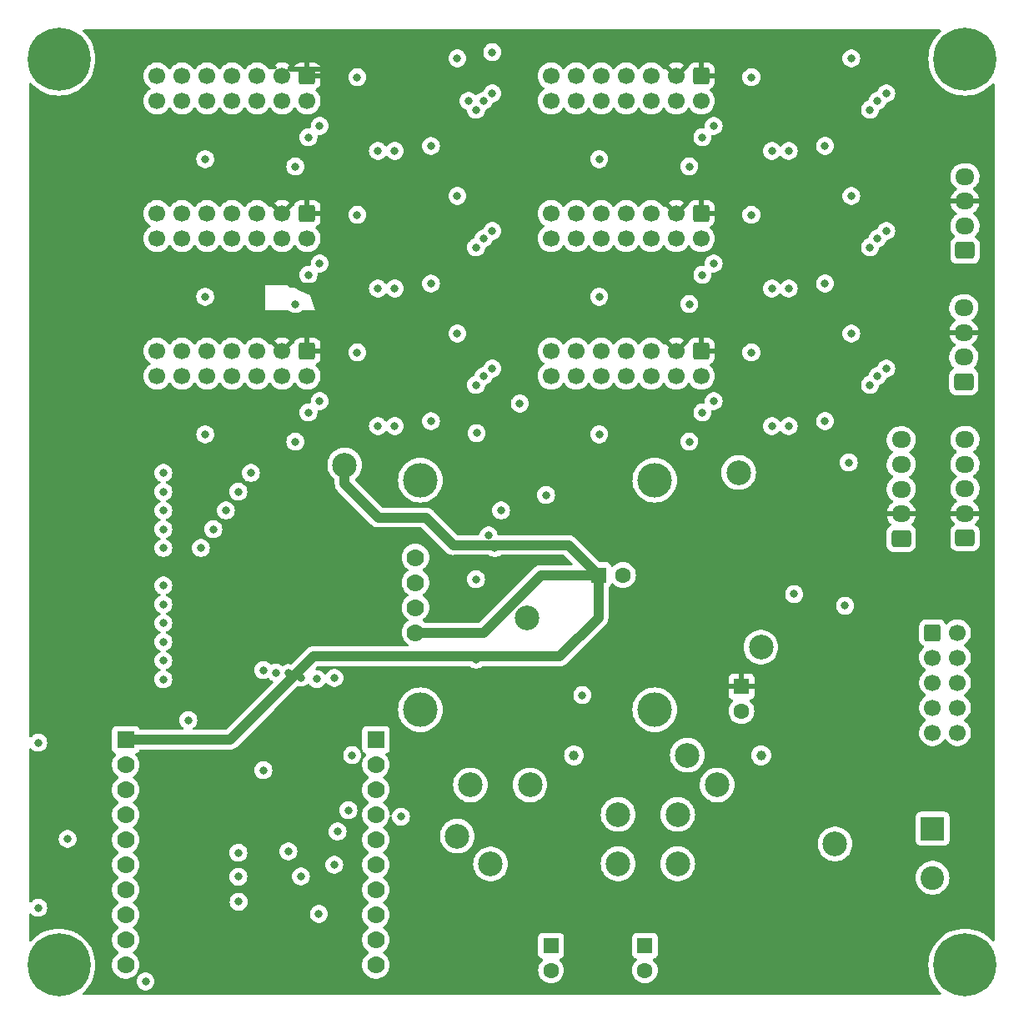
<source format=gbr>
%TF.GenerationSoftware,KiCad,Pcbnew,(7.0.0)*%
%TF.CreationDate,2023-03-12T03:04:05-07:00*%
%TF.ProjectId,EnergyMonitor - ESP PCB,456e6572-6779-44d6-9f6e-69746f72202d,rev?*%
%TF.SameCoordinates,Original*%
%TF.FileFunction,Copper,L3,Inr*%
%TF.FilePolarity,Positive*%
%FSLAX46Y46*%
G04 Gerber Fmt 4.6, Leading zero omitted, Abs format (unit mm)*
G04 Created by KiCad (PCBNEW (7.0.0)) date 2023-03-12 03:04:05*
%MOMM*%
%LPD*%
G01*
G04 APERTURE LIST*
G04 Aperture macros list*
%AMRoundRect*
0 Rectangle with rounded corners*
0 $1 Rounding radius*
0 $2 $3 $4 $5 $6 $7 $8 $9 X,Y pos of 4 corners*
0 Add a 4 corners polygon primitive as box body*
4,1,4,$2,$3,$4,$5,$6,$7,$8,$9,$2,$3,0*
0 Add four circle primitives for the rounded corners*
1,1,$1+$1,$2,$3*
1,1,$1+$1,$4,$5*
1,1,$1+$1,$6,$7*
1,1,$1+$1,$8,$9*
0 Add four rect primitives between the rounded corners*
20,1,$1+$1,$2,$3,$4,$5,0*
20,1,$1+$1,$4,$5,$6,$7,0*
20,1,$1+$1,$6,$7,$8,$9,0*
20,1,$1+$1,$8,$9,$2,$3,0*%
G04 Aperture macros list end*
%TA.AperFunction,ComponentPad*%
%ADD10RoundRect,0.250000X-0.600000X-0.600000X0.600000X-0.600000X0.600000X0.600000X-0.600000X0.600000X0*%
%TD*%
%TA.AperFunction,ComponentPad*%
%ADD11C,1.700000*%
%TD*%
%TA.AperFunction,ComponentPad*%
%ADD12C,0.800000*%
%TD*%
%TA.AperFunction,ComponentPad*%
%ADD13C,6.400000*%
%TD*%
%TA.AperFunction,ComponentPad*%
%ADD14RoundRect,0.250000X-0.600000X0.600000X-0.600000X-0.600000X0.600000X-0.600000X0.600000X0.600000X0*%
%TD*%
%TA.AperFunction,ComponentPad*%
%ADD15R,1.600000X1.600000*%
%TD*%
%TA.AperFunction,ComponentPad*%
%ADD16C,1.600000*%
%TD*%
%TA.AperFunction,ComponentPad*%
%ADD17R,2.400000X2.400000*%
%TD*%
%TA.AperFunction,ComponentPad*%
%ADD18C,2.400000*%
%TD*%
%TA.AperFunction,ComponentPad*%
%ADD19C,1.778000*%
%TD*%
%TA.AperFunction,ComponentPad*%
%ADD20C,3.500000*%
%TD*%
%TA.AperFunction,ComponentPad*%
%ADD21R,1.778000X1.778000*%
%TD*%
%TA.AperFunction,ComponentPad*%
%ADD22RoundRect,0.250000X0.725000X-0.600000X0.725000X0.600000X-0.725000X0.600000X-0.725000X-0.600000X0*%
%TD*%
%TA.AperFunction,ComponentPad*%
%ADD23O,1.950000X1.700000*%
%TD*%
%TA.AperFunction,ViaPad*%
%ADD24C,2.500000*%
%TD*%
%TA.AperFunction,ViaPad*%
%ADD25C,1.000000*%
%TD*%
%TA.AperFunction,ViaPad*%
%ADD26C,0.800000*%
%TD*%
%TA.AperFunction,Conductor*%
%ADD27C,0.500000*%
%TD*%
%TA.AperFunction,Conductor*%
%ADD28C,1.000000*%
%TD*%
G04 APERTURE END LIST*
D10*
%TO.N,+9V*%
%TO.C,J1*%
X132710000Y-102230000D03*
D11*
%TO.N,unconnected-(J1-Pin_2-Pad2)*%
X135250000Y-102230000D03*
%TO.N,+9V*%
X132710000Y-104770000D03*
%TO.N,GND*%
X135250000Y-104770000D03*
%TO.N,+9V*%
X132710000Y-107310000D03*
%TO.N,GND*%
X135250000Y-107310000D03*
%TO.N,+9V*%
X132710000Y-109850000D03*
%TO.N,GND*%
X135250000Y-109850000D03*
%TO.N,unconnected-(J1-Pin_9-Pad9)*%
X132710000Y-112390000D03*
%TO.N,GND*%
X135250000Y-112390000D03*
%TD*%
D12*
%TO.N,N/C*%
%TO.C,H1*%
X41600000Y-44000000D03*
X42302944Y-42302944D03*
X42302944Y-45697056D03*
X44000000Y-41600000D03*
D13*
X44000000Y-44000000D03*
D12*
X44000000Y-46400000D03*
X45697056Y-42302944D03*
X45697056Y-45697056D03*
X46400000Y-44000000D03*
%TD*%
%TO.N,N/C*%
%TO.C,H2*%
X41600000Y-136000000D03*
X42302944Y-134302944D03*
X42302944Y-137697056D03*
X44000000Y-133600000D03*
D13*
X44000000Y-136000000D03*
D12*
X44000000Y-138400000D03*
X45697056Y-134302944D03*
X45697056Y-137697056D03*
X46400000Y-136000000D03*
%TD*%
%TO.N,N/C*%
%TO.C,H3*%
X133600000Y-44000000D03*
X134302944Y-42302944D03*
X134302944Y-45697056D03*
X136000000Y-41600000D03*
D13*
X136000000Y-44000000D03*
D12*
X136000000Y-46400000D03*
X137697056Y-42302944D03*
X137697056Y-45697056D03*
X138400000Y-44000000D03*
%TD*%
%TO.N,N/C*%
%TO.C,H4*%
X133600000Y-136000000D03*
X134302944Y-134302944D03*
X134302944Y-137697056D03*
X136000000Y-133600000D03*
D13*
X136000000Y-136000000D03*
D12*
X136000000Y-138400000D03*
X137697056Y-134302944D03*
X137697056Y-137697056D03*
X138400000Y-136000000D03*
%TD*%
D14*
%TO.N,+3.3V*%
%TO.C,J3*%
X109215000Y-59685000D03*
D11*
%TO.N,+5V*%
X109215000Y-62225000D03*
%TO.N,+3.3V*%
X106675000Y-59685000D03*
%TO.N,/ESP1/~{CS_3}*%
X106675000Y-62225000D03*
%TO.N,/ESP1/IRQ_3*%
X104135000Y-59685000D03*
%TO.N,/ESP1/~{CS_4}*%
X104135000Y-62225000D03*
%TO.N,/ESP1/IRQ_4*%
X101595000Y-59685000D03*
%TO.N,GND*%
X101595000Y-62225000D03*
%TO.N,/ESP1/MOSI_2*%
X99055000Y-59685000D03*
%TO.N,GND*%
X99055000Y-62225000D03*
%TO.N,/ESP1/MISO_2*%
X96515000Y-59685000D03*
%TO.N,GND*%
X96515000Y-62225000D03*
%TO.N,/ESP1/SCLK_2*%
X93975000Y-59685000D03*
%TO.N,GND*%
X93975000Y-62225000D03*
%TD*%
D14*
%TO.N,+3.3V*%
%TO.C,J4*%
X109215000Y-73655000D03*
D11*
%TO.N,+5V*%
X109215000Y-76195000D03*
%TO.N,+3.3V*%
X106675000Y-73655000D03*
%TO.N,/ESP1/~{CS_5}*%
X106675000Y-76195000D03*
%TO.N,/ESP1/IRQ_5*%
X104135000Y-73655000D03*
%TO.N,/ESP1/~{CS_6}*%
X104135000Y-76195000D03*
%TO.N,/ESP1/IRQ_6*%
X101595000Y-73655000D03*
%TO.N,GND*%
X101595000Y-76195000D03*
%TO.N,/ESP1/MOSI_3*%
X99055000Y-73655000D03*
%TO.N,GND*%
X99055000Y-76195000D03*
%TO.N,/ESP1/MISO_3*%
X96515000Y-73655000D03*
%TO.N,GND*%
X96515000Y-76195000D03*
%TO.N,/ESP1/SCLK_3*%
X93975000Y-73655000D03*
%TO.N,GND*%
X93975000Y-76195000D03*
%TD*%
D14*
%TO.N,+3.3V*%
%TO.C,J7*%
X69210000Y-73655000D03*
D11*
%TO.N,+5V*%
X69210000Y-76195000D03*
%TO.N,+3.3V*%
X66670000Y-73655000D03*
%TO.N,/ESP1/~{CS_11}*%
X66670000Y-76195000D03*
%TO.N,/ESP1/IRQ_11*%
X64130000Y-73655000D03*
%TO.N,/ESP1/~{CS_12}*%
X64130000Y-76195000D03*
%TO.N,/ESP1/IRQ_12*%
X61590000Y-73655000D03*
%TO.N,GND*%
X61590000Y-76195000D03*
%TO.N,/ESP1/MOSI_6*%
X59050000Y-73655000D03*
%TO.N,GND*%
X59050000Y-76195000D03*
%TO.N,/ESP1/MISO_6*%
X56510000Y-73655000D03*
%TO.N,GND*%
X56510000Y-76195000D03*
%TO.N,/ESP1/SCLK_6*%
X53970000Y-73655000D03*
%TO.N,GND*%
X53970000Y-76195000D03*
%TD*%
D14*
%TO.N,+3.3V*%
%TO.C,J6*%
X69210000Y-59685000D03*
D11*
%TO.N,+5V*%
X69210000Y-62225000D03*
%TO.N,+3.3V*%
X66670000Y-59685000D03*
%TO.N,/ESP1/~{CS_9}*%
X66670000Y-62225000D03*
%TO.N,/ESP1/IRQ_9*%
X64130000Y-59685000D03*
%TO.N,/ESP1/~{CS_10}*%
X64130000Y-62225000D03*
%TO.N,/ESP1/IRQ_10*%
X61590000Y-59685000D03*
%TO.N,GND*%
X61590000Y-62225000D03*
%TO.N,/ESP1/MOSI_5*%
X59050000Y-59685000D03*
%TO.N,GND*%
X59050000Y-62225000D03*
%TO.N,/ESP1/MISO_5*%
X56510000Y-59685000D03*
%TO.N,GND*%
X56510000Y-62225000D03*
%TO.N,/ESP1/SCLK_5*%
X53970000Y-59685000D03*
%TO.N,GND*%
X53970000Y-62225000D03*
%TD*%
D14*
%TO.N,+3.3V*%
%TO.C,J5*%
X69210000Y-45715000D03*
D11*
%TO.N,+5V*%
X69210000Y-48255000D03*
%TO.N,+3.3V*%
X66670000Y-45715000D03*
%TO.N,/ESP1/~{CS_7}*%
X66670000Y-48255000D03*
%TO.N,/ESP1/IRQ_7*%
X64130000Y-45715000D03*
%TO.N,/ESP1/~{CS_8}*%
X64130000Y-48255000D03*
%TO.N,/ESP1/IRQ_8*%
X61590000Y-45715000D03*
%TO.N,GND*%
X61590000Y-48255000D03*
%TO.N,/ESP1/MOSI_4*%
X59050000Y-45715000D03*
%TO.N,GND*%
X59050000Y-48255000D03*
%TO.N,/ESP1/MISO_4*%
X56510000Y-45715000D03*
%TO.N,GND*%
X56510000Y-48255000D03*
%TO.N,/ESP1/SCLK_4*%
X53970000Y-45715000D03*
%TO.N,GND*%
X53970000Y-48255000D03*
%TD*%
D15*
%TO.N,Net-(U5-+VIn)*%
%TO.C,C14*%
X93974999Y-134019999D03*
D16*
%TO.N,GND*%
X93975000Y-136520000D03*
%TD*%
D17*
%TO.N,+9V*%
%TO.C,C4*%
X132709999Y-122131040D03*
D18*
%TO.N,GND*%
X132710000Y-127131041D03*
%TD*%
D15*
%TO.N,Net-(U5-+VIn)*%
%TO.C,C5*%
X103499999Y-134019999D03*
D16*
%TO.N,GND*%
X103500000Y-136520000D03*
%TD*%
D15*
%TO.N,+5V*%
%TO.C,C15*%
X98782605Y-96387999D03*
D16*
%TO.N,GND*%
X101282606Y-96388000D03*
%TD*%
D15*
%TO.N,+3.3V*%
%TO.C,C16*%
X113309999Y-107699999D03*
D16*
%TO.N,GND*%
X113310000Y-110200000D03*
%TD*%
D14*
%TO.N,+3.3V*%
%TO.C,J2*%
X109215000Y-45715000D03*
D11*
%TO.N,+5V*%
X109215000Y-48255000D03*
%TO.N,+3.3V*%
X106675000Y-45715000D03*
%TO.N,/ESP1/~{CS_1}*%
X106675000Y-48255000D03*
%TO.N,/ESP1/IRQ_1*%
X104135000Y-45715000D03*
%TO.N,/ESP1/~{CS_2}*%
X104135000Y-48255000D03*
%TO.N,/ESP1/IRQ_2*%
X101595000Y-45715000D03*
%TO.N,GND*%
X101595000Y-48255000D03*
%TO.N,/ESP1/MOSI_1*%
X99055000Y-45715000D03*
%TO.N,GND*%
X99055000Y-48255000D03*
%TO.N,/ESP1/MISO_1*%
X96515000Y-45715000D03*
%TO.N,GND*%
X96515000Y-48255000D03*
%TO.N,/ESP1/SCLK_1*%
X93975000Y-45715000D03*
%TO.N,GND*%
X93975000Y-48255000D03*
%TD*%
D19*
%TO.N,+5V*%
%TO.C,LCD1*%
X80205000Y-102230000D03*
%TO.N,GND*%
X80205000Y-99690000D03*
%TO.N,/ESP1/I2C_SCL*%
X80205000Y-97150000D03*
%TO.N,/ESP1/I2C_SDA*%
X80205000Y-94610000D03*
D20*
%TO.N,N/C*%
X80705000Y-110070000D03*
X104505000Y-110070000D03*
X80705000Y-86770000D03*
X104505000Y-86770000D03*
%TD*%
D21*
%TO.N,+5V*%
%TO.C,U2*%
X50794999Y-113112499D03*
D19*
%TO.N,unconnected-(U2-3.3V-Pad2)*%
X50795000Y-115652500D03*
%TO.N,GND*%
X50795000Y-118192500D03*
%TO.N,unconnected-(U2-ESP_EN-Pad4)*%
X50795000Y-120732500D03*
%TO.N,/ESP1/I2C_SDA*%
X50795000Y-123272500D03*
%TO.N,unconnected-(U2-GPIO1{slash}U0TXD-Pad6)*%
X50795000Y-125812500D03*
%TO.N,/ESP1/I2C_SCL*%
X50795000Y-128352500D03*
%TO.N,unconnected-(U2-GPIO3{slash}U0RXD-Pad8)*%
X50795000Y-130892500D03*
%TO.N,/ESP1/CS_EN*%
X50795000Y-133432500D03*
%TO.N,/ESP1/CS_A3*%
X50795000Y-135972500D03*
D21*
%TO.N,Net-(U2-GPIO39)*%
X76194999Y-113112499D03*
D19*
%TO.N,/ESP1/1WIRE*%
X76195000Y-115652500D03*
%TO.N,/ESP1/MISO*%
X76195000Y-118192500D03*
%TO.N,unconnected-(U2-GPIO34{slash}BUT1-Pad14)*%
X76195000Y-120732500D03*
%TO.N,Net-(U2-GPIO33)*%
X76195000Y-123272500D03*
%TO.N,/ESP1/CS_A0*%
X76195000Y-125812500D03*
%TO.N,/ESP1/CS_A1*%
X76195000Y-128352500D03*
%TO.N,/ESP1/MOSI*%
X76195000Y-130892500D03*
%TO.N,/ESP1/SCLK*%
X76195000Y-133432500D03*
%TO.N,/ESP1/CS_A2*%
X76195000Y-135972500D03*
%TD*%
D22*
%TO.N,GND*%
%TO.C,J8*%
X135885000Y-76750000D03*
D23*
%TO.N,/ESP1/1WIRE*%
X135884999Y-74249999D03*
%TO.N,+3.3V*%
X135884999Y-71749999D03*
%TO.N,+5V*%
X135884999Y-69249999D03*
%TD*%
D22*
%TO.N,GND*%
%TO.C,J9*%
X135995000Y-63435000D03*
D23*
%TO.N,/ESP1/1WIRE*%
X135994999Y-60934999D03*
%TO.N,+3.3V*%
X135994999Y-58434999D03*
%TO.N,+5V*%
X135994999Y-55934999D03*
%TD*%
D22*
%TO.N,+5V*%
%TO.C,J11*%
X129535000Y-92665000D03*
D23*
%TO.N,+3.3V*%
X129534999Y-90164999D03*
%TO.N,/ESP1/I2C_SCL*%
X129534999Y-87664999D03*
%TO.N,/ESP1/I2C_SDA*%
X129534999Y-85164999D03*
%TO.N,GND*%
X129534999Y-82664999D03*
%TD*%
D22*
%TO.N,+5V*%
%TO.C,J12*%
X135995000Y-92625000D03*
D23*
%TO.N,+3.3V*%
X135994999Y-90124999D03*
%TO.N,/ESP1/I2C_SCL*%
X135994999Y-87624999D03*
%TO.N,/ESP1/I2C_SDA*%
X135994999Y-85124999D03*
%TO.N,GND*%
X135994999Y-82624999D03*
%TD*%
D24*
%TO.N,GND*%
X122810000Y-123700000D03*
X84450000Y-122900000D03*
D25*
X96310000Y-114700000D03*
D24*
X115285000Y-103700000D03*
D26*
X90800000Y-78968000D03*
X118653000Y-98324000D03*
X116406000Y-81280500D03*
X108011500Y-68884500D03*
X81783000Y-52827000D03*
X114308000Y-59815000D03*
X64765000Y-116200000D03*
X74303000Y-45845000D03*
X78735000Y-120920000D03*
D25*
X115310000Y-114700000D03*
D26*
X58860000Y-68130000D03*
X124201000Y-84958000D03*
D24*
X91562000Y-100706000D03*
D26*
X70395000Y-130805000D03*
X88895000Y-89835000D03*
X57145000Y-111120000D03*
X108011500Y-82854500D03*
X74303000Y-59815000D03*
X98865000Y-68130000D03*
D24*
X87835000Y-125725000D03*
D26*
X98865000Y-54160000D03*
D24*
X106835000Y-125700000D03*
D26*
X76401000Y-53340500D03*
D24*
X107810000Y-114675000D03*
D26*
X58860000Y-82100000D03*
X81783000Y-66797000D03*
X68006500Y-82854500D03*
X116406000Y-53340500D03*
X41905000Y-113406000D03*
X68006500Y-54914500D03*
X114308000Y-73785000D03*
X76401000Y-81280500D03*
X121788000Y-80767000D03*
X121788000Y-66797000D03*
X116406000Y-67310500D03*
D24*
X100785000Y-120700000D03*
X110835000Y-117700000D03*
D26*
X72295000Y-122435000D03*
X74303000Y-73785000D03*
X81783000Y-80767000D03*
D24*
X85785000Y-117700000D03*
D26*
X114308000Y-45845000D03*
X68006500Y-68884500D03*
X76401000Y-67310500D03*
X41905000Y-130170000D03*
X121788000Y-52827000D03*
D24*
X106835000Y-120700000D03*
X100785000Y-125700000D03*
D26*
X58860000Y-54160000D03*
X98865000Y-82100000D03*
X108011500Y-54914500D03*
D24*
X91835000Y-117700000D03*
D26*
%TO.N,+3.3V*%
X53970000Y-130480000D03*
X85466000Y-50795000D03*
X71617500Y-79878000D03*
X54605000Y-108885000D03*
X72280000Y-118310000D03*
X79900000Y-114105000D03*
X91943000Y-82037000D03*
X85466000Y-64765000D03*
X41905000Y-108250000D03*
X56321250Y-128332750D03*
X41905000Y-84755000D03*
X41905000Y-121915000D03*
X125471000Y-78735000D03*
X111622500Y-51938000D03*
X111622500Y-65908000D03*
X71617500Y-51938000D03*
X125471000Y-50795000D03*
X85466000Y-78735000D03*
X111622500Y-79878000D03*
X71617500Y-65908000D03*
X125471000Y-64765000D03*
X56321250Y-123252750D03*
X117013000Y-93594000D03*
%TO.N,Net-(D6-A)*%
X52805000Y-137650000D03*
X44890000Y-123185000D03*
%TO.N,Net-(R3-Pad2)*%
X86355000Y-104990000D03*
X86355000Y-96820000D03*
D24*
%TO.N,+5V*%
X113025000Y-85974000D03*
X73020000Y-85212000D03*
D26*
%TO.N,/ESP1/1WIRE*%
X97150000Y-108580000D03*
%TO.N,/ESP1/~{CS_2}*%
X109342000Y-51938000D03*
X54605000Y-106980000D03*
X64765000Y-106040000D03*
%TO.N,/ESP1/~{CS_1}*%
X66035000Y-106294000D03*
X110485000Y-50795000D03*
X54605000Y-105075000D03*
%TO.N,/ESP1/SCLK*%
X128011000Y-61463000D03*
X88006000Y-47493000D03*
X88006000Y-61463000D03*
X88006000Y-75433000D03*
X128011000Y-75433000D03*
X88006000Y-43302000D03*
X73782000Y-114676000D03*
X128011000Y-47493000D03*
X73401000Y-120264000D03*
%TO.N,/ESP1/MISO*%
X127122000Y-48255000D03*
X127122000Y-62225000D03*
X127122000Y-76195000D03*
X87117000Y-48255000D03*
X87117000Y-76195000D03*
X87117000Y-62225000D03*
X85593000Y-48255000D03*
%TO.N,/ESP1/MOSI*%
X126360000Y-49144000D03*
X86355000Y-77084000D03*
X126360000Y-63114000D03*
X126360000Y-77084000D03*
X86355000Y-63114000D03*
X86355000Y-49144000D03*
%TO.N,Net-(U3-Pad1)*%
X93467000Y-88260000D03*
X86420000Y-81972000D03*
%TO.N,/ESP1/I2C_SCL*%
X88260000Y-93645000D03*
%TO.N,Net-(U2-GPIO33)*%
X123820000Y-99505000D03*
%TO.N,/ESP1/CS_A0*%
X71964500Y-125812500D03*
X62256500Y-129566500D03*
%TO.N,/ESP1/CS_A1*%
X68575000Y-126995000D03*
X62225000Y-127026500D03*
%TO.N,/ESP1/CS_A2*%
X62225000Y-124598500D03*
X67305000Y-124455000D03*
%TO.N,Net-(U7-OEa)*%
X78100000Y-53335000D03*
X84455500Y-43937000D03*
%TO.N,Net-(U9-OEa)*%
X84455500Y-57907000D03*
X78100000Y-67305000D03*
%TO.N,Net-(U11-OEa)*%
X78100000Y-81275000D03*
X84455500Y-71877000D03*
%TO.N,Net-(U13-OEa)*%
X118105000Y-53335000D03*
X124460500Y-43937000D03*
%TO.N,Net-(U15-OEa)*%
X118105000Y-67305000D03*
X124460500Y-57907000D03*
%TO.N,Net-(U17-OEa)*%
X124460500Y-71877000D03*
X118105000Y-81275000D03*
%TO.N,/ESP1/I2C_SDA*%
X87625000Y-92375000D03*
%TO.N,/ESP1/~{CS_4_R}*%
X67305000Y-106345000D03*
X109342000Y-65908000D03*
X54605000Y-103170000D03*
%TO.N,/ESP1/~{CS_3_R}*%
X110485000Y-64765000D03*
X54605000Y-101265000D03*
X68575000Y-106802000D03*
%TO.N,/ESP1/~{CS_11_R}*%
X54605000Y-86025000D03*
X63495000Y-86025000D03*
X70480000Y-78735000D03*
%TO.N,/ESP1/~{CS_12_R}*%
X62225000Y-87930000D03*
X54605000Y-87930000D03*
X69337000Y-79878000D03*
%TO.N,/ESP1/~{CS_5_R}*%
X71978500Y-106827500D03*
X54605000Y-97455000D03*
X110485000Y-78735000D03*
%TO.N,/ESP1/~{CS_6_R}*%
X109342000Y-79878000D03*
X70200500Y-106954500D03*
X54605000Y-99360000D03*
%TO.N,/ESP1/~{CS_9_R}*%
X70480000Y-64765000D03*
X54605000Y-89835000D03*
X60955000Y-89835000D03*
%TO.N,/ESP1/~{CS_10_R}*%
X54605000Y-91740000D03*
X59685000Y-91740000D03*
X69337000Y-65908000D03*
%TO.N,/ESP1/~{CS_7_R}*%
X54605000Y-93645000D03*
X58415000Y-93645000D03*
X70480000Y-50795000D03*
%TO.N,/ESP1/~{CS_8_R}*%
X69337000Y-51938000D03*
%TD*%
D27*
%TO.N,+3.3V*%
X67460000Y-45000000D02*
X72250000Y-45000000D01*
X67460000Y-67000000D02*
X72250000Y-67000000D01*
D28*
%TO.N,+5V*%
X73020000Y-87117000D02*
X76449000Y-90546000D01*
X80205000Y-102230000D02*
X87117000Y-102230000D01*
X98782606Y-100724394D02*
X94864000Y-104643000D01*
X73020000Y-85212000D02*
X73020000Y-87117000D01*
X98782606Y-96388000D02*
X98782606Y-100724394D01*
X87117000Y-102230000D02*
X92959000Y-96388000D01*
X76449000Y-90546000D02*
X81275000Y-90546000D01*
X94864000Y-104643000D02*
X69845000Y-104643000D01*
X92959000Y-96388000D02*
X98782606Y-96388000D01*
X95734606Y-93340000D02*
X98782606Y-96388000D01*
X61375500Y-113112500D02*
X50795000Y-113112500D01*
X69845000Y-104643000D02*
X61375500Y-113112500D01*
X84069000Y-93340000D02*
X95734606Y-93340000D01*
X81275000Y-90546000D02*
X84069000Y-93340000D01*
%TD*%
%TA.AperFunction,Conductor*%
%TO.N,+3.3V*%
G36*
X133515558Y-41014956D02*
G01*
X133560964Y-41056273D01*
X133581457Y-41114143D01*
X133572170Y-41174828D01*
X133535310Y-41223919D01*
X133529801Y-41228380D01*
X133517696Y-41238182D01*
X133517682Y-41238194D01*
X133515124Y-41240266D01*
X133512790Y-41242599D01*
X133512780Y-41242609D01*
X133242602Y-41512787D01*
X133242592Y-41512797D01*
X133240266Y-41515124D01*
X133238194Y-41517682D01*
X133238191Y-41517686D01*
X132997717Y-41814645D01*
X132997711Y-41814653D01*
X132995643Y-41817207D01*
X132993856Y-41819957D01*
X132993847Y-41819971D01*
X132785736Y-42140436D01*
X132785729Y-42140447D01*
X132783938Y-42143206D01*
X132782443Y-42146139D01*
X132782439Y-42146147D01*
X132608965Y-42486607D01*
X132608958Y-42486622D01*
X132607468Y-42489547D01*
X132606291Y-42492612D01*
X132606283Y-42492631D01*
X132469353Y-42849347D01*
X132469350Y-42849355D01*
X132468167Y-42852438D01*
X132467315Y-42855617D01*
X132467311Y-42855630D01*
X132368416Y-43224711D01*
X132368413Y-43224724D01*
X132367562Y-43227901D01*
X132367047Y-43231148D01*
X132367045Y-43231161D01*
X132307268Y-43608576D01*
X132306754Y-43611824D01*
X132306582Y-43615100D01*
X132306581Y-43615113D01*
X132287671Y-43975955D01*
X132286411Y-44000000D01*
X132286584Y-44003301D01*
X132306581Y-44384886D01*
X132306582Y-44384897D01*
X132306754Y-44388176D01*
X132307267Y-44391417D01*
X132307268Y-44391423D01*
X132367045Y-44768838D01*
X132367046Y-44768847D01*
X132367562Y-44772099D01*
X132368414Y-44775279D01*
X132368416Y-44775288D01*
X132467311Y-45144369D01*
X132468167Y-45147562D01*
X132469352Y-45150649D01*
X132469353Y-45150652D01*
X132606283Y-45507368D01*
X132606288Y-45507380D01*
X132607468Y-45510453D01*
X132608961Y-45513384D01*
X132608965Y-45513392D01*
X132706803Y-45705409D01*
X132783938Y-45856795D01*
X132785734Y-45859561D01*
X132785736Y-45859564D01*
X132976005Y-46152554D01*
X132995643Y-46182793D01*
X133240266Y-46484876D01*
X133515124Y-46759734D01*
X133817207Y-47004357D01*
X134143205Y-47216062D01*
X134489547Y-47392532D01*
X134852438Y-47531833D01*
X135227901Y-47632438D01*
X135611824Y-47693246D01*
X136000000Y-47713589D01*
X136388176Y-47693246D01*
X136772099Y-47632438D01*
X137147562Y-47531833D01*
X137510453Y-47392532D01*
X137856795Y-47216062D01*
X138182793Y-47004357D01*
X138484876Y-46759734D01*
X138759734Y-46484876D01*
X138776080Y-46464689D01*
X138825172Y-46427830D01*
X138885857Y-46418543D01*
X138943727Y-46439036D01*
X138985044Y-46484442D01*
X139000000Y-46543984D01*
X139000000Y-133456016D01*
X138985044Y-133515558D01*
X138943727Y-133560964D01*
X138885857Y-133581457D01*
X138825172Y-133572170D01*
X138776080Y-133535310D01*
X138759734Y-133515124D01*
X138484876Y-133240266D01*
X138182793Y-132995643D01*
X138180033Y-132993850D01*
X138180028Y-132993847D01*
X137859564Y-132785736D01*
X137859561Y-132785734D01*
X137856795Y-132783938D01*
X137727406Y-132718011D01*
X137513392Y-132608965D01*
X137513384Y-132608961D01*
X137510453Y-132607468D01*
X137507380Y-132606288D01*
X137507368Y-132606283D01*
X137150652Y-132469353D01*
X137150649Y-132469352D01*
X137147562Y-132468167D01*
X137144376Y-132467313D01*
X137144369Y-132467311D01*
X136775288Y-132368416D01*
X136775279Y-132368414D01*
X136772099Y-132367562D01*
X136768847Y-132367046D01*
X136768838Y-132367045D01*
X136391423Y-132307268D01*
X136391417Y-132307267D01*
X136388176Y-132306754D01*
X136384897Y-132306582D01*
X136384886Y-132306581D01*
X136003301Y-132286584D01*
X136000000Y-132286411D01*
X135996699Y-132286584D01*
X135615113Y-132306581D01*
X135615100Y-132306582D01*
X135611824Y-132306754D01*
X135608584Y-132307267D01*
X135608576Y-132307268D01*
X135231161Y-132367045D01*
X135231148Y-132367047D01*
X135227901Y-132367562D01*
X135224724Y-132368413D01*
X135224711Y-132368416D01*
X134855630Y-132467311D01*
X134855617Y-132467315D01*
X134852438Y-132468167D01*
X134849355Y-132469350D01*
X134849347Y-132469353D01*
X134492631Y-132606283D01*
X134492612Y-132606291D01*
X134489547Y-132607468D01*
X134486622Y-132608958D01*
X134486607Y-132608965D01*
X134146147Y-132782439D01*
X134146139Y-132782443D01*
X134143206Y-132783938D01*
X134140447Y-132785729D01*
X134140436Y-132785736D01*
X133819971Y-132993847D01*
X133819957Y-132993856D01*
X133817207Y-132995643D01*
X133814653Y-132997711D01*
X133814645Y-132997717D01*
X133517686Y-133238191D01*
X133515124Y-133240266D01*
X133512797Y-133242592D01*
X133512787Y-133242602D01*
X133242602Y-133512787D01*
X133242592Y-133512797D01*
X133240266Y-133515124D01*
X133238194Y-133517682D01*
X133238191Y-133517686D01*
X132997717Y-133814645D01*
X132997711Y-133814653D01*
X132995643Y-133817207D01*
X132993856Y-133819957D01*
X132993847Y-133819971D01*
X132785736Y-134140436D01*
X132785729Y-134140447D01*
X132783938Y-134143206D01*
X132782443Y-134146139D01*
X132782439Y-134146147D01*
X132608965Y-134486607D01*
X132608958Y-134486622D01*
X132607468Y-134489547D01*
X132606291Y-134492612D01*
X132606283Y-134492631D01*
X132469353Y-134849347D01*
X132469350Y-134849355D01*
X132468167Y-134852438D01*
X132467315Y-134855617D01*
X132467311Y-134855630D01*
X132368416Y-135224711D01*
X132368413Y-135224724D01*
X132367562Y-135227901D01*
X132367047Y-135231148D01*
X132367045Y-135231161D01*
X132307268Y-135608576D01*
X132306754Y-135611824D01*
X132306582Y-135615100D01*
X132306581Y-135615113D01*
X132293316Y-135868238D01*
X132286411Y-136000000D01*
X132286584Y-136003301D01*
X132306581Y-136384886D01*
X132306582Y-136384897D01*
X132306754Y-136388176D01*
X132307267Y-136391417D01*
X132307268Y-136391423D01*
X132367045Y-136768838D01*
X132367046Y-136768847D01*
X132367562Y-136772099D01*
X132368414Y-136775279D01*
X132368416Y-136775288D01*
X132467311Y-137144369D01*
X132468167Y-137147562D01*
X132469352Y-137150649D01*
X132469353Y-137150652D01*
X132606283Y-137507368D01*
X132606288Y-137507380D01*
X132607468Y-137510453D01*
X132608961Y-137513384D01*
X132608965Y-137513392D01*
X132761174Y-137812118D01*
X132783938Y-137856795D01*
X132785734Y-137859561D01*
X132785736Y-137859564D01*
X132894650Y-138027278D01*
X132995643Y-138182793D01*
X133240266Y-138484876D01*
X133515124Y-138759734D01*
X133535310Y-138776080D01*
X133572170Y-138825172D01*
X133581457Y-138885857D01*
X133560964Y-138943727D01*
X133515558Y-138985044D01*
X133456016Y-139000000D01*
X46543984Y-139000000D01*
X46484442Y-138985044D01*
X46439036Y-138943727D01*
X46418543Y-138885857D01*
X46427830Y-138825172D01*
X46464689Y-138776080D01*
X46484876Y-138759734D01*
X46759734Y-138484876D01*
X47004357Y-138182793D01*
X47216062Y-137856795D01*
X47321429Y-137650000D01*
X51891496Y-137650000D01*
X51892186Y-137656565D01*
X51910610Y-137831865D01*
X51911458Y-137839928D01*
X51913495Y-137846200D01*
X51913497Y-137846205D01*
X51968430Y-138015271D01*
X51968433Y-138015278D01*
X51970473Y-138021556D01*
X52065960Y-138186944D01*
X52193747Y-138328866D01*
X52348248Y-138441118D01*
X52522712Y-138518794D01*
X52709513Y-138558500D01*
X52893884Y-138558500D01*
X52900487Y-138558500D01*
X53087288Y-138518794D01*
X53261752Y-138441118D01*
X53416253Y-138328866D01*
X53544040Y-138186944D01*
X53639527Y-138021556D01*
X53698542Y-137839928D01*
X53718504Y-137650000D01*
X53698542Y-137460072D01*
X53667424Y-137364300D01*
X53641569Y-137284728D01*
X53641568Y-137284726D01*
X53639527Y-137278444D01*
X53544040Y-137113056D01*
X53416253Y-136971134D01*
X53410911Y-136967253D01*
X53410908Y-136967250D01*
X53333057Y-136910688D01*
X53261752Y-136858882D01*
X53087288Y-136781206D01*
X53080835Y-136779834D01*
X53080831Y-136779833D01*
X52906943Y-136742872D01*
X52906940Y-136742871D01*
X52900487Y-136741500D01*
X52709513Y-136741500D01*
X52703060Y-136742871D01*
X52703056Y-136742872D01*
X52529168Y-136779833D01*
X52529161Y-136779835D01*
X52522712Y-136781206D01*
X52516682Y-136783890D01*
X52516681Y-136783891D01*
X52354278Y-136856197D01*
X52354275Y-136856198D01*
X52348248Y-136858882D01*
X52342907Y-136862762D01*
X52342906Y-136862763D01*
X52199091Y-136967250D01*
X52199083Y-136967256D01*
X52193747Y-136971134D01*
X52189330Y-136976039D01*
X52189325Y-136976044D01*
X52070379Y-137108148D01*
X52065960Y-137113056D01*
X52062661Y-137118769D01*
X52062658Y-137118774D01*
X52026584Y-137181257D01*
X51970473Y-137278444D01*
X51968434Y-137284718D01*
X51968430Y-137284728D01*
X51913497Y-137453794D01*
X51913495Y-137453801D01*
X51911458Y-137460072D01*
X51891496Y-137650000D01*
X47321429Y-137650000D01*
X47392532Y-137510453D01*
X47531833Y-137147562D01*
X47632438Y-136772099D01*
X47693246Y-136388176D01*
X47713589Y-136000000D01*
X47712148Y-135972500D01*
X49392710Y-135972500D01*
X49393140Y-135977689D01*
X49410045Y-136181715D01*
X49411835Y-136203309D01*
X49468690Y-136427823D01*
X49561723Y-136639916D01*
X49688396Y-136833804D01*
X49711482Y-136858882D01*
X49841725Y-137000364D01*
X49841728Y-137000367D01*
X49845255Y-137004198D01*
X50028020Y-137146450D01*
X50231707Y-137256680D01*
X50236635Y-137258372D01*
X50236638Y-137258373D01*
X50313408Y-137284728D01*
X50450758Y-137331880D01*
X50679200Y-137370000D01*
X50905589Y-137370000D01*
X50910800Y-137370000D01*
X51139242Y-137331880D01*
X51358293Y-137256680D01*
X51561980Y-137146450D01*
X51744745Y-137004198D01*
X51901604Y-136833804D01*
X52028277Y-136639916D01*
X52121310Y-136427823D01*
X52178165Y-136203309D01*
X52197290Y-135972500D01*
X74792710Y-135972500D01*
X74793140Y-135977689D01*
X74810045Y-136181715D01*
X74811835Y-136203309D01*
X74868690Y-136427823D01*
X74961723Y-136639916D01*
X75088396Y-136833804D01*
X75111482Y-136858882D01*
X75241725Y-137000364D01*
X75241728Y-137000367D01*
X75245255Y-137004198D01*
X75428020Y-137146450D01*
X75631707Y-137256680D01*
X75636635Y-137258372D01*
X75636638Y-137258373D01*
X75713408Y-137284728D01*
X75850758Y-137331880D01*
X76079200Y-137370000D01*
X76305589Y-137370000D01*
X76310800Y-137370000D01*
X76539242Y-137331880D01*
X76758293Y-137256680D01*
X76961980Y-137146450D01*
X77144745Y-137004198D01*
X77301604Y-136833804D01*
X77428277Y-136639916D01*
X77480877Y-136520000D01*
X92661502Y-136520000D01*
X92661981Y-136525475D01*
X92680880Y-136741500D01*
X92681457Y-136748087D01*
X92740716Y-136969243D01*
X92743038Y-136974223D01*
X92743039Y-136974225D01*
X92821856Y-137143250D01*
X92837477Y-137176749D01*
X92840630Y-137181252D01*
X92840633Y-137181257D01*
X92908685Y-137278444D01*
X92968802Y-137364300D01*
X93130700Y-137526198D01*
X93318251Y-137657523D01*
X93525757Y-137754284D01*
X93746913Y-137813543D01*
X93975000Y-137833498D01*
X94203087Y-137813543D01*
X94424243Y-137754284D01*
X94631749Y-137657523D01*
X94819300Y-137526198D01*
X94981198Y-137364300D01*
X95112523Y-137176749D01*
X95209284Y-136969243D01*
X95268543Y-136748087D01*
X95288498Y-136520000D01*
X102186502Y-136520000D01*
X102186981Y-136525475D01*
X102205880Y-136741500D01*
X102206457Y-136748087D01*
X102265716Y-136969243D01*
X102268038Y-136974223D01*
X102268039Y-136974225D01*
X102346856Y-137143250D01*
X102362477Y-137176749D01*
X102365630Y-137181252D01*
X102365633Y-137181257D01*
X102433685Y-137278444D01*
X102493802Y-137364300D01*
X102655700Y-137526198D01*
X102843251Y-137657523D01*
X103050757Y-137754284D01*
X103271913Y-137813543D01*
X103500000Y-137833498D01*
X103728087Y-137813543D01*
X103949243Y-137754284D01*
X104156749Y-137657523D01*
X104344300Y-137526198D01*
X104506198Y-137364300D01*
X104637523Y-137176749D01*
X104734284Y-136969243D01*
X104793543Y-136748087D01*
X104813498Y-136520000D01*
X104793543Y-136291913D01*
X104734284Y-136070757D01*
X104637523Y-135863251D01*
X104506198Y-135675700D01*
X104360497Y-135529999D01*
X104327646Y-135472607D01*
X104328387Y-135406481D01*
X104362514Y-135349837D01*
X104409975Y-135324064D01*
X104409201Y-135321989D01*
X104441722Y-135309859D01*
X104546204Y-135270889D01*
X104663261Y-135183261D01*
X104750889Y-135066204D01*
X104801989Y-134929201D01*
X104808500Y-134868638D01*
X104808500Y-133171362D01*
X104801989Y-133110799D01*
X104750889Y-132973796D01*
X104663261Y-132856739D01*
X104656049Y-132851340D01*
X104553417Y-132774510D01*
X104553414Y-132774508D01*
X104546204Y-132769111D01*
X104537766Y-132765964D01*
X104537763Y-132765962D01*
X104416580Y-132720763D01*
X104416578Y-132720762D01*
X104409201Y-132718011D01*
X104401373Y-132717169D01*
X104401367Y-132717168D01*
X104351988Y-132711860D01*
X104351985Y-132711859D01*
X104348638Y-132711500D01*
X102651362Y-132711500D01*
X102648015Y-132711859D01*
X102648011Y-132711860D01*
X102598632Y-132717168D01*
X102598625Y-132717169D01*
X102590799Y-132718011D01*
X102583423Y-132720761D01*
X102583419Y-132720763D01*
X102462236Y-132765962D01*
X102462230Y-132765965D01*
X102453796Y-132769111D01*
X102446588Y-132774506D01*
X102446582Y-132774510D01*
X102343950Y-132851340D01*
X102343946Y-132851343D01*
X102336739Y-132856739D01*
X102331343Y-132863946D01*
X102331340Y-132863950D01*
X102254510Y-132966582D01*
X102254506Y-132966588D01*
X102249111Y-132973796D01*
X102245966Y-132982229D01*
X102245962Y-132982236D01*
X102200763Y-133103419D01*
X102200761Y-133103423D01*
X102198011Y-133110799D01*
X102197169Y-133118625D01*
X102197168Y-133118632D01*
X102191860Y-133168011D01*
X102191500Y-133171362D01*
X102191500Y-134868638D01*
X102191859Y-134871985D01*
X102191860Y-134871988D01*
X102197168Y-134921367D01*
X102197169Y-134921373D01*
X102198011Y-134929201D01*
X102200762Y-134936578D01*
X102200763Y-134936580D01*
X102245962Y-135057763D01*
X102245964Y-135057766D01*
X102249111Y-135066204D01*
X102254508Y-135073414D01*
X102254510Y-135073417D01*
X102331340Y-135176049D01*
X102336739Y-135183261D01*
X102343950Y-135188659D01*
X102392109Y-135224711D01*
X102453796Y-135270889D01*
X102462235Y-135274036D01*
X102462236Y-135274037D01*
X102590799Y-135321989D01*
X102590025Y-135324063D01*
X102637489Y-135349841D01*
X102671613Y-135406484D01*
X102672352Y-135472609D01*
X102639502Y-135529999D01*
X102493802Y-135675700D01*
X102490645Y-135680208D01*
X102490643Y-135680211D01*
X102365633Y-135858742D01*
X102365627Y-135858752D01*
X102362477Y-135863251D01*
X102360153Y-135868233D01*
X102360151Y-135868238D01*
X102268039Y-136065774D01*
X102268036Y-136065779D01*
X102265716Y-136070757D01*
X102264293Y-136076065D01*
X102264293Y-136076067D01*
X102228843Y-136208367D01*
X102206457Y-136291913D01*
X102205978Y-136297386D01*
X102205977Y-136297393D01*
X102194566Y-136427823D01*
X102186502Y-136520000D01*
X95288498Y-136520000D01*
X95268543Y-136291913D01*
X95209284Y-136070757D01*
X95112523Y-135863251D01*
X94981198Y-135675700D01*
X94835497Y-135529999D01*
X94802646Y-135472607D01*
X94803387Y-135406481D01*
X94837514Y-135349837D01*
X94884975Y-135324064D01*
X94884201Y-135321989D01*
X94916722Y-135309859D01*
X95021204Y-135270889D01*
X95138261Y-135183261D01*
X95225889Y-135066204D01*
X95276989Y-134929201D01*
X95283500Y-134868638D01*
X95283500Y-133171362D01*
X95276989Y-133110799D01*
X95225889Y-132973796D01*
X95138261Y-132856739D01*
X95131049Y-132851340D01*
X95028417Y-132774510D01*
X95028414Y-132774508D01*
X95021204Y-132769111D01*
X95012766Y-132765964D01*
X95012763Y-132765962D01*
X94891580Y-132720763D01*
X94891578Y-132720762D01*
X94884201Y-132718011D01*
X94876373Y-132717169D01*
X94876367Y-132717168D01*
X94826988Y-132711860D01*
X94826985Y-132711859D01*
X94823638Y-132711500D01*
X93126362Y-132711500D01*
X93123015Y-132711859D01*
X93123011Y-132711860D01*
X93073632Y-132717168D01*
X93073625Y-132717169D01*
X93065799Y-132718011D01*
X93058423Y-132720761D01*
X93058419Y-132720763D01*
X92937236Y-132765962D01*
X92937230Y-132765965D01*
X92928796Y-132769111D01*
X92921588Y-132774506D01*
X92921582Y-132774510D01*
X92818950Y-132851340D01*
X92818946Y-132851343D01*
X92811739Y-132856739D01*
X92806343Y-132863946D01*
X92806340Y-132863950D01*
X92729510Y-132966582D01*
X92729506Y-132966588D01*
X92724111Y-132973796D01*
X92720966Y-132982229D01*
X92720962Y-132982236D01*
X92675763Y-133103419D01*
X92675761Y-133103423D01*
X92673011Y-133110799D01*
X92672169Y-133118625D01*
X92672168Y-133118632D01*
X92666860Y-133168011D01*
X92666500Y-133171362D01*
X92666500Y-134868638D01*
X92666859Y-134871985D01*
X92666860Y-134871988D01*
X92672168Y-134921367D01*
X92672169Y-134921373D01*
X92673011Y-134929201D01*
X92675762Y-134936578D01*
X92675763Y-134936580D01*
X92720962Y-135057763D01*
X92720964Y-135057766D01*
X92724111Y-135066204D01*
X92729508Y-135073414D01*
X92729510Y-135073417D01*
X92806340Y-135176049D01*
X92811739Y-135183261D01*
X92818950Y-135188659D01*
X92867109Y-135224711D01*
X92928796Y-135270889D01*
X92937235Y-135274036D01*
X92937236Y-135274037D01*
X93065799Y-135321989D01*
X93065025Y-135324063D01*
X93112489Y-135349841D01*
X93146613Y-135406484D01*
X93147352Y-135472609D01*
X93114502Y-135529999D01*
X92968802Y-135675700D01*
X92965645Y-135680208D01*
X92965643Y-135680211D01*
X92840633Y-135858742D01*
X92840627Y-135858752D01*
X92837477Y-135863251D01*
X92835153Y-135868233D01*
X92835151Y-135868238D01*
X92743039Y-136065774D01*
X92743036Y-136065779D01*
X92740716Y-136070757D01*
X92739293Y-136076065D01*
X92739293Y-136076067D01*
X92703843Y-136208367D01*
X92681457Y-136291913D01*
X92680978Y-136297386D01*
X92680977Y-136297393D01*
X92669566Y-136427823D01*
X92661502Y-136520000D01*
X77480877Y-136520000D01*
X77521310Y-136427823D01*
X77578165Y-136203309D01*
X77597290Y-135972500D01*
X77578165Y-135741691D01*
X77521310Y-135517177D01*
X77428277Y-135305084D01*
X77301604Y-135111196D01*
X77144745Y-134940802D01*
X76966324Y-134801931D01*
X76930519Y-134757839D01*
X76917716Y-134702500D01*
X76930519Y-134647161D01*
X76966325Y-134603068D01*
X77144745Y-134464198D01*
X77301604Y-134293804D01*
X77428277Y-134099916D01*
X77521310Y-133887823D01*
X77578165Y-133663309D01*
X77597290Y-133432500D01*
X77578165Y-133201691D01*
X77521310Y-132977177D01*
X77428277Y-132765084D01*
X77301604Y-132571196D01*
X77144745Y-132400802D01*
X76966324Y-132261931D01*
X76930519Y-132217839D01*
X76917716Y-132162500D01*
X76930519Y-132107161D01*
X76966325Y-132063068D01*
X77144745Y-131924198D01*
X77301604Y-131753804D01*
X77428277Y-131559916D01*
X77521310Y-131347823D01*
X77578165Y-131123309D01*
X77597290Y-130892500D01*
X77578165Y-130661691D01*
X77521310Y-130437177D01*
X77428277Y-130225084D01*
X77301604Y-130031196D01*
X77214159Y-129936206D01*
X77148274Y-129864635D01*
X77148270Y-129864632D01*
X77144745Y-129860802D01*
X77140633Y-129857601D01*
X77140626Y-129857595D01*
X76966325Y-129721930D01*
X76930519Y-129677837D01*
X76917716Y-129622499D01*
X76930519Y-129567160D01*
X76966322Y-129523070D01*
X77144745Y-129384198D01*
X77301604Y-129213804D01*
X77428277Y-129019916D01*
X77521310Y-128807823D01*
X77578165Y-128583309D01*
X77597290Y-128352500D01*
X77578165Y-128121691D01*
X77521310Y-127897177D01*
X77428277Y-127685084D01*
X77301604Y-127491196D01*
X77165108Y-127342922D01*
X77148274Y-127324635D01*
X77148270Y-127324632D01*
X77144745Y-127320802D01*
X76966324Y-127181931D01*
X76930519Y-127137839D01*
X76917716Y-127082500D01*
X76930519Y-127027161D01*
X76966325Y-126983068D01*
X77144745Y-126844198D01*
X77301604Y-126673804D01*
X77428277Y-126479916D01*
X77521310Y-126267823D01*
X77578165Y-126043309D01*
X77597290Y-125812500D01*
X77590040Y-125725000D01*
X86071569Y-125725000D01*
X86071921Y-125729697D01*
X86089391Y-125962826D01*
X86091265Y-125987826D01*
X86092314Y-125992425D01*
X86092315Y-125992427D01*
X86130039Y-126157706D01*
X86149913Y-126244780D01*
X86151636Y-126249171D01*
X86151637Y-126249173D01*
X86244479Y-126485731D01*
X86244483Y-126485740D01*
X86246204Y-126490124D01*
X86248559Y-126494204D01*
X86248563Y-126494211D01*
X86375629Y-126714296D01*
X86377985Y-126718376D01*
X86542314Y-126924438D01*
X86545763Y-126927638D01*
X86732063Y-127100500D01*
X86732068Y-127100504D01*
X86735519Y-127103706D01*
X86953285Y-127252176D01*
X86957534Y-127254222D01*
X86957536Y-127254223D01*
X87141719Y-127342922D01*
X87190746Y-127366532D01*
X87442600Y-127444218D01*
X87703219Y-127483500D01*
X87962065Y-127483500D01*
X87966781Y-127483500D01*
X88227400Y-127444218D01*
X88479254Y-127366532D01*
X88716716Y-127252176D01*
X88934481Y-127103706D01*
X89127686Y-126924438D01*
X89292015Y-126718376D01*
X89423796Y-126490124D01*
X89520087Y-126244780D01*
X89578735Y-125987826D01*
X89598431Y-125725000D01*
X89596558Y-125700000D01*
X99021569Y-125700000D01*
X99021921Y-125704697D01*
X99030388Y-125817689D01*
X99041265Y-125962826D01*
X99042314Y-125967425D01*
X99042315Y-125967427D01*
X99096284Y-126203882D01*
X99099913Y-126219780D01*
X99101636Y-126224171D01*
X99101637Y-126224173D01*
X99194479Y-126460731D01*
X99194483Y-126460740D01*
X99196204Y-126465124D01*
X99198559Y-126469204D01*
X99198563Y-126469211D01*
X99325629Y-126689296D01*
X99327985Y-126693376D01*
X99350857Y-126722056D01*
X99448261Y-126844198D01*
X99492314Y-126899438D01*
X99495763Y-126902638D01*
X99682063Y-127075500D01*
X99682068Y-127075504D01*
X99685519Y-127078706D01*
X99903285Y-127227176D01*
X99955198Y-127252176D01*
X100091040Y-127317595D01*
X100140746Y-127341532D01*
X100392600Y-127419218D01*
X100653219Y-127458500D01*
X100912065Y-127458500D01*
X100916781Y-127458500D01*
X101177400Y-127419218D01*
X101429254Y-127341532D01*
X101666716Y-127227176D01*
X101884481Y-127078706D01*
X102077686Y-126899438D01*
X102242015Y-126693376D01*
X102373796Y-126465124D01*
X102470087Y-126219780D01*
X102528735Y-125962826D01*
X102548431Y-125700000D01*
X105071569Y-125700000D01*
X105071921Y-125704697D01*
X105080388Y-125817689D01*
X105091265Y-125962826D01*
X105092314Y-125967425D01*
X105092315Y-125967427D01*
X105146284Y-126203882D01*
X105149913Y-126219780D01*
X105151636Y-126224171D01*
X105151637Y-126224173D01*
X105244479Y-126460731D01*
X105244483Y-126460740D01*
X105246204Y-126465124D01*
X105248559Y-126469204D01*
X105248563Y-126469211D01*
X105375629Y-126689296D01*
X105377985Y-126693376D01*
X105400857Y-126722056D01*
X105498261Y-126844198D01*
X105542314Y-126899438D01*
X105545763Y-126902638D01*
X105732063Y-127075500D01*
X105732068Y-127075504D01*
X105735519Y-127078706D01*
X105953285Y-127227176D01*
X106005198Y-127252176D01*
X106141040Y-127317595D01*
X106190746Y-127341532D01*
X106442600Y-127419218D01*
X106703219Y-127458500D01*
X106962065Y-127458500D01*
X106966781Y-127458500D01*
X107227400Y-127419218D01*
X107479254Y-127341532D01*
X107716716Y-127227176D01*
X107857720Y-127131041D01*
X130996709Y-127131041D01*
X130997061Y-127135738D01*
X131014460Y-127367922D01*
X131015845Y-127386394D01*
X131016894Y-127390992D01*
X131016895Y-127390995D01*
X131056256Y-127563444D01*
X131072826Y-127636042D01*
X131074549Y-127640433D01*
X131074550Y-127640435D01*
X131101557Y-127709249D01*
X131166378Y-127874410D01*
X131168733Y-127878490D01*
X131168737Y-127878497D01*
X131265257Y-128045672D01*
X131294413Y-128096172D01*
X131454069Y-128296375D01*
X131457518Y-128299575D01*
X131638325Y-128467340D01*
X131638330Y-128467344D01*
X131641781Y-128470546D01*
X131645675Y-128473201D01*
X131645679Y-128473204D01*
X131799552Y-128578113D01*
X131853355Y-128614795D01*
X132084065Y-128725899D01*
X132328757Y-128801376D01*
X132581966Y-128839541D01*
X132833318Y-128839541D01*
X132838034Y-128839541D01*
X133091243Y-128801376D01*
X133335935Y-128725899D01*
X133566646Y-128614795D01*
X133778219Y-128470546D01*
X133965931Y-128296375D01*
X134125587Y-128096172D01*
X134253622Y-127874410D01*
X134347174Y-127636042D01*
X134404155Y-127386394D01*
X134423291Y-127131041D01*
X134404155Y-126875688D01*
X134347174Y-126626040D01*
X134253622Y-126387672D01*
X134228263Y-126343750D01*
X134168467Y-126240180D01*
X134125587Y-126165910D01*
X133965931Y-125965707D01*
X133778219Y-125791536D01*
X133774334Y-125788887D01*
X133774330Y-125788884D01*
X133603525Y-125672431D01*
X133566646Y-125647287D01*
X133562399Y-125645241D01*
X133562396Y-125645240D01*
X133340184Y-125538229D01*
X133340181Y-125538228D01*
X133335935Y-125536183D01*
X133331437Y-125534795D01*
X133331428Y-125534792D01*
X133095744Y-125462094D01*
X133095739Y-125462092D01*
X133091243Y-125460706D01*
X133086589Y-125460004D01*
X133086587Y-125460004D01*
X132842695Y-125423243D01*
X132842688Y-125423242D01*
X132838034Y-125422541D01*
X132581966Y-125422541D01*
X132577312Y-125423242D01*
X132577304Y-125423243D01*
X132333412Y-125460004D01*
X132333407Y-125460005D01*
X132328757Y-125460706D01*
X132324263Y-125462092D01*
X132324255Y-125462094D01*
X132088571Y-125534792D01*
X132088558Y-125534797D01*
X132084065Y-125536183D01*
X132079822Y-125538225D01*
X132079815Y-125538229D01*
X131857603Y-125645241D01*
X131857600Y-125645242D01*
X131853355Y-125647287D01*
X131849466Y-125649937D01*
X131849458Y-125649943D01*
X131645679Y-125788877D01*
X131645667Y-125788886D01*
X131641781Y-125791536D01*
X131638337Y-125794730D01*
X131638325Y-125794741D01*
X131457518Y-125962506D01*
X131457512Y-125962511D01*
X131454069Y-125965707D01*
X131451141Y-125969377D01*
X131451134Y-125969386D01*
X131302050Y-126156333D01*
X131294413Y-126165910D01*
X131292059Y-126169986D01*
X131292057Y-126169990D01*
X131168737Y-126383584D01*
X131168730Y-126383596D01*
X131166378Y-126387672D01*
X131164655Y-126392060D01*
X131164654Y-126392064D01*
X131074550Y-126621646D01*
X131074548Y-126621652D01*
X131072826Y-126626040D01*
X131071777Y-126630635D01*
X131071776Y-126630639D01*
X131022301Y-126847404D01*
X131015845Y-126875688D01*
X131015492Y-126880387D01*
X131015492Y-126880393D01*
X131007396Y-126988435D01*
X130996709Y-127131041D01*
X107857720Y-127131041D01*
X107934481Y-127078706D01*
X108127686Y-126899438D01*
X108292015Y-126693376D01*
X108423796Y-126465124D01*
X108520087Y-126219780D01*
X108578735Y-125962826D01*
X108598431Y-125700000D01*
X108578735Y-125437174D01*
X108520087Y-125180220D01*
X108433608Y-124959876D01*
X108425520Y-124939268D01*
X108425518Y-124939265D01*
X108423796Y-124934876D01*
X108405183Y-124902638D01*
X108294370Y-124710703D01*
X108292015Y-124706624D01*
X108127686Y-124500562D01*
X108078582Y-124455000D01*
X107937936Y-124324499D01*
X107937930Y-124324494D01*
X107934481Y-124321294D01*
X107930588Y-124318639D01*
X107930582Y-124318635D01*
X107720612Y-124175480D01*
X107720609Y-124175478D01*
X107716716Y-124172824D01*
X107712475Y-124170781D01*
X107712467Y-124170777D01*
X107483503Y-124060514D01*
X107483500Y-124060513D01*
X107479254Y-124058468D01*
X107474756Y-124057080D01*
X107474747Y-124057077D01*
X107231901Y-123982170D01*
X107231896Y-123982168D01*
X107227400Y-123980782D01*
X107222746Y-123980080D01*
X107222744Y-123980080D01*
X106971442Y-123942202D01*
X106971434Y-123942201D01*
X106966781Y-123941500D01*
X106703219Y-123941500D01*
X106698566Y-123942201D01*
X106698557Y-123942202D01*
X106447255Y-123980080D01*
X106447250Y-123980081D01*
X106442600Y-123980782D01*
X106438106Y-123982168D01*
X106438098Y-123982170D01*
X106195254Y-124057077D01*
X106195248Y-124057079D01*
X106190746Y-124058468D01*
X106186510Y-124060507D01*
X106186497Y-124060513D01*
X105957536Y-124170776D01*
X105957527Y-124170780D01*
X105953285Y-124172824D01*
X105949386Y-124175482D01*
X105949383Y-124175484D01*
X105739417Y-124318636D01*
X105739413Y-124318638D01*
X105735519Y-124321294D01*
X105732076Y-124324488D01*
X105732063Y-124324499D01*
X105545763Y-124497361D01*
X105545757Y-124497366D01*
X105542314Y-124500562D01*
X105539386Y-124504232D01*
X105539379Y-124504241D01*
X105380920Y-124702943D01*
X105380917Y-124702947D01*
X105377985Y-124706624D01*
X105375635Y-124710693D01*
X105375629Y-124710703D01*
X105248563Y-124930788D01*
X105248556Y-124930800D01*
X105246204Y-124934876D01*
X105244485Y-124939253D01*
X105244479Y-124939268D01*
X105151637Y-125175826D01*
X105151635Y-125175832D01*
X105149913Y-125180220D01*
X105148864Y-125184815D01*
X105148863Y-125184819D01*
X105094445Y-125423243D01*
X105091265Y-125437174D01*
X105090912Y-125441873D01*
X105090912Y-125441879D01*
X105075673Y-125645240D01*
X105071569Y-125700000D01*
X102548431Y-125700000D01*
X102528735Y-125437174D01*
X102470087Y-125180220D01*
X102383608Y-124959876D01*
X102375520Y-124939268D01*
X102375518Y-124939265D01*
X102373796Y-124934876D01*
X102355183Y-124902638D01*
X102244370Y-124710703D01*
X102242015Y-124706624D01*
X102077686Y-124500562D01*
X102028582Y-124455000D01*
X101887936Y-124324499D01*
X101887930Y-124324494D01*
X101884481Y-124321294D01*
X101880588Y-124318639D01*
X101880582Y-124318635D01*
X101670612Y-124175480D01*
X101670609Y-124175478D01*
X101666716Y-124172824D01*
X101662475Y-124170781D01*
X101662467Y-124170777D01*
X101433503Y-124060514D01*
X101433500Y-124060513D01*
X101429254Y-124058468D01*
X101424756Y-124057080D01*
X101424747Y-124057077D01*
X101181901Y-123982170D01*
X101181896Y-123982168D01*
X101177400Y-123980782D01*
X101172746Y-123980080D01*
X101172744Y-123980080D01*
X100921442Y-123942202D01*
X100921434Y-123942201D01*
X100916781Y-123941500D01*
X100653219Y-123941500D01*
X100648566Y-123942201D01*
X100648557Y-123942202D01*
X100397255Y-123980080D01*
X100397250Y-123980081D01*
X100392600Y-123980782D01*
X100388106Y-123982168D01*
X100388098Y-123982170D01*
X100145254Y-124057077D01*
X100145248Y-124057079D01*
X100140746Y-124058468D01*
X100136510Y-124060507D01*
X100136497Y-124060513D01*
X99907536Y-124170776D01*
X99907527Y-124170780D01*
X99903285Y-124172824D01*
X99899386Y-124175482D01*
X99899383Y-124175484D01*
X99689417Y-124318636D01*
X99689413Y-124318638D01*
X99685519Y-124321294D01*
X99682076Y-124324488D01*
X99682063Y-124324499D01*
X99495763Y-124497361D01*
X99495757Y-124497366D01*
X99492314Y-124500562D01*
X99489386Y-124504232D01*
X99489379Y-124504241D01*
X99330920Y-124702943D01*
X99330917Y-124702947D01*
X99327985Y-124706624D01*
X99325635Y-124710693D01*
X99325629Y-124710703D01*
X99198563Y-124930788D01*
X99198556Y-124930800D01*
X99196204Y-124934876D01*
X99194485Y-124939253D01*
X99194479Y-124939268D01*
X99101637Y-125175826D01*
X99101635Y-125175832D01*
X99099913Y-125180220D01*
X99098864Y-125184815D01*
X99098863Y-125184819D01*
X99044445Y-125423243D01*
X99041265Y-125437174D01*
X99040912Y-125441873D01*
X99040912Y-125441879D01*
X99025673Y-125645240D01*
X99021569Y-125700000D01*
X89596558Y-125700000D01*
X89578735Y-125462174D01*
X89520087Y-125205220D01*
X89449459Y-125025263D01*
X89425520Y-124964268D01*
X89425518Y-124964265D01*
X89423796Y-124959876D01*
X89416010Y-124946391D01*
X89294370Y-124735703D01*
X89292015Y-124731624D01*
X89127686Y-124525562D01*
X89038779Y-124443068D01*
X88937936Y-124349499D01*
X88937930Y-124349494D01*
X88934481Y-124346294D01*
X88930588Y-124343639D01*
X88930582Y-124343635D01*
X88720612Y-124200480D01*
X88720609Y-124200478D01*
X88716716Y-124197824D01*
X88712475Y-124195781D01*
X88712467Y-124195777D01*
X88483503Y-124085514D01*
X88483500Y-124085513D01*
X88479254Y-124083468D01*
X88474756Y-124082080D01*
X88474747Y-124082077D01*
X88231901Y-124007170D01*
X88231896Y-124007168D01*
X88227400Y-124005782D01*
X88222746Y-124005080D01*
X88222744Y-124005080D01*
X87971442Y-123967202D01*
X87971434Y-123967201D01*
X87966781Y-123966500D01*
X87703219Y-123966500D01*
X87698566Y-123967201D01*
X87698557Y-123967202D01*
X87447255Y-124005080D01*
X87447250Y-124005081D01*
X87442600Y-124005782D01*
X87438106Y-124007168D01*
X87438098Y-124007170D01*
X87195254Y-124082077D01*
X87195248Y-124082079D01*
X87190746Y-124083468D01*
X87186510Y-124085507D01*
X87186497Y-124085513D01*
X86957536Y-124195776D01*
X86957527Y-124195780D01*
X86953285Y-124197824D01*
X86949386Y-124200482D01*
X86949383Y-124200484D01*
X86739417Y-124343636D01*
X86739413Y-124343638D01*
X86735519Y-124346294D01*
X86732076Y-124349488D01*
X86732063Y-124349499D01*
X86545763Y-124522361D01*
X86545757Y-124522366D01*
X86542314Y-124525562D01*
X86539386Y-124529232D01*
X86539379Y-124529241D01*
X86380920Y-124727943D01*
X86380917Y-124727947D01*
X86377985Y-124731624D01*
X86375635Y-124735693D01*
X86375629Y-124735703D01*
X86248563Y-124955788D01*
X86248556Y-124955800D01*
X86246204Y-124959876D01*
X86244485Y-124964253D01*
X86244479Y-124964268D01*
X86151637Y-125200826D01*
X86151635Y-125200832D01*
X86149913Y-125205220D01*
X86148864Y-125209815D01*
X86148863Y-125209819D01*
X86096111Y-125440944D01*
X86091265Y-125462174D01*
X86090912Y-125466873D01*
X86090912Y-125466879D01*
X86082308Y-125581691D01*
X86071569Y-125725000D01*
X77590040Y-125725000D01*
X77578165Y-125581691D01*
X77521310Y-125357177D01*
X77428277Y-125145084D01*
X77301604Y-124951196D01*
X77157544Y-124794705D01*
X77148274Y-124784635D01*
X77148270Y-124784632D01*
X77144745Y-124780802D01*
X76966324Y-124641931D01*
X76930519Y-124597839D01*
X76917716Y-124542500D01*
X76930519Y-124487161D01*
X76966325Y-124443068D01*
X76986743Y-124427176D01*
X77144745Y-124304198D01*
X77301604Y-124133804D01*
X77428277Y-123939916D01*
X77521310Y-123727823D01*
X77578165Y-123503309D01*
X77597290Y-123272500D01*
X77578165Y-123041691D01*
X77542284Y-122900000D01*
X82686569Y-122900000D01*
X82686921Y-122904697D01*
X82697576Y-123046886D01*
X82706265Y-123162826D01*
X82707314Y-123167425D01*
X82707315Y-123167427D01*
X82756525Y-123383029D01*
X82764913Y-123419780D01*
X82766636Y-123424171D01*
X82766637Y-123424173D01*
X82859479Y-123660731D01*
X82859483Y-123660740D01*
X82861204Y-123665124D01*
X82863559Y-123669204D01*
X82863563Y-123669211D01*
X82958144Y-123833030D01*
X82992985Y-123893376D01*
X83044617Y-123958120D01*
X83152578Y-124093500D01*
X83157314Y-124099438D01*
X83194352Y-124133804D01*
X83347063Y-124275500D01*
X83347068Y-124275504D01*
X83350519Y-124278706D01*
X83568285Y-124427176D01*
X83626062Y-124455000D01*
X83780223Y-124529241D01*
X83805746Y-124541532D01*
X84057600Y-124619218D01*
X84318219Y-124658500D01*
X84577065Y-124658500D01*
X84581781Y-124658500D01*
X84842400Y-124619218D01*
X85094254Y-124541532D01*
X85331716Y-124427176D01*
X85549481Y-124278706D01*
X85742686Y-124099438D01*
X85747422Y-124093500D01*
X85836204Y-123982170D01*
X85907015Y-123893376D01*
X86018660Y-123700000D01*
X121046569Y-123700000D01*
X121046921Y-123704697D01*
X121060754Y-123889296D01*
X121066265Y-123962826D01*
X121067314Y-123967425D01*
X121067315Y-123967427D01*
X121106164Y-124137636D01*
X121124913Y-124219780D01*
X121126636Y-124224171D01*
X121126637Y-124224173D01*
X121219479Y-124460731D01*
X121219483Y-124460740D01*
X121221204Y-124465124D01*
X121223559Y-124469204D01*
X121223563Y-124469211D01*
X121332849Y-124658500D01*
X121352985Y-124693376D01*
X121363550Y-124706624D01*
X121459192Y-124826556D01*
X121517314Y-124899438D01*
X121551101Y-124930788D01*
X121707063Y-125075500D01*
X121707068Y-125075504D01*
X121710519Y-125078706D01*
X121928285Y-125227176D01*
X122165746Y-125341532D01*
X122417600Y-125419218D01*
X122678219Y-125458500D01*
X122937065Y-125458500D01*
X122941781Y-125458500D01*
X123202400Y-125419218D01*
X123454254Y-125341532D01*
X123691716Y-125227176D01*
X123909481Y-125078706D01*
X124102686Y-124899438D01*
X124267015Y-124693376D01*
X124398796Y-124465124D01*
X124495087Y-124219780D01*
X124553735Y-123962826D01*
X124573431Y-123700000D01*
X124553735Y-123437174D01*
X124540612Y-123379679D01*
X131001500Y-123379679D01*
X131001859Y-123383026D01*
X131001860Y-123383029D01*
X131007168Y-123432408D01*
X131007169Y-123432414D01*
X131008011Y-123440242D01*
X131010762Y-123447619D01*
X131010763Y-123447621D01*
X131055962Y-123568804D01*
X131055964Y-123568807D01*
X131059111Y-123577245D01*
X131064508Y-123584455D01*
X131064510Y-123584458D01*
X131126872Y-123667763D01*
X131146739Y-123694302D01*
X131263796Y-123781930D01*
X131400799Y-123833030D01*
X131461362Y-123839541D01*
X133955269Y-123839541D01*
X133958638Y-123839541D01*
X134019201Y-123833030D01*
X134156204Y-123781930D01*
X134273261Y-123694302D01*
X134360889Y-123577245D01*
X134411989Y-123440242D01*
X134418500Y-123379679D01*
X134418500Y-120882403D01*
X134411989Y-120821840D01*
X134360889Y-120684837D01*
X134273261Y-120567780D01*
X134255826Y-120554728D01*
X134163417Y-120485551D01*
X134163414Y-120485549D01*
X134156204Y-120480152D01*
X134147766Y-120477005D01*
X134147763Y-120477003D01*
X134026580Y-120431804D01*
X134026578Y-120431803D01*
X134019201Y-120429052D01*
X134011373Y-120428210D01*
X134011367Y-120428209D01*
X133961988Y-120422901D01*
X133961985Y-120422900D01*
X133958638Y-120422541D01*
X131461362Y-120422541D01*
X131458015Y-120422900D01*
X131458011Y-120422901D01*
X131408632Y-120428209D01*
X131408625Y-120428210D01*
X131400799Y-120429052D01*
X131393423Y-120431802D01*
X131393419Y-120431804D01*
X131272236Y-120477003D01*
X131272230Y-120477006D01*
X131263796Y-120480152D01*
X131256588Y-120485547D01*
X131256582Y-120485551D01*
X131153950Y-120562381D01*
X131153946Y-120562384D01*
X131146739Y-120567780D01*
X131141343Y-120574987D01*
X131141340Y-120574991D01*
X131064510Y-120677623D01*
X131064506Y-120677629D01*
X131059111Y-120684837D01*
X131055965Y-120693271D01*
X131055962Y-120693277D01*
X131010763Y-120814460D01*
X131010761Y-120814464D01*
X131008011Y-120821840D01*
X131007169Y-120829666D01*
X131007168Y-120829673D01*
X131001860Y-120879052D01*
X131001500Y-120882403D01*
X131001500Y-123379679D01*
X124540612Y-123379679D01*
X124495087Y-123180220D01*
X124398796Y-122934876D01*
X124378660Y-122900000D01*
X124269370Y-122710703D01*
X124267015Y-122706624D01*
X124102686Y-122500562D01*
X124056596Y-122457797D01*
X123912936Y-122324499D01*
X123912930Y-122324494D01*
X123909481Y-122321294D01*
X123905588Y-122318639D01*
X123905582Y-122318635D01*
X123695612Y-122175480D01*
X123695609Y-122175478D01*
X123691716Y-122172824D01*
X123687475Y-122170781D01*
X123687467Y-122170777D01*
X123458503Y-122060514D01*
X123458500Y-122060513D01*
X123454254Y-122058468D01*
X123449756Y-122057080D01*
X123449747Y-122057077D01*
X123206901Y-121982170D01*
X123206896Y-121982168D01*
X123202400Y-121980782D01*
X123197746Y-121980080D01*
X123197744Y-121980080D01*
X122946442Y-121942202D01*
X122946434Y-121942201D01*
X122941781Y-121941500D01*
X122678219Y-121941500D01*
X122673566Y-121942201D01*
X122673557Y-121942202D01*
X122422255Y-121980080D01*
X122422250Y-121980081D01*
X122417600Y-121980782D01*
X122413106Y-121982168D01*
X122413098Y-121982170D01*
X122170254Y-122057077D01*
X122170248Y-122057079D01*
X122165746Y-122058468D01*
X122161510Y-122060507D01*
X122161497Y-122060513D01*
X121932536Y-122170776D01*
X121932527Y-122170780D01*
X121928285Y-122172824D01*
X121924386Y-122175482D01*
X121924383Y-122175484D01*
X121714417Y-122318636D01*
X121714413Y-122318638D01*
X121710519Y-122321294D01*
X121707076Y-122324488D01*
X121707063Y-122324499D01*
X121520763Y-122497361D01*
X121520757Y-122497366D01*
X121517314Y-122500562D01*
X121514386Y-122504232D01*
X121514379Y-122504241D01*
X121355920Y-122702943D01*
X121355917Y-122702947D01*
X121352985Y-122706624D01*
X121350635Y-122710693D01*
X121350629Y-122710703D01*
X121223563Y-122930788D01*
X121223556Y-122930800D01*
X121221204Y-122934876D01*
X121219485Y-122939253D01*
X121219479Y-122939268D01*
X121126637Y-123175826D01*
X121126635Y-123175832D01*
X121124913Y-123180220D01*
X121123864Y-123184815D01*
X121123863Y-123184819D01*
X121067353Y-123432408D01*
X121066265Y-123437174D01*
X121065912Y-123441873D01*
X121065912Y-123441879D01*
X121054895Y-123588891D01*
X121046569Y-123700000D01*
X86018660Y-123700000D01*
X86038796Y-123665124D01*
X86135087Y-123419780D01*
X86193735Y-123162826D01*
X86213431Y-122900000D01*
X86193735Y-122637174D01*
X86135087Y-122380220D01*
X86038796Y-122134876D01*
X85907015Y-121906624D01*
X85742686Y-121700562D01*
X85685782Y-121647763D01*
X85552936Y-121524499D01*
X85552930Y-121524494D01*
X85549481Y-121521294D01*
X85545588Y-121518639D01*
X85545582Y-121518635D01*
X85335612Y-121375480D01*
X85335609Y-121375478D01*
X85331716Y-121372824D01*
X85327475Y-121370781D01*
X85327467Y-121370777D01*
X85098503Y-121260514D01*
X85098500Y-121260513D01*
X85094254Y-121258468D01*
X85089756Y-121257080D01*
X85089747Y-121257077D01*
X84846901Y-121182170D01*
X84846896Y-121182168D01*
X84842400Y-121180782D01*
X84837746Y-121180080D01*
X84837744Y-121180080D01*
X84586442Y-121142202D01*
X84586434Y-121142201D01*
X84581781Y-121141500D01*
X84318219Y-121141500D01*
X84313566Y-121142201D01*
X84313557Y-121142202D01*
X84062255Y-121180080D01*
X84062250Y-121180081D01*
X84057600Y-121180782D01*
X84053106Y-121182168D01*
X84053098Y-121182170D01*
X83810254Y-121257077D01*
X83810248Y-121257079D01*
X83805746Y-121258468D01*
X83801510Y-121260507D01*
X83801497Y-121260513D01*
X83572536Y-121370776D01*
X83572527Y-121370780D01*
X83568285Y-121372824D01*
X83564386Y-121375482D01*
X83564383Y-121375484D01*
X83354417Y-121518636D01*
X83354413Y-121518638D01*
X83350519Y-121521294D01*
X83347076Y-121524488D01*
X83347063Y-121524499D01*
X83160763Y-121697361D01*
X83160757Y-121697366D01*
X83157314Y-121700562D01*
X83154386Y-121704232D01*
X83154379Y-121704241D01*
X82995920Y-121902943D01*
X82995917Y-121902947D01*
X82992985Y-121906624D01*
X82990635Y-121910693D01*
X82990629Y-121910703D01*
X82863563Y-122130788D01*
X82863556Y-122130800D01*
X82861204Y-122134876D01*
X82859485Y-122139253D01*
X82859479Y-122139268D01*
X82766637Y-122375826D01*
X82766635Y-122375832D01*
X82764913Y-122380220D01*
X82763864Y-122384815D01*
X82763863Y-122384819D01*
X82714586Y-122600718D01*
X82706265Y-122637174D01*
X82705912Y-122641873D01*
X82705912Y-122641879D01*
X82692397Y-122822229D01*
X82686569Y-122900000D01*
X77542284Y-122900000D01*
X77521310Y-122817177D01*
X77428277Y-122605084D01*
X77301604Y-122411196D01*
X77214159Y-122316206D01*
X77148274Y-122244635D01*
X77148270Y-122244632D01*
X77144745Y-122240802D01*
X76966324Y-122101931D01*
X76930519Y-122057839D01*
X76917716Y-122002500D01*
X76930519Y-121947161D01*
X76966325Y-121903068D01*
X76966486Y-121902943D01*
X77144745Y-121764198D01*
X77301604Y-121593804D01*
X77428277Y-121399916D01*
X77521310Y-121187823D01*
X77578165Y-120963309D01*
X77578185Y-120963314D01*
X77600947Y-120910160D01*
X77647104Y-120872251D01*
X77705533Y-120859858D01*
X77763105Y-120875766D01*
X77806882Y-120916400D01*
X77827027Y-120972629D01*
X77841458Y-121109928D01*
X77843495Y-121116200D01*
X77843497Y-121116205D01*
X77898430Y-121285271D01*
X77898433Y-121285278D01*
X77900473Y-121291556D01*
X77995960Y-121456944D01*
X78123747Y-121598866D01*
X78278248Y-121711118D01*
X78452712Y-121788794D01*
X78639513Y-121828500D01*
X78823884Y-121828500D01*
X78830487Y-121828500D01*
X79017288Y-121788794D01*
X79191752Y-121711118D01*
X79346253Y-121598866D01*
X79474040Y-121456944D01*
X79569527Y-121291556D01*
X79628542Y-121109928D01*
X79648504Y-120920000D01*
X79628542Y-120730072D01*
X79618771Y-120700000D01*
X99021569Y-120700000D01*
X99021921Y-120704697D01*
X99040911Y-120958113D01*
X99041265Y-120962826D01*
X99042314Y-120967425D01*
X99042315Y-120967427D01*
X99042530Y-120968367D01*
X99099913Y-121219780D01*
X99101636Y-121224171D01*
X99101637Y-121224173D01*
X99194479Y-121460731D01*
X99194483Y-121460740D01*
X99196204Y-121465124D01*
X99198559Y-121469204D01*
X99198563Y-121469211D01*
X99301650Y-121647763D01*
X99327985Y-121693376D01*
X99492314Y-121899438D01*
X99496987Y-121903774D01*
X99682063Y-122075500D01*
X99682068Y-122075504D01*
X99685519Y-122078706D01*
X99903285Y-122227176D01*
X99939539Y-122244635D01*
X100098721Y-122321294D01*
X100140746Y-122341532D01*
X100392600Y-122419218D01*
X100653219Y-122458500D01*
X100912065Y-122458500D01*
X100916781Y-122458500D01*
X101177400Y-122419218D01*
X101429254Y-122341532D01*
X101666716Y-122227176D01*
X101884481Y-122078706D01*
X102077686Y-121899438D01*
X102242015Y-121693376D01*
X102373796Y-121465124D01*
X102470087Y-121219780D01*
X102528735Y-120962826D01*
X102548431Y-120700000D01*
X105071569Y-120700000D01*
X105071921Y-120704697D01*
X105090911Y-120958113D01*
X105091265Y-120962826D01*
X105092314Y-120967425D01*
X105092315Y-120967427D01*
X105092530Y-120968367D01*
X105149913Y-121219780D01*
X105151636Y-121224171D01*
X105151637Y-121224173D01*
X105244479Y-121460731D01*
X105244483Y-121460740D01*
X105246204Y-121465124D01*
X105248559Y-121469204D01*
X105248563Y-121469211D01*
X105351650Y-121647763D01*
X105377985Y-121693376D01*
X105542314Y-121899438D01*
X105546987Y-121903774D01*
X105732063Y-122075500D01*
X105732068Y-122075504D01*
X105735519Y-122078706D01*
X105953285Y-122227176D01*
X105989539Y-122244635D01*
X106148721Y-122321294D01*
X106190746Y-122341532D01*
X106442600Y-122419218D01*
X106703219Y-122458500D01*
X106962065Y-122458500D01*
X106966781Y-122458500D01*
X107227400Y-122419218D01*
X107479254Y-122341532D01*
X107716716Y-122227176D01*
X107934481Y-122078706D01*
X108127686Y-121899438D01*
X108292015Y-121693376D01*
X108423796Y-121465124D01*
X108520087Y-121219780D01*
X108578735Y-120962826D01*
X108598431Y-120700000D01*
X108578735Y-120437174D01*
X108520087Y-120180220D01*
X108423796Y-119934876D01*
X108389549Y-119875559D01*
X108294370Y-119710703D01*
X108292015Y-119706624D01*
X108127686Y-119500562D01*
X108081596Y-119457797D01*
X107937936Y-119324499D01*
X107937930Y-119324494D01*
X107934481Y-119321294D01*
X107930588Y-119318639D01*
X107930582Y-119318635D01*
X107720612Y-119175480D01*
X107720609Y-119175478D01*
X107716716Y-119172824D01*
X107712475Y-119170781D01*
X107712467Y-119170777D01*
X107483503Y-119060514D01*
X107483500Y-119060513D01*
X107479254Y-119058468D01*
X107474756Y-119057080D01*
X107474747Y-119057077D01*
X107231901Y-118982170D01*
X107231896Y-118982168D01*
X107227400Y-118980782D01*
X107222746Y-118980080D01*
X107222744Y-118980080D01*
X106971442Y-118942202D01*
X106971434Y-118942201D01*
X106966781Y-118941500D01*
X106703219Y-118941500D01*
X106698566Y-118942201D01*
X106698557Y-118942202D01*
X106447255Y-118980080D01*
X106447250Y-118980081D01*
X106442600Y-118980782D01*
X106438106Y-118982168D01*
X106438098Y-118982170D01*
X106195254Y-119057077D01*
X106195248Y-119057079D01*
X106190746Y-119058468D01*
X106186510Y-119060507D01*
X106186497Y-119060513D01*
X105957536Y-119170776D01*
X105957527Y-119170780D01*
X105953285Y-119172824D01*
X105949386Y-119175482D01*
X105949383Y-119175484D01*
X105739417Y-119318636D01*
X105739413Y-119318638D01*
X105735519Y-119321294D01*
X105732076Y-119324488D01*
X105732063Y-119324499D01*
X105545763Y-119497361D01*
X105545757Y-119497366D01*
X105542314Y-119500562D01*
X105539386Y-119504232D01*
X105539379Y-119504241D01*
X105380920Y-119702943D01*
X105380917Y-119702947D01*
X105377985Y-119706624D01*
X105375635Y-119710693D01*
X105375629Y-119710703D01*
X105248563Y-119930788D01*
X105248556Y-119930800D01*
X105246204Y-119934876D01*
X105244485Y-119939253D01*
X105244479Y-119939268D01*
X105151637Y-120175826D01*
X105151635Y-120175832D01*
X105149913Y-120180220D01*
X105148864Y-120184815D01*
X105148863Y-120184819D01*
X105092491Y-120431804D01*
X105091265Y-120437174D01*
X105090912Y-120441873D01*
X105090912Y-120441879D01*
X105081882Y-120562381D01*
X105071569Y-120700000D01*
X102548431Y-120700000D01*
X102528735Y-120437174D01*
X102470087Y-120180220D01*
X102373796Y-119934876D01*
X102339549Y-119875559D01*
X102244370Y-119710703D01*
X102242015Y-119706624D01*
X102077686Y-119500562D01*
X102031596Y-119457797D01*
X101887936Y-119324499D01*
X101887930Y-119324494D01*
X101884481Y-119321294D01*
X101880588Y-119318639D01*
X101880582Y-119318635D01*
X101670612Y-119175480D01*
X101670609Y-119175478D01*
X101666716Y-119172824D01*
X101662475Y-119170781D01*
X101662467Y-119170777D01*
X101433503Y-119060514D01*
X101433500Y-119060513D01*
X101429254Y-119058468D01*
X101424756Y-119057080D01*
X101424747Y-119057077D01*
X101181901Y-118982170D01*
X101181896Y-118982168D01*
X101177400Y-118980782D01*
X101172746Y-118980080D01*
X101172744Y-118980080D01*
X100921442Y-118942202D01*
X100921434Y-118942201D01*
X100916781Y-118941500D01*
X100653219Y-118941500D01*
X100648566Y-118942201D01*
X100648557Y-118942202D01*
X100397255Y-118980080D01*
X100397250Y-118980081D01*
X100392600Y-118980782D01*
X100388106Y-118982168D01*
X100388098Y-118982170D01*
X100145254Y-119057077D01*
X100145248Y-119057079D01*
X100140746Y-119058468D01*
X100136510Y-119060507D01*
X100136497Y-119060513D01*
X99907536Y-119170776D01*
X99907527Y-119170780D01*
X99903285Y-119172824D01*
X99899386Y-119175482D01*
X99899383Y-119175484D01*
X99689417Y-119318636D01*
X99689413Y-119318638D01*
X99685519Y-119321294D01*
X99682076Y-119324488D01*
X99682063Y-119324499D01*
X99495763Y-119497361D01*
X99495757Y-119497366D01*
X99492314Y-119500562D01*
X99489386Y-119504232D01*
X99489379Y-119504241D01*
X99330920Y-119702943D01*
X99330917Y-119702947D01*
X99327985Y-119706624D01*
X99325635Y-119710693D01*
X99325629Y-119710703D01*
X99198563Y-119930788D01*
X99198556Y-119930800D01*
X99196204Y-119934876D01*
X99194485Y-119939253D01*
X99194479Y-119939268D01*
X99101637Y-120175826D01*
X99101635Y-120175832D01*
X99099913Y-120180220D01*
X99098864Y-120184815D01*
X99098863Y-120184819D01*
X99042491Y-120431804D01*
X99041265Y-120437174D01*
X99040912Y-120441873D01*
X99040912Y-120441879D01*
X99031882Y-120562381D01*
X99021569Y-120700000D01*
X79618771Y-120700000D01*
X79575810Y-120567780D01*
X79571569Y-120554728D01*
X79571568Y-120554726D01*
X79569527Y-120548444D01*
X79474040Y-120383056D01*
X79346253Y-120241134D01*
X79340911Y-120237253D01*
X79340908Y-120237250D01*
X79256365Y-120175826D01*
X79191752Y-120128882D01*
X79017288Y-120051206D01*
X79010835Y-120049834D01*
X79010831Y-120049833D01*
X78836943Y-120012872D01*
X78836940Y-120012871D01*
X78830487Y-120011500D01*
X78639513Y-120011500D01*
X78633060Y-120012871D01*
X78633056Y-120012872D01*
X78459168Y-120049833D01*
X78459161Y-120049835D01*
X78452712Y-120051206D01*
X78446682Y-120053890D01*
X78446681Y-120053891D01*
X78284278Y-120126197D01*
X78284275Y-120126198D01*
X78278248Y-120128882D01*
X78272907Y-120132762D01*
X78272906Y-120132763D01*
X78129091Y-120237250D01*
X78129083Y-120237256D01*
X78123747Y-120241134D01*
X78119330Y-120246039D01*
X78119325Y-120246044D01*
X78000379Y-120378148D01*
X77995960Y-120383056D01*
X77992661Y-120388769D01*
X77992658Y-120388774D01*
X77924466Y-120506887D01*
X77900473Y-120548444D01*
X77898434Y-120554718D01*
X77898430Y-120554728D01*
X77841458Y-120730072D01*
X77839775Y-120729525D01*
X77810285Y-120784208D01*
X77748339Y-120818562D01*
X77677648Y-120814067D01*
X77620553Y-120772144D01*
X77595097Y-120706044D01*
X77578165Y-120501691D01*
X77521310Y-120277177D01*
X77428277Y-120065084D01*
X77301604Y-119871196D01*
X77223174Y-119785998D01*
X77148274Y-119704635D01*
X77148270Y-119704632D01*
X77144745Y-119700802D01*
X77140633Y-119697601D01*
X77140626Y-119697595D01*
X76966325Y-119561930D01*
X76930519Y-119517837D01*
X76917716Y-119462499D01*
X76930519Y-119407160D01*
X76966322Y-119363070D01*
X77144745Y-119224198D01*
X77301604Y-119053804D01*
X77428277Y-118859916D01*
X77521310Y-118647823D01*
X77578165Y-118423309D01*
X77597290Y-118192500D01*
X77578165Y-117961691D01*
X77521310Y-117737177D01*
X77505003Y-117700000D01*
X84021569Y-117700000D01*
X84021921Y-117704697D01*
X84040800Y-117956632D01*
X84041265Y-117962826D01*
X84042314Y-117967425D01*
X84042315Y-117967427D01*
X84094871Y-118197689D01*
X84099913Y-118219780D01*
X84101636Y-118224171D01*
X84101637Y-118224173D01*
X84194479Y-118460731D01*
X84194483Y-118460740D01*
X84196204Y-118465124D01*
X84198559Y-118469204D01*
X84198563Y-118469211D01*
X84301685Y-118647823D01*
X84327985Y-118693376D01*
X84330920Y-118697056D01*
X84456987Y-118855140D01*
X84492314Y-118899438D01*
X84495763Y-118902638D01*
X84682063Y-119075500D01*
X84682068Y-119075504D01*
X84685519Y-119078706D01*
X84903285Y-119227176D01*
X84907534Y-119229222D01*
X84907536Y-119229223D01*
X85098721Y-119321294D01*
X85140746Y-119341532D01*
X85392600Y-119419218D01*
X85653219Y-119458500D01*
X85912065Y-119458500D01*
X85916781Y-119458500D01*
X86177400Y-119419218D01*
X86429254Y-119341532D01*
X86666716Y-119227176D01*
X86884481Y-119078706D01*
X87077686Y-118899438D01*
X87242015Y-118693376D01*
X87373796Y-118465124D01*
X87470087Y-118219780D01*
X87528735Y-117962826D01*
X87548431Y-117700000D01*
X90071569Y-117700000D01*
X90071921Y-117704697D01*
X90090800Y-117956632D01*
X90091265Y-117962826D01*
X90092314Y-117967425D01*
X90092315Y-117967427D01*
X90144871Y-118197689D01*
X90149913Y-118219780D01*
X90151636Y-118224171D01*
X90151637Y-118224173D01*
X90244479Y-118460731D01*
X90244483Y-118460740D01*
X90246204Y-118465124D01*
X90248559Y-118469204D01*
X90248563Y-118469211D01*
X90351685Y-118647823D01*
X90377985Y-118693376D01*
X90380920Y-118697056D01*
X90506987Y-118855140D01*
X90542314Y-118899438D01*
X90545763Y-118902638D01*
X90732063Y-119075500D01*
X90732068Y-119075504D01*
X90735519Y-119078706D01*
X90953285Y-119227176D01*
X90957534Y-119229222D01*
X90957536Y-119229223D01*
X91148721Y-119321294D01*
X91190746Y-119341532D01*
X91442600Y-119419218D01*
X91703219Y-119458500D01*
X91962065Y-119458500D01*
X91966781Y-119458500D01*
X92227400Y-119419218D01*
X92479254Y-119341532D01*
X92716716Y-119227176D01*
X92934481Y-119078706D01*
X93127686Y-118899438D01*
X93292015Y-118693376D01*
X93423796Y-118465124D01*
X93520087Y-118219780D01*
X93578735Y-117962826D01*
X93598431Y-117700000D01*
X109071569Y-117700000D01*
X109071921Y-117704697D01*
X109090800Y-117956632D01*
X109091265Y-117962826D01*
X109092314Y-117967425D01*
X109092315Y-117967427D01*
X109144871Y-118197689D01*
X109149913Y-118219780D01*
X109151636Y-118224171D01*
X109151637Y-118224173D01*
X109244479Y-118460731D01*
X109244483Y-118460740D01*
X109246204Y-118465124D01*
X109248559Y-118469204D01*
X109248563Y-118469211D01*
X109351685Y-118647823D01*
X109377985Y-118693376D01*
X109380920Y-118697056D01*
X109506987Y-118855140D01*
X109542314Y-118899438D01*
X109545763Y-118902638D01*
X109732063Y-119075500D01*
X109732068Y-119075504D01*
X109735519Y-119078706D01*
X109953285Y-119227176D01*
X109957534Y-119229222D01*
X109957536Y-119229223D01*
X110148721Y-119321294D01*
X110190746Y-119341532D01*
X110442600Y-119419218D01*
X110703219Y-119458500D01*
X110962065Y-119458500D01*
X110966781Y-119458500D01*
X111227400Y-119419218D01*
X111479254Y-119341532D01*
X111716716Y-119227176D01*
X111934481Y-119078706D01*
X112127686Y-118899438D01*
X112292015Y-118693376D01*
X112423796Y-118465124D01*
X112520087Y-118219780D01*
X112578735Y-117962826D01*
X112598431Y-117700000D01*
X112578735Y-117437174D01*
X112520087Y-117180220D01*
X112446923Y-116993802D01*
X112425520Y-116939268D01*
X112425518Y-116939265D01*
X112423796Y-116934876D01*
X112292015Y-116706624D01*
X112127686Y-116500562D01*
X112097094Y-116472176D01*
X111937936Y-116324499D01*
X111937930Y-116324494D01*
X111934481Y-116321294D01*
X111930588Y-116318639D01*
X111930582Y-116318635D01*
X111720612Y-116175480D01*
X111720609Y-116175478D01*
X111716716Y-116172824D01*
X111712475Y-116170781D01*
X111712467Y-116170777D01*
X111483503Y-116060514D01*
X111483500Y-116060513D01*
X111479254Y-116058468D01*
X111474756Y-116057080D01*
X111474747Y-116057077D01*
X111231901Y-115982170D01*
X111231896Y-115982168D01*
X111227400Y-115980782D01*
X111222746Y-115980080D01*
X111222744Y-115980080D01*
X110971442Y-115942202D01*
X110971434Y-115942201D01*
X110966781Y-115941500D01*
X110703219Y-115941500D01*
X110698566Y-115942201D01*
X110698557Y-115942202D01*
X110447255Y-115980080D01*
X110447250Y-115980081D01*
X110442600Y-115980782D01*
X110438106Y-115982168D01*
X110438098Y-115982170D01*
X110195254Y-116057077D01*
X110195248Y-116057079D01*
X110190746Y-116058468D01*
X110186510Y-116060507D01*
X110186497Y-116060513D01*
X109957536Y-116170776D01*
X109957527Y-116170780D01*
X109953285Y-116172824D01*
X109949386Y-116175482D01*
X109949383Y-116175484D01*
X109739417Y-116318636D01*
X109739413Y-116318638D01*
X109735519Y-116321294D01*
X109732076Y-116324488D01*
X109732063Y-116324499D01*
X109545763Y-116497361D01*
X109545757Y-116497366D01*
X109542314Y-116500562D01*
X109539386Y-116504232D01*
X109539379Y-116504241D01*
X109380920Y-116702943D01*
X109380917Y-116702947D01*
X109377985Y-116706624D01*
X109375635Y-116710693D01*
X109375629Y-116710703D01*
X109248563Y-116930788D01*
X109248556Y-116930800D01*
X109246204Y-116934876D01*
X109244485Y-116939253D01*
X109244479Y-116939268D01*
X109151637Y-117175826D01*
X109151635Y-117175832D01*
X109149913Y-117180220D01*
X109148864Y-117184815D01*
X109148863Y-117184819D01*
X109115454Y-117331196D01*
X109091265Y-117437174D01*
X109071569Y-117700000D01*
X93598431Y-117700000D01*
X93578735Y-117437174D01*
X93520087Y-117180220D01*
X93446923Y-116993802D01*
X93425520Y-116939268D01*
X93425518Y-116939265D01*
X93423796Y-116934876D01*
X93292015Y-116706624D01*
X93127686Y-116500562D01*
X93097094Y-116472176D01*
X92937936Y-116324499D01*
X92937930Y-116324494D01*
X92934481Y-116321294D01*
X92930588Y-116318639D01*
X92930582Y-116318635D01*
X92720612Y-116175480D01*
X92720609Y-116175478D01*
X92716716Y-116172824D01*
X92712475Y-116170781D01*
X92712467Y-116170777D01*
X92483503Y-116060514D01*
X92483500Y-116060513D01*
X92479254Y-116058468D01*
X92474756Y-116057080D01*
X92474747Y-116057077D01*
X92231901Y-115982170D01*
X92231896Y-115982168D01*
X92227400Y-115980782D01*
X92222746Y-115980080D01*
X92222744Y-115980080D01*
X91971442Y-115942202D01*
X91971434Y-115942201D01*
X91966781Y-115941500D01*
X91703219Y-115941500D01*
X91698566Y-115942201D01*
X91698557Y-115942202D01*
X91447255Y-115980080D01*
X91447250Y-115980081D01*
X91442600Y-115980782D01*
X91438106Y-115982168D01*
X91438098Y-115982170D01*
X91195254Y-116057077D01*
X91195248Y-116057079D01*
X91190746Y-116058468D01*
X91186510Y-116060507D01*
X91186497Y-116060513D01*
X90957536Y-116170776D01*
X90957527Y-116170780D01*
X90953285Y-116172824D01*
X90949386Y-116175482D01*
X90949383Y-116175484D01*
X90739417Y-116318636D01*
X90739413Y-116318638D01*
X90735519Y-116321294D01*
X90732076Y-116324488D01*
X90732063Y-116324499D01*
X90545763Y-116497361D01*
X90545757Y-116497366D01*
X90542314Y-116500562D01*
X90539386Y-116504232D01*
X90539379Y-116504241D01*
X90380920Y-116702943D01*
X90380917Y-116702947D01*
X90377985Y-116706624D01*
X90375635Y-116710693D01*
X90375629Y-116710703D01*
X90248563Y-116930788D01*
X90248556Y-116930800D01*
X90246204Y-116934876D01*
X90244485Y-116939253D01*
X90244479Y-116939268D01*
X90151637Y-117175826D01*
X90151635Y-117175832D01*
X90149913Y-117180220D01*
X90148864Y-117184815D01*
X90148863Y-117184819D01*
X90115454Y-117331196D01*
X90091265Y-117437174D01*
X90071569Y-117700000D01*
X87548431Y-117700000D01*
X87528735Y-117437174D01*
X87470087Y-117180220D01*
X87396923Y-116993802D01*
X87375520Y-116939268D01*
X87375518Y-116939265D01*
X87373796Y-116934876D01*
X87242015Y-116706624D01*
X87077686Y-116500562D01*
X87047094Y-116472176D01*
X86887936Y-116324499D01*
X86887930Y-116324494D01*
X86884481Y-116321294D01*
X86880588Y-116318639D01*
X86880582Y-116318635D01*
X86670612Y-116175480D01*
X86670609Y-116175478D01*
X86666716Y-116172824D01*
X86662475Y-116170781D01*
X86662467Y-116170777D01*
X86433503Y-116060514D01*
X86433500Y-116060513D01*
X86429254Y-116058468D01*
X86424756Y-116057080D01*
X86424747Y-116057077D01*
X86181901Y-115982170D01*
X86181896Y-115982168D01*
X86177400Y-115980782D01*
X86172746Y-115980080D01*
X86172744Y-115980080D01*
X85921442Y-115942202D01*
X85921434Y-115942201D01*
X85916781Y-115941500D01*
X85653219Y-115941500D01*
X85648566Y-115942201D01*
X85648557Y-115942202D01*
X85397255Y-115980080D01*
X85397250Y-115980081D01*
X85392600Y-115980782D01*
X85388106Y-115982168D01*
X85388098Y-115982170D01*
X85145254Y-116057077D01*
X85145248Y-116057079D01*
X85140746Y-116058468D01*
X85136510Y-116060507D01*
X85136497Y-116060513D01*
X84907536Y-116170776D01*
X84907527Y-116170780D01*
X84903285Y-116172824D01*
X84899386Y-116175482D01*
X84899383Y-116175484D01*
X84689417Y-116318636D01*
X84689413Y-116318638D01*
X84685519Y-116321294D01*
X84682076Y-116324488D01*
X84682063Y-116324499D01*
X84495763Y-116497361D01*
X84495757Y-116497366D01*
X84492314Y-116500562D01*
X84489386Y-116504232D01*
X84489379Y-116504241D01*
X84330920Y-116702943D01*
X84330917Y-116702947D01*
X84327985Y-116706624D01*
X84325635Y-116710693D01*
X84325629Y-116710703D01*
X84198563Y-116930788D01*
X84198556Y-116930800D01*
X84196204Y-116934876D01*
X84194485Y-116939253D01*
X84194479Y-116939268D01*
X84101637Y-117175826D01*
X84101635Y-117175832D01*
X84099913Y-117180220D01*
X84098864Y-117184815D01*
X84098863Y-117184819D01*
X84065454Y-117331196D01*
X84041265Y-117437174D01*
X84021569Y-117700000D01*
X77505003Y-117700000D01*
X77428277Y-117525084D01*
X77301604Y-117331196D01*
X77223174Y-117245999D01*
X77148274Y-117164635D01*
X77148270Y-117164632D01*
X77144745Y-117160802D01*
X76966324Y-117021931D01*
X76930519Y-116977839D01*
X76917716Y-116922500D01*
X76930519Y-116867161D01*
X76966325Y-116823068D01*
X77144745Y-116684198D01*
X77301604Y-116513804D01*
X77428277Y-116319916D01*
X77521310Y-116107823D01*
X77578165Y-115883309D01*
X77597290Y-115652500D01*
X77578165Y-115421691D01*
X77521310Y-115197177D01*
X77428277Y-114985084D01*
X77301604Y-114791196D01*
X77217652Y-114700000D01*
X95296620Y-114700000D01*
X95297227Y-114706163D01*
X95315484Y-114891538D01*
X95315485Y-114891547D01*
X95316092Y-114897701D01*
X95317887Y-114903619D01*
X95317888Y-114903623D01*
X95329659Y-114942427D01*
X95373759Y-115087804D01*
X95467405Y-115263004D01*
X95471330Y-115267787D01*
X95471331Y-115267788D01*
X95525580Y-115333891D01*
X95593432Y-115416568D01*
X95746996Y-115542595D01*
X95922196Y-115636241D01*
X96112299Y-115693908D01*
X96118460Y-115694514D01*
X96118461Y-115694515D01*
X96303837Y-115712773D01*
X96310000Y-115713380D01*
X96507701Y-115693908D01*
X96697804Y-115636241D01*
X96873004Y-115542595D01*
X97026568Y-115416568D01*
X97152595Y-115263004D01*
X97246241Y-115087804D01*
X97303908Y-114897701D01*
X97323380Y-114700000D01*
X97320918Y-114675000D01*
X106046569Y-114675000D01*
X106046921Y-114679697D01*
X106055603Y-114795559D01*
X106066265Y-114937826D01*
X106067314Y-114942425D01*
X106067315Y-114942427D01*
X106091310Y-115047556D01*
X106124913Y-115194780D01*
X106126636Y-115199171D01*
X106126637Y-115199173D01*
X106219479Y-115435731D01*
X106219483Y-115435740D01*
X106221204Y-115440124D01*
X106223559Y-115444204D01*
X106223563Y-115444211D01*
X106350629Y-115664296D01*
X106352985Y-115668376D01*
X106517314Y-115874438D01*
X106520763Y-115877638D01*
X106707063Y-116050500D01*
X106707068Y-116050504D01*
X106710519Y-116053706D01*
X106928285Y-116202176D01*
X107165746Y-116316532D01*
X107417600Y-116394218D01*
X107678219Y-116433500D01*
X107937065Y-116433500D01*
X107941781Y-116433500D01*
X108202400Y-116394218D01*
X108454254Y-116316532D01*
X108691716Y-116202176D01*
X108909481Y-116053706D01*
X109102686Y-115874438D01*
X109267015Y-115668376D01*
X109398796Y-115440124D01*
X109495087Y-115194780D01*
X109553735Y-114937826D01*
X109571558Y-114700000D01*
X114296620Y-114700000D01*
X114297227Y-114706163D01*
X114315484Y-114891538D01*
X114315485Y-114891547D01*
X114316092Y-114897701D01*
X114317887Y-114903619D01*
X114317888Y-114903623D01*
X114329659Y-114942427D01*
X114373759Y-115087804D01*
X114467405Y-115263004D01*
X114471330Y-115267787D01*
X114471331Y-115267788D01*
X114525580Y-115333891D01*
X114593432Y-115416568D01*
X114746996Y-115542595D01*
X114922196Y-115636241D01*
X115112299Y-115693908D01*
X115118460Y-115694514D01*
X115118461Y-115694515D01*
X115303837Y-115712773D01*
X115310000Y-115713380D01*
X115507701Y-115693908D01*
X115697804Y-115636241D01*
X115873004Y-115542595D01*
X116026568Y-115416568D01*
X116152595Y-115263004D01*
X116246241Y-115087804D01*
X116303908Y-114897701D01*
X116323380Y-114700000D01*
X116305257Y-114515992D01*
X116304515Y-114508461D01*
X116304514Y-114508460D01*
X116303908Y-114502299D01*
X116246241Y-114312196D01*
X116152595Y-114136996D01*
X116026568Y-113983432D01*
X116008702Y-113968770D01*
X115877788Y-113861331D01*
X115877787Y-113861330D01*
X115873004Y-113857405D01*
X115697804Y-113763759D01*
X115647502Y-113748500D01*
X115513623Y-113707888D01*
X115513619Y-113707887D01*
X115507701Y-113706092D01*
X115501547Y-113705485D01*
X115501538Y-113705484D01*
X115316163Y-113687227D01*
X115310000Y-113686620D01*
X115303837Y-113687227D01*
X115118461Y-113705484D01*
X115118450Y-113705486D01*
X115112299Y-113706092D01*
X115106382Y-113707886D01*
X115106376Y-113707888D01*
X114928119Y-113761962D01*
X114928116Y-113761963D01*
X114922196Y-113763759D01*
X114916738Y-113766676D01*
X114916734Y-113766678D01*
X114752454Y-113854487D01*
X114752449Y-113854490D01*
X114746996Y-113857405D01*
X114742217Y-113861326D01*
X114742211Y-113861331D01*
X114598211Y-113979509D01*
X114598205Y-113979514D01*
X114593432Y-113983432D01*
X114589514Y-113988205D01*
X114589509Y-113988211D01*
X114471331Y-114132211D01*
X114471326Y-114132217D01*
X114467405Y-114136996D01*
X114464490Y-114142449D01*
X114464487Y-114142454D01*
X114376678Y-114306734D01*
X114373759Y-114312196D01*
X114371963Y-114318116D01*
X114371962Y-114318119D01*
X114317888Y-114496376D01*
X114317886Y-114496382D01*
X114316092Y-114502299D01*
X114315486Y-114508450D01*
X114315484Y-114508461D01*
X114304420Y-114620802D01*
X114296620Y-114700000D01*
X109571558Y-114700000D01*
X109573431Y-114675000D01*
X109553735Y-114412174D01*
X109495087Y-114155220D01*
X109398796Y-113909876D01*
X109386606Y-113888763D01*
X109269370Y-113685703D01*
X109267015Y-113681624D01*
X109102686Y-113475562D01*
X109072094Y-113447176D01*
X108912936Y-113299499D01*
X108912930Y-113299494D01*
X108909481Y-113296294D01*
X108905588Y-113293639D01*
X108905582Y-113293635D01*
X108695612Y-113150480D01*
X108695609Y-113150478D01*
X108691716Y-113147824D01*
X108687475Y-113145781D01*
X108687467Y-113145777D01*
X108458503Y-113035514D01*
X108458500Y-113035513D01*
X108454254Y-113033468D01*
X108449756Y-113032080D01*
X108449747Y-113032077D01*
X108206901Y-112957170D01*
X108206896Y-112957168D01*
X108202400Y-112955782D01*
X108197746Y-112955080D01*
X108197744Y-112955080D01*
X107946442Y-112917202D01*
X107946434Y-112917201D01*
X107941781Y-112916500D01*
X107678219Y-112916500D01*
X107673566Y-112917201D01*
X107673557Y-112917202D01*
X107422255Y-112955080D01*
X107422250Y-112955081D01*
X107417600Y-112955782D01*
X107413106Y-112957168D01*
X107413098Y-112957170D01*
X107170254Y-113032077D01*
X107170248Y-113032079D01*
X107165746Y-113033468D01*
X107161510Y-113035507D01*
X107161497Y-113035513D01*
X106932536Y-113145776D01*
X106932527Y-113145780D01*
X106928285Y-113147824D01*
X106924386Y-113150482D01*
X106924383Y-113150484D01*
X106714417Y-113293636D01*
X106714413Y-113293638D01*
X106710519Y-113296294D01*
X106707076Y-113299488D01*
X106707063Y-113299499D01*
X106520763Y-113472361D01*
X106520757Y-113472366D01*
X106517314Y-113475562D01*
X106514386Y-113479232D01*
X106514379Y-113479241D01*
X106355920Y-113677943D01*
X106355917Y-113677947D01*
X106352985Y-113681624D01*
X106350635Y-113685693D01*
X106350629Y-113685703D01*
X106223563Y-113905788D01*
X106223556Y-113905800D01*
X106221204Y-113909876D01*
X106219485Y-113914253D01*
X106219479Y-113914268D01*
X106126637Y-114150826D01*
X106126635Y-114150832D01*
X106124913Y-114155220D01*
X106123864Y-114159815D01*
X106123863Y-114159819D01*
X106075855Y-114370159D01*
X106066265Y-114412174D01*
X106065912Y-114416873D01*
X106065912Y-114416879D01*
X106049850Y-114631218D01*
X106046569Y-114675000D01*
X97320918Y-114675000D01*
X97305257Y-114515992D01*
X97304515Y-114508461D01*
X97304514Y-114508460D01*
X97303908Y-114502299D01*
X97246241Y-114312196D01*
X97152595Y-114136996D01*
X97026568Y-113983432D01*
X97008702Y-113968770D01*
X96877788Y-113861331D01*
X96877787Y-113861330D01*
X96873004Y-113857405D01*
X96697804Y-113763759D01*
X96647502Y-113748500D01*
X96513623Y-113707888D01*
X96513619Y-113707887D01*
X96507701Y-113706092D01*
X96501547Y-113705485D01*
X96501538Y-113705484D01*
X96316163Y-113687227D01*
X96310000Y-113686620D01*
X96303837Y-113687227D01*
X96118461Y-113705484D01*
X96118450Y-113705486D01*
X96112299Y-113706092D01*
X96106382Y-113707886D01*
X96106376Y-113707888D01*
X95928119Y-113761962D01*
X95928116Y-113761963D01*
X95922196Y-113763759D01*
X95916738Y-113766676D01*
X95916734Y-113766678D01*
X95752454Y-113854487D01*
X95752449Y-113854490D01*
X95746996Y-113857405D01*
X95742217Y-113861326D01*
X95742211Y-113861331D01*
X95598211Y-113979509D01*
X95598205Y-113979514D01*
X95593432Y-113983432D01*
X95589514Y-113988205D01*
X95589509Y-113988211D01*
X95471331Y-114132211D01*
X95471326Y-114132217D01*
X95467405Y-114136996D01*
X95464490Y-114142449D01*
X95464487Y-114142454D01*
X95376678Y-114306734D01*
X95373759Y-114312196D01*
X95371963Y-114318116D01*
X95371962Y-114318119D01*
X95317888Y-114496376D01*
X95317886Y-114496382D01*
X95316092Y-114502299D01*
X95315486Y-114508450D01*
X95315484Y-114508461D01*
X95304420Y-114620802D01*
X95296620Y-114700000D01*
X77217652Y-114700000D01*
X77203678Y-114684820D01*
X77174442Y-114631218D01*
X77173839Y-114570162D01*
X77202013Y-114515992D01*
X77252348Y-114481428D01*
X77321761Y-114455538D01*
X77321760Y-114455538D01*
X77330204Y-114452389D01*
X77447261Y-114364761D01*
X77534889Y-114247704D01*
X77585989Y-114110701D01*
X77592500Y-114050138D01*
X77592500Y-112390000D01*
X131346844Y-112390000D01*
X131347274Y-112395189D01*
X131359264Y-112539891D01*
X131365436Y-112614368D01*
X131420704Y-112832616D01*
X131422797Y-112837389D01*
X131422799Y-112837393D01*
X131474421Y-112955080D01*
X131511140Y-113038791D01*
X131634278Y-113227268D01*
X131637806Y-113231100D01*
X131783227Y-113389069D01*
X131783231Y-113389073D01*
X131786760Y-113392906D01*
X131964424Y-113531189D01*
X132162426Y-113638342D01*
X132167355Y-113640034D01*
X132167357Y-113640035D01*
X132268895Y-113674893D01*
X132375365Y-113711444D01*
X132597431Y-113748500D01*
X132817358Y-113748500D01*
X132822569Y-113748500D01*
X133044635Y-113711444D01*
X133257574Y-113638342D01*
X133455576Y-113531189D01*
X133633240Y-113392906D01*
X133785722Y-113227268D01*
X133874521Y-113091349D01*
X133920029Y-113049458D01*
X133979998Y-113034271D01*
X134039968Y-113049457D01*
X134085481Y-113091354D01*
X134174278Y-113227268D01*
X134177806Y-113231100D01*
X134323227Y-113389069D01*
X134323231Y-113389073D01*
X134326760Y-113392906D01*
X134504424Y-113531189D01*
X134702426Y-113638342D01*
X134707355Y-113640034D01*
X134707357Y-113640035D01*
X134808895Y-113674893D01*
X134915365Y-113711444D01*
X135137431Y-113748500D01*
X135357358Y-113748500D01*
X135362569Y-113748500D01*
X135584635Y-113711444D01*
X135797574Y-113638342D01*
X135995576Y-113531189D01*
X136173240Y-113392906D01*
X136325722Y-113227268D01*
X136448860Y-113038791D01*
X136539296Y-112832616D01*
X136594564Y-112614368D01*
X136613156Y-112390000D01*
X136594564Y-112165632D01*
X136539296Y-111947384D01*
X136448860Y-111741209D01*
X136325722Y-111552732D01*
X136232012Y-111450937D01*
X136176772Y-111390930D01*
X136176767Y-111390925D01*
X136173240Y-111387094D01*
X135995576Y-111248811D01*
X135991002Y-111246336D01*
X135990995Y-111246331D01*
X135962320Y-111230814D01*
X135914048Y-111184498D01*
X135896289Y-111120000D01*
X135914048Y-111055502D01*
X135962320Y-111009186D01*
X135990990Y-110993671D01*
X135995576Y-110991189D01*
X136173240Y-110852906D01*
X136325722Y-110687268D01*
X136448860Y-110498791D01*
X136539296Y-110292616D01*
X136594564Y-110074368D01*
X136613156Y-109850000D01*
X136594564Y-109625632D01*
X136539296Y-109407384D01*
X136448860Y-109201209D01*
X136325722Y-109012732D01*
X136257227Y-108938327D01*
X136176772Y-108850930D01*
X136176767Y-108850925D01*
X136173240Y-108847094D01*
X135995576Y-108708811D01*
X135991002Y-108706336D01*
X135990995Y-108706331D01*
X135962320Y-108690814D01*
X135914048Y-108644498D01*
X135896289Y-108580000D01*
X135914048Y-108515502D01*
X135962320Y-108469186D01*
X135990990Y-108453671D01*
X135995576Y-108451189D01*
X136173240Y-108312906D01*
X136325722Y-108147268D01*
X136448860Y-107958791D01*
X136539296Y-107752616D01*
X136594564Y-107534368D01*
X136613156Y-107310000D01*
X136594564Y-107085632D01*
X136539296Y-106867384D01*
X136448860Y-106661209D01*
X136325722Y-106472732D01*
X136251402Y-106392000D01*
X136176772Y-106310930D01*
X136176767Y-106310925D01*
X136173240Y-106307094D01*
X135995576Y-106168811D01*
X135990997Y-106166333D01*
X135990994Y-106166331D01*
X135962318Y-106150812D01*
X135914047Y-106104494D01*
X135896289Y-106039996D01*
X135914050Y-105975499D01*
X135962321Y-105929185D01*
X135995576Y-105911189D01*
X136173240Y-105772906D01*
X136325722Y-105607268D01*
X136448860Y-105418791D01*
X136539296Y-105212616D01*
X136594564Y-104994368D01*
X136613156Y-104770000D01*
X136594564Y-104545632D01*
X136539296Y-104327384D01*
X136448860Y-104121209D01*
X136325722Y-103932732D01*
X136243996Y-103843955D01*
X136176772Y-103770930D01*
X136176767Y-103770925D01*
X136173240Y-103767094D01*
X135995576Y-103628811D01*
X135991002Y-103626336D01*
X135990995Y-103626331D01*
X135962320Y-103610814D01*
X135914048Y-103564498D01*
X135896289Y-103500000D01*
X135914048Y-103435502D01*
X135962320Y-103389186D01*
X135990995Y-103373668D01*
X135990994Y-103373668D01*
X135995576Y-103371189D01*
X136173240Y-103232906D01*
X136325722Y-103067268D01*
X136448860Y-102878791D01*
X136539296Y-102672616D01*
X136594564Y-102454368D01*
X136613156Y-102230000D01*
X136594564Y-102005632D01*
X136539296Y-101787384D01*
X136448860Y-101581209D01*
X136325722Y-101392732D01*
X136247041Y-101307262D01*
X136176772Y-101230930D01*
X136176767Y-101230925D01*
X136173240Y-101227094D01*
X136165631Y-101221172D01*
X136157282Y-101214673D01*
X135995576Y-101088811D01*
X135990997Y-101086333D01*
X135990994Y-101086331D01*
X135802159Y-100984139D01*
X135802156Y-100984137D01*
X135797574Y-100981658D01*
X135792650Y-100979967D01*
X135792642Y-100979964D01*
X135589565Y-100910248D01*
X135589559Y-100910246D01*
X135584635Y-100908556D01*
X135579498Y-100907698D01*
X135579495Y-100907698D01*
X135367706Y-100872357D01*
X135367703Y-100872356D01*
X135362569Y-100871500D01*
X135137431Y-100871500D01*
X135132297Y-100872356D01*
X135132293Y-100872357D01*
X134920504Y-100907698D01*
X134920498Y-100907699D01*
X134915365Y-100908556D01*
X134910443Y-100910245D01*
X134910434Y-100910248D01*
X134707357Y-100979964D01*
X134707344Y-100979969D01*
X134702426Y-100981658D01*
X134697847Y-100984135D01*
X134697840Y-100984139D01*
X134509005Y-101086331D01*
X134508997Y-101086336D01*
X134504424Y-101088811D01*
X134500313Y-101092010D01*
X134500311Y-101092012D01*
X134330878Y-101223888D01*
X134330872Y-101223893D01*
X134326760Y-101227094D01*
X134323229Y-101230929D01*
X134323221Y-101230937D01*
X134213230Y-101350417D01*
X134162124Y-101384016D01*
X134101218Y-101389590D01*
X134044861Y-101365828D01*
X134006334Y-101318327D01*
X134004424Y-101314232D01*
X134002115Y-101307262D01*
X133909030Y-101156348D01*
X133783652Y-101030970D01*
X133758307Y-101015337D01*
X133638981Y-100941735D01*
X133638976Y-100941732D01*
X133632738Y-100937885D01*
X133625776Y-100935578D01*
X133625774Y-100935577D01*
X133470951Y-100884275D01*
X133470949Y-100884274D01*
X133464426Y-100882113D01*
X133457589Y-100881414D01*
X133457587Y-100881414D01*
X133363729Y-100871825D01*
X133363723Y-100871824D01*
X133360545Y-100871500D01*
X133357339Y-100871500D01*
X132062661Y-100871500D01*
X132062641Y-100871500D01*
X132059456Y-100871501D01*
X132056279Y-100871825D01*
X132056270Y-100871826D01*
X131962411Y-100881414D01*
X131962405Y-100881415D01*
X131955574Y-100882113D01*
X131949058Y-100884271D01*
X131949049Y-100884274D01*
X131794225Y-100935577D01*
X131794219Y-100935579D01*
X131787262Y-100937885D01*
X131781026Y-100941730D01*
X131781018Y-100941735D01*
X131642595Y-101027116D01*
X131642590Y-101027119D01*
X131636348Y-101030970D01*
X131631158Y-101036159D01*
X131631154Y-101036163D01*
X131516163Y-101151154D01*
X131516159Y-101151158D01*
X131510970Y-101156348D01*
X131507119Y-101162590D01*
X131507116Y-101162595D01*
X131421735Y-101301018D01*
X131421730Y-101301026D01*
X131417885Y-101307262D01*
X131415579Y-101314219D01*
X131415577Y-101314225D01*
X131375168Y-101436175D01*
X131362113Y-101475574D01*
X131361414Y-101482408D01*
X131361414Y-101482412D01*
X131351825Y-101576270D01*
X131351500Y-101579455D01*
X131351500Y-101582659D01*
X131351500Y-101582660D01*
X131351500Y-102877338D01*
X131351500Y-102877357D01*
X131351501Y-102880544D01*
X131351825Y-102883721D01*
X131351826Y-102883729D01*
X131361026Y-102973794D01*
X131362113Y-102984426D01*
X131364272Y-102990943D01*
X131364274Y-102990950D01*
X131403817Y-103110283D01*
X131417885Y-103152738D01*
X131421732Y-103158976D01*
X131421735Y-103158981D01*
X131485092Y-103261698D01*
X131510970Y-103303652D01*
X131636348Y-103429030D01*
X131787262Y-103522115D01*
X131794232Y-103524424D01*
X131797795Y-103526086D01*
X131846838Y-103566712D01*
X131869750Y-103626131D01*
X131860678Y-103689166D01*
X131821939Y-103739712D01*
X131786760Y-103767094D01*
X131783237Y-103770919D01*
X131783227Y-103770930D01*
X131637806Y-103928899D01*
X131637802Y-103928902D01*
X131634278Y-103932732D01*
X131631430Y-103937090D01*
X131631427Y-103937095D01*
X131513992Y-104116843D01*
X131511140Y-104121209D01*
X131509048Y-104125978D01*
X131509046Y-104125982D01*
X131422799Y-104322606D01*
X131422796Y-104322614D01*
X131420704Y-104327384D01*
X131419423Y-104332440D01*
X131419422Y-104332445D01*
X131366717Y-104540573D01*
X131365436Y-104545632D01*
X131365006Y-104550820D01*
X131365005Y-104550827D01*
X131353531Y-104689296D01*
X131346844Y-104770000D01*
X131347274Y-104775189D01*
X131357569Y-104899438D01*
X131365436Y-104994368D01*
X131366717Y-104999426D01*
X131410217Y-105171206D01*
X131420704Y-105212616D01*
X131422797Y-105217389D01*
X131422799Y-105217393D01*
X131486885Y-105363495D01*
X131511140Y-105418791D01*
X131634278Y-105607268D01*
X131643100Y-105616851D01*
X131783227Y-105769069D01*
X131783231Y-105769073D01*
X131786760Y-105772906D01*
X131964424Y-105911189D01*
X131969002Y-105913666D01*
X131969009Y-105913671D01*
X131997680Y-105929187D01*
X132045951Y-105975503D01*
X132063710Y-106040000D01*
X132045951Y-106104497D01*
X131997680Y-106150813D01*
X131969009Y-106166328D01*
X131968993Y-106166338D01*
X131964424Y-106168811D01*
X131960313Y-106172010D01*
X131960311Y-106172012D01*
X131790878Y-106303888D01*
X131790872Y-106303893D01*
X131786760Y-106307094D01*
X131783237Y-106310919D01*
X131783227Y-106310930D01*
X131637806Y-106468899D01*
X131637802Y-106468902D01*
X131634278Y-106472732D01*
X131631430Y-106477090D01*
X131631427Y-106477095D01*
X131522295Y-106644135D01*
X131511140Y-106661209D01*
X131509048Y-106665978D01*
X131509046Y-106665982D01*
X131422799Y-106862606D01*
X131422796Y-106862614D01*
X131420704Y-106867384D01*
X131419423Y-106872440D01*
X131419422Y-106872445D01*
X131381118Y-107023705D01*
X131365436Y-107085632D01*
X131365006Y-107090820D01*
X131365005Y-107090827D01*
X131356558Y-107192771D01*
X131346844Y-107310000D01*
X131347274Y-107315189D01*
X131364398Y-107521851D01*
X131365436Y-107534368D01*
X131380314Y-107593118D01*
X131416148Y-107734627D01*
X131420704Y-107752616D01*
X131422797Y-107757389D01*
X131422799Y-107757393D01*
X131488003Y-107906044D01*
X131511140Y-107958791D01*
X131634278Y-108147268D01*
X131637806Y-108151100D01*
X131783227Y-108309069D01*
X131783231Y-108309073D01*
X131786760Y-108312906D01*
X131964424Y-108451189D01*
X131969002Y-108453666D01*
X131969009Y-108453671D01*
X131997680Y-108469187D01*
X132045951Y-108515503D01*
X132063710Y-108580000D01*
X132045951Y-108644497D01*
X131997680Y-108690813D01*
X131969009Y-108706328D01*
X131968993Y-108706338D01*
X131964424Y-108708811D01*
X131960313Y-108712010D01*
X131960311Y-108712012D01*
X131790878Y-108843888D01*
X131790872Y-108843893D01*
X131786760Y-108847094D01*
X131783237Y-108850919D01*
X131783227Y-108850930D01*
X131637806Y-109008899D01*
X131637802Y-109008902D01*
X131634278Y-109012732D01*
X131631430Y-109017090D01*
X131631427Y-109017095D01*
X131569929Y-109111225D01*
X131511140Y-109201209D01*
X131509048Y-109205978D01*
X131509046Y-109205982D01*
X131422799Y-109402606D01*
X131422796Y-109402614D01*
X131420704Y-109407384D01*
X131419423Y-109412440D01*
X131419422Y-109412445D01*
X131386298Y-109543251D01*
X131365436Y-109625632D01*
X131365006Y-109630820D01*
X131365005Y-109630827D01*
X131353429Y-109770534D01*
X131346844Y-109850000D01*
X131347274Y-109855189D01*
X131364732Y-110065881D01*
X131365436Y-110074368D01*
X131366717Y-110079426D01*
X131410217Y-110251206D01*
X131420704Y-110292616D01*
X131422797Y-110297389D01*
X131422799Y-110297393D01*
X131488003Y-110446044D01*
X131511140Y-110498791D01*
X131634278Y-110687268D01*
X131637806Y-110691100D01*
X131783227Y-110849069D01*
X131783231Y-110849073D01*
X131786760Y-110852906D01*
X131964424Y-110991189D01*
X131969002Y-110993666D01*
X131969009Y-110993671D01*
X131997680Y-111009187D01*
X132045951Y-111055503D01*
X132063710Y-111120000D01*
X132045951Y-111184497D01*
X131997680Y-111230813D01*
X131969009Y-111246328D01*
X131968993Y-111246338D01*
X131964424Y-111248811D01*
X131960313Y-111252010D01*
X131960311Y-111252012D01*
X131790878Y-111383888D01*
X131790872Y-111383893D01*
X131786760Y-111387094D01*
X131783237Y-111390919D01*
X131783227Y-111390930D01*
X131637806Y-111548899D01*
X131637802Y-111548902D01*
X131634278Y-111552732D01*
X131631430Y-111557090D01*
X131631427Y-111557095D01*
X131528263Y-111715000D01*
X131511140Y-111741209D01*
X131509048Y-111745978D01*
X131509046Y-111745982D01*
X131422799Y-111942606D01*
X131422796Y-111942614D01*
X131420704Y-111947384D01*
X131419423Y-111952440D01*
X131419422Y-111952445D01*
X131383472Y-112094409D01*
X131365436Y-112165632D01*
X131365006Y-112170820D01*
X131365005Y-112170827D01*
X131347909Y-112377147D01*
X131346844Y-112390000D01*
X77592500Y-112390000D01*
X77592500Y-112174862D01*
X77585989Y-112114299D01*
X77534889Y-111977296D01*
X77529486Y-111970079D01*
X77452659Y-111867450D01*
X77447261Y-111860239D01*
X77440049Y-111854840D01*
X77337417Y-111778010D01*
X77337414Y-111778008D01*
X77330204Y-111772611D01*
X77321766Y-111769464D01*
X77321763Y-111769462D01*
X77200580Y-111724263D01*
X77200578Y-111724262D01*
X77193201Y-111721511D01*
X77185373Y-111720669D01*
X77185367Y-111720668D01*
X77135988Y-111715360D01*
X77135985Y-111715359D01*
X77132638Y-111715000D01*
X75257362Y-111715000D01*
X75254015Y-111715359D01*
X75254011Y-111715360D01*
X75204632Y-111720668D01*
X75204625Y-111720669D01*
X75196799Y-111721511D01*
X75189423Y-111724261D01*
X75189419Y-111724263D01*
X75068236Y-111769462D01*
X75068230Y-111769465D01*
X75059796Y-111772611D01*
X75052588Y-111778006D01*
X75052582Y-111778010D01*
X74949950Y-111854840D01*
X74949946Y-111854843D01*
X74942739Y-111860239D01*
X74937343Y-111867446D01*
X74937340Y-111867450D01*
X74860510Y-111970082D01*
X74860506Y-111970088D01*
X74855111Y-111977296D01*
X74851965Y-111985730D01*
X74851962Y-111985736D01*
X74806763Y-112106919D01*
X74806761Y-112106923D01*
X74804011Y-112114299D01*
X74803169Y-112122125D01*
X74803168Y-112122132D01*
X74799180Y-112159235D01*
X74797500Y-112174862D01*
X74797500Y-114050138D01*
X74797859Y-114053485D01*
X74797860Y-114053488D01*
X74803168Y-114102867D01*
X74803169Y-114102873D01*
X74804011Y-114110701D01*
X74806763Y-114118080D01*
X74806765Y-114118087D01*
X74822938Y-114161448D01*
X74829671Y-114222917D01*
X74827658Y-114227858D01*
X74856641Y-114249748D01*
X74942739Y-114364761D01*
X74949950Y-114370159D01*
X74999927Y-114407572D01*
X75059796Y-114452389D01*
X75068235Y-114455536D01*
X75068236Y-114455537D01*
X75137652Y-114481428D01*
X75187986Y-114515992D01*
X75216160Y-114570162D01*
X75215557Y-114631218D01*
X75186320Y-114684821D01*
X75091929Y-114787356D01*
X75091918Y-114787369D01*
X75088396Y-114791196D01*
X75085548Y-114795554D01*
X75085545Y-114795559D01*
X74992598Y-114937826D01*
X74961723Y-114985084D01*
X74959630Y-114989854D01*
X74959628Y-114989859D01*
X74870783Y-115192404D01*
X74870780Y-115192410D01*
X74868690Y-115197177D01*
X74867412Y-115202221D01*
X74867410Y-115202229D01*
X74815079Y-115408882D01*
X74811835Y-115421691D01*
X74811405Y-115426879D01*
X74811404Y-115426886D01*
X74794299Y-115633321D01*
X74792710Y-115652500D01*
X74794058Y-115668774D01*
X74811099Y-115874438D01*
X74811835Y-115883309D01*
X74813116Y-115888367D01*
X74856709Y-116060514D01*
X74868690Y-116107823D01*
X74961723Y-116319916D01*
X75088396Y-116513804D01*
X75091924Y-116517636D01*
X75241725Y-116680364D01*
X75241728Y-116680367D01*
X75245255Y-116684198D01*
X75249365Y-116687397D01*
X75249373Y-116687404D01*
X75423674Y-116823069D01*
X75459480Y-116867161D01*
X75472283Y-116922500D01*
X75459480Y-116977839D01*
X75423674Y-117021931D01*
X75249373Y-117157595D01*
X75249360Y-117157606D01*
X75245255Y-117160802D01*
X75241734Y-117164626D01*
X75241725Y-117164635D01*
X75091924Y-117327363D01*
X75091921Y-117327366D01*
X75088396Y-117331196D01*
X75085548Y-117335554D01*
X75085545Y-117335559D01*
X75019157Y-117437174D01*
X74961723Y-117525084D01*
X74959630Y-117529854D01*
X74959628Y-117529859D01*
X74870783Y-117732404D01*
X74870780Y-117732410D01*
X74868690Y-117737177D01*
X74867412Y-117742221D01*
X74867410Y-117742229D01*
X74813116Y-117956632D01*
X74811835Y-117961691D01*
X74811405Y-117966879D01*
X74811404Y-117966886D01*
X74794276Y-118173599D01*
X74792710Y-118192500D01*
X74811835Y-118423309D01*
X74868690Y-118647823D01*
X74961723Y-118859916D01*
X75088396Y-119053804D01*
X75091924Y-119057636D01*
X75241725Y-119220364D01*
X75241728Y-119220367D01*
X75245255Y-119224198D01*
X75423674Y-119363067D01*
X75459480Y-119407160D01*
X75472283Y-119462499D01*
X75459481Y-119517837D01*
X75423674Y-119561930D01*
X75249373Y-119697595D01*
X75249360Y-119697606D01*
X75245255Y-119700802D01*
X75241734Y-119704626D01*
X75241725Y-119704635D01*
X75091924Y-119867363D01*
X75091921Y-119867366D01*
X75088396Y-119871196D01*
X75085548Y-119875554D01*
X75085545Y-119875559D01*
X74964575Y-120060718D01*
X74961723Y-120065084D01*
X74959630Y-120069854D01*
X74959628Y-120069859D01*
X74870783Y-120272404D01*
X74870780Y-120272410D01*
X74868690Y-120277177D01*
X74867412Y-120282221D01*
X74867410Y-120282229D01*
X74823930Y-120453928D01*
X74811835Y-120501691D01*
X74811405Y-120506879D01*
X74811404Y-120506886D01*
X74800743Y-120635556D01*
X74792710Y-120732500D01*
X74793140Y-120737689D01*
X74810462Y-120946749D01*
X74811835Y-120963309D01*
X74813115Y-120968362D01*
X74813116Y-120968367D01*
X74864809Y-121172500D01*
X74868690Y-121187823D01*
X74870782Y-121192592D01*
X74870783Y-121192595D01*
X74948941Y-121370776D01*
X74961723Y-121399916D01*
X75088396Y-121593804D01*
X75134496Y-121643882D01*
X75241725Y-121760364D01*
X75241728Y-121760367D01*
X75245255Y-121764198D01*
X75249365Y-121767397D01*
X75249373Y-121767404D01*
X75423674Y-121903069D01*
X75459480Y-121947161D01*
X75472283Y-122002500D01*
X75459480Y-122057839D01*
X75423674Y-122101931D01*
X75249373Y-122237595D01*
X75249360Y-122237606D01*
X75245255Y-122240802D01*
X75241734Y-122244626D01*
X75241725Y-122244635D01*
X75091924Y-122407363D01*
X75091921Y-122407366D01*
X75088396Y-122411196D01*
X75085548Y-122415554D01*
X75085545Y-122415559D01*
X75026370Y-122506134D01*
X74961723Y-122605084D01*
X74959630Y-122609854D01*
X74959628Y-122609859D01*
X74870783Y-122812404D01*
X74870780Y-122812410D01*
X74868690Y-122817177D01*
X74867412Y-122822221D01*
X74867410Y-122822229D01*
X74813116Y-123036632D01*
X74811835Y-123041691D01*
X74811405Y-123046879D01*
X74811404Y-123046886D01*
X74801416Y-123167427D01*
X74792710Y-123272500D01*
X74793140Y-123277689D01*
X74807220Y-123447621D01*
X74811835Y-123503309D01*
X74813116Y-123508367D01*
X74862833Y-123704697D01*
X74868690Y-123727823D01*
X74870782Y-123732592D01*
X74870783Y-123732595D01*
X74917536Y-123839180D01*
X74961723Y-123939916D01*
X75088396Y-124133804D01*
X75091924Y-124137636D01*
X75241725Y-124300364D01*
X75241728Y-124300367D01*
X75245255Y-124304198D01*
X75249365Y-124307397D01*
X75249373Y-124307404D01*
X75423674Y-124443069D01*
X75459480Y-124487161D01*
X75472283Y-124542500D01*
X75459480Y-124597839D01*
X75423674Y-124641931D01*
X75249373Y-124777595D01*
X75249360Y-124777606D01*
X75245255Y-124780802D01*
X75241734Y-124784626D01*
X75241725Y-124784635D01*
X75091924Y-124947363D01*
X75091921Y-124947366D01*
X75088396Y-124951196D01*
X75085548Y-124955554D01*
X75085545Y-124955559D01*
X74964815Y-125140351D01*
X74961723Y-125145084D01*
X74959630Y-125149854D01*
X74959628Y-125149859D01*
X74870783Y-125352404D01*
X74870780Y-125352410D01*
X74868690Y-125357177D01*
X74867412Y-125362221D01*
X74867410Y-125362229D01*
X74823359Y-125536183D01*
X74811835Y-125581691D01*
X74811405Y-125586879D01*
X74811404Y-125586886D01*
X74799960Y-125725000D01*
X74792710Y-125812500D01*
X74793140Y-125817689D01*
X74808967Y-126008705D01*
X74811835Y-126043309D01*
X74813116Y-126048367D01*
X74862854Y-126244780D01*
X74868690Y-126267823D01*
X74870782Y-126272592D01*
X74870783Y-126272595D01*
X74889881Y-126316134D01*
X74961723Y-126479916D01*
X75088396Y-126673804D01*
X75130579Y-126719627D01*
X75241725Y-126840364D01*
X75241728Y-126840367D01*
X75245255Y-126844198D01*
X75249365Y-126847397D01*
X75249373Y-126847404D01*
X75423674Y-126983069D01*
X75459480Y-127027161D01*
X75472283Y-127082500D01*
X75459480Y-127137839D01*
X75423674Y-127181931D01*
X75249373Y-127317595D01*
X75249360Y-127317606D01*
X75245255Y-127320802D01*
X75241734Y-127324626D01*
X75241725Y-127324635D01*
X75091924Y-127487363D01*
X75091921Y-127487366D01*
X75088396Y-127491196D01*
X75085548Y-127495554D01*
X75085545Y-127495559D01*
X74969052Y-127673866D01*
X74961723Y-127685084D01*
X74959630Y-127689854D01*
X74959628Y-127689859D01*
X74870783Y-127892404D01*
X74870780Y-127892410D01*
X74868690Y-127897177D01*
X74867412Y-127902221D01*
X74867410Y-127902229D01*
X74819331Y-128092091D01*
X74811835Y-128121691D01*
X74811405Y-128126879D01*
X74811404Y-128126886D01*
X74797095Y-128299575D01*
X74792710Y-128352500D01*
X74793140Y-128357689D01*
X74802711Y-128473204D01*
X74811835Y-128583309D01*
X74813116Y-128588367D01*
X74866705Y-128799987D01*
X74868690Y-128807823D01*
X74961723Y-129019916D01*
X75088396Y-129213804D01*
X75091924Y-129217636D01*
X75241725Y-129380364D01*
X75241728Y-129380367D01*
X75245255Y-129384198D01*
X75423674Y-129523067D01*
X75459480Y-129567160D01*
X75472283Y-129622499D01*
X75459481Y-129677837D01*
X75423674Y-129721930D01*
X75249373Y-129857595D01*
X75249360Y-129857606D01*
X75245255Y-129860802D01*
X75241734Y-129864626D01*
X75241725Y-129864635D01*
X75091924Y-130027363D01*
X75091921Y-130027366D01*
X75088396Y-130031196D01*
X75085548Y-130035554D01*
X75085545Y-130035559D01*
X74964575Y-130220718D01*
X74961723Y-130225084D01*
X74959630Y-130229854D01*
X74959628Y-130229859D01*
X74870783Y-130432404D01*
X74870780Y-130432410D01*
X74868690Y-130437177D01*
X74867412Y-130442221D01*
X74867410Y-130442229D01*
X74813116Y-130656632D01*
X74811835Y-130661691D01*
X74811405Y-130666879D01*
X74811404Y-130666886D01*
X74796160Y-130850867D01*
X74792710Y-130892500D01*
X74793140Y-130897689D01*
X74804945Y-131040166D01*
X74811835Y-131123309D01*
X74868690Y-131347823D01*
X74961723Y-131559916D01*
X75088396Y-131753804D01*
X75091924Y-131757636D01*
X75241725Y-131920364D01*
X75241728Y-131920367D01*
X75245255Y-131924198D01*
X75249365Y-131927397D01*
X75249373Y-131927404D01*
X75423674Y-132063069D01*
X75459480Y-132107161D01*
X75472283Y-132162500D01*
X75459480Y-132217839D01*
X75423674Y-132261931D01*
X75249373Y-132397595D01*
X75249360Y-132397606D01*
X75245255Y-132400802D01*
X75241734Y-132404626D01*
X75241725Y-132404635D01*
X75091924Y-132567363D01*
X75091921Y-132567366D01*
X75088396Y-132571196D01*
X75085548Y-132575554D01*
X75085545Y-132575559D01*
X74993028Y-132717168D01*
X74961723Y-132765084D01*
X74959630Y-132769854D01*
X74959628Y-132769859D01*
X74870783Y-132972404D01*
X74870780Y-132972410D01*
X74868690Y-132977177D01*
X74867412Y-132982221D01*
X74867410Y-132982229D01*
X74820364Y-133168011D01*
X74811835Y-133201691D01*
X74811405Y-133206879D01*
X74811404Y-133206886D01*
X74808445Y-133242602D01*
X74792710Y-133432500D01*
X74793140Y-133437689D01*
X74805052Y-133581457D01*
X74811835Y-133663309D01*
X74813116Y-133668367D01*
X74850158Y-133814645D01*
X74868690Y-133887823D01*
X74961723Y-134099916D01*
X75088396Y-134293804D01*
X75091924Y-134297636D01*
X75241725Y-134460364D01*
X75241728Y-134460367D01*
X75245255Y-134464198D01*
X75249365Y-134467397D01*
X75249373Y-134467404D01*
X75423674Y-134603069D01*
X75459480Y-134647161D01*
X75472283Y-134702500D01*
X75459480Y-134757839D01*
X75423674Y-134801931D01*
X75249373Y-134937595D01*
X75249360Y-134937606D01*
X75245255Y-134940802D01*
X75241734Y-134944626D01*
X75241725Y-134944635D01*
X75091924Y-135107363D01*
X75091921Y-135107366D01*
X75088396Y-135111196D01*
X75085548Y-135115554D01*
X75085545Y-135115559D01*
X74982007Y-135274037D01*
X74961723Y-135305084D01*
X74959630Y-135309854D01*
X74959628Y-135309859D01*
X74870783Y-135512404D01*
X74870780Y-135512410D01*
X74868690Y-135517177D01*
X74867412Y-135522221D01*
X74867410Y-135522229D01*
X74845544Y-135608576D01*
X74811835Y-135741691D01*
X74811405Y-135746879D01*
X74811404Y-135746886D01*
X74802136Y-135858742D01*
X74792710Y-135972500D01*
X52197290Y-135972500D01*
X52178165Y-135741691D01*
X52121310Y-135517177D01*
X52028277Y-135305084D01*
X51901604Y-135111196D01*
X51744745Y-134940802D01*
X51566324Y-134801931D01*
X51530519Y-134757839D01*
X51517716Y-134702500D01*
X51530519Y-134647161D01*
X51566325Y-134603068D01*
X51744745Y-134464198D01*
X51901604Y-134293804D01*
X52028277Y-134099916D01*
X52121310Y-133887823D01*
X52178165Y-133663309D01*
X52197290Y-133432500D01*
X52178165Y-133201691D01*
X52121310Y-132977177D01*
X52028277Y-132765084D01*
X51901604Y-132571196D01*
X51744745Y-132400802D01*
X51566324Y-132261931D01*
X51530519Y-132217839D01*
X51517716Y-132162500D01*
X51530519Y-132107161D01*
X51566325Y-132063068D01*
X51744745Y-131924198D01*
X51901604Y-131753804D01*
X52028277Y-131559916D01*
X52121310Y-131347823D01*
X52178165Y-131123309D01*
X52197290Y-130892500D01*
X52190040Y-130805000D01*
X69481496Y-130805000D01*
X69482186Y-130811565D01*
X69498186Y-130963802D01*
X69501458Y-130994928D01*
X69503495Y-131001200D01*
X69503497Y-131001205D01*
X69558430Y-131170271D01*
X69558433Y-131170278D01*
X69560473Y-131176556D01*
X69655960Y-131341944D01*
X69783747Y-131483866D01*
X69938248Y-131596118D01*
X70112712Y-131673794D01*
X70299513Y-131713500D01*
X70483884Y-131713500D01*
X70490487Y-131713500D01*
X70677288Y-131673794D01*
X70851752Y-131596118D01*
X71006253Y-131483866D01*
X71134040Y-131341944D01*
X71229527Y-131176556D01*
X71288542Y-130994928D01*
X71308504Y-130805000D01*
X71288542Y-130615072D01*
X71262613Y-130535271D01*
X71231569Y-130439728D01*
X71231568Y-130439726D01*
X71229527Y-130433444D01*
X71134040Y-130268056D01*
X71006253Y-130126134D01*
X71000911Y-130122253D01*
X71000908Y-130122250D01*
X70923057Y-130065688D01*
X70851752Y-130013882D01*
X70677288Y-129936206D01*
X70670835Y-129934834D01*
X70670831Y-129934833D01*
X70496943Y-129897872D01*
X70496940Y-129897871D01*
X70490487Y-129896500D01*
X70299513Y-129896500D01*
X70293060Y-129897871D01*
X70293056Y-129897872D01*
X70119168Y-129934833D01*
X70119161Y-129934835D01*
X70112712Y-129936206D01*
X70106682Y-129938890D01*
X70106681Y-129938891D01*
X69944278Y-130011197D01*
X69944275Y-130011198D01*
X69938248Y-130013882D01*
X69932907Y-130017762D01*
X69932906Y-130017763D01*
X69789091Y-130122250D01*
X69789083Y-130122256D01*
X69783747Y-130126134D01*
X69779330Y-130131039D01*
X69779325Y-130131044D01*
X69680812Y-130240455D01*
X69655960Y-130268056D01*
X69652661Y-130273769D01*
X69652658Y-130273774D01*
X69563777Y-130427721D01*
X69560473Y-130433444D01*
X69558434Y-130439718D01*
X69558430Y-130439728D01*
X69503497Y-130608794D01*
X69503495Y-130608801D01*
X69501458Y-130615072D01*
X69481496Y-130805000D01*
X52190040Y-130805000D01*
X52178165Y-130661691D01*
X52121310Y-130437177D01*
X52028277Y-130225084D01*
X51901604Y-130031196D01*
X51814159Y-129936206D01*
X51748274Y-129864635D01*
X51748270Y-129864632D01*
X51744745Y-129860802D01*
X51740633Y-129857601D01*
X51740626Y-129857595D01*
X51566325Y-129721930D01*
X51530519Y-129677837D01*
X51517716Y-129622499D01*
X51530519Y-129567160D01*
X51531055Y-129566500D01*
X61342996Y-129566500D01*
X61362958Y-129756428D01*
X61364995Y-129762700D01*
X61364997Y-129762705D01*
X61419930Y-129931771D01*
X61419933Y-129931778D01*
X61421973Y-129938056D01*
X61517460Y-130103444D01*
X61645247Y-130245366D01*
X61650589Y-130249247D01*
X61650591Y-130249249D01*
X61676477Y-130268056D01*
X61799748Y-130357618D01*
X61974212Y-130435294D01*
X62161013Y-130475000D01*
X62345384Y-130475000D01*
X62351987Y-130475000D01*
X62538788Y-130435294D01*
X62713252Y-130357618D01*
X62867753Y-130245366D01*
X62995540Y-130103444D01*
X63091027Y-129938056D01*
X63150042Y-129756428D01*
X63170004Y-129566500D01*
X63150042Y-129376572D01*
X63091027Y-129194944D01*
X62995540Y-129029556D01*
X62867753Y-128887634D01*
X62862411Y-128883753D01*
X62862408Y-128883750D01*
X62749994Y-128802077D01*
X62713252Y-128775382D01*
X62538788Y-128697706D01*
X62532335Y-128696334D01*
X62532331Y-128696333D01*
X62358443Y-128659372D01*
X62358440Y-128659371D01*
X62351987Y-128658000D01*
X62161013Y-128658000D01*
X62154560Y-128659371D01*
X62154556Y-128659372D01*
X61980668Y-128696333D01*
X61980661Y-128696335D01*
X61974212Y-128697706D01*
X61968182Y-128700390D01*
X61968181Y-128700391D01*
X61805778Y-128772697D01*
X61805775Y-128772698D01*
X61799748Y-128775382D01*
X61794407Y-128779262D01*
X61794406Y-128779263D01*
X61650591Y-128883750D01*
X61650583Y-128883756D01*
X61645247Y-128887634D01*
X61640830Y-128892539D01*
X61640825Y-128892544D01*
X61521879Y-129024648D01*
X61517460Y-129029556D01*
X61514161Y-129035269D01*
X61514158Y-129035274D01*
X61425277Y-129189221D01*
X61421973Y-129194944D01*
X61419934Y-129201218D01*
X61419930Y-129201228D01*
X61364997Y-129370294D01*
X61364995Y-129370301D01*
X61362958Y-129376572D01*
X61362268Y-129383133D01*
X61362268Y-129383135D01*
X61350917Y-129491134D01*
X61342996Y-129566500D01*
X51531055Y-129566500D01*
X51566322Y-129523070D01*
X51744745Y-129384198D01*
X51901604Y-129213804D01*
X52028277Y-129019916D01*
X52121310Y-128807823D01*
X52178165Y-128583309D01*
X52197290Y-128352500D01*
X52178165Y-128121691D01*
X52121310Y-127897177D01*
X52028277Y-127685084D01*
X51901604Y-127491196D01*
X51765108Y-127342922D01*
X51748274Y-127324635D01*
X51748270Y-127324632D01*
X51744745Y-127320802D01*
X51566324Y-127181931D01*
X51530519Y-127137839D01*
X51517716Y-127082500D01*
X51530519Y-127027161D01*
X51531056Y-127026500D01*
X61311496Y-127026500D01*
X61331458Y-127216428D01*
X61333495Y-127222700D01*
X61333497Y-127222705D01*
X61388430Y-127391771D01*
X61388433Y-127391778D01*
X61390473Y-127398056D01*
X61485960Y-127563444D01*
X61613747Y-127705366D01*
X61768248Y-127817618D01*
X61942712Y-127895294D01*
X62129513Y-127935000D01*
X62313884Y-127935000D01*
X62320487Y-127935000D01*
X62507288Y-127895294D01*
X62681752Y-127817618D01*
X62836253Y-127705366D01*
X62964040Y-127563444D01*
X63059527Y-127398056D01*
X63118542Y-127216428D01*
X63138504Y-127026500D01*
X63135193Y-126995000D01*
X67661496Y-126995000D01*
X67662186Y-127001565D01*
X67670692Y-127082500D01*
X67681458Y-127184928D01*
X67683495Y-127191200D01*
X67683497Y-127191205D01*
X67738430Y-127360271D01*
X67738433Y-127360278D01*
X67740473Y-127366556D01*
X67835960Y-127531944D01*
X67963747Y-127673866D01*
X68118248Y-127786118D01*
X68292712Y-127863794D01*
X68479513Y-127903500D01*
X68663884Y-127903500D01*
X68670487Y-127903500D01*
X68857288Y-127863794D01*
X69031752Y-127786118D01*
X69186253Y-127673866D01*
X69314040Y-127531944D01*
X69409527Y-127366556D01*
X69468542Y-127184928D01*
X69488504Y-126995000D01*
X69468542Y-126805072D01*
X69433445Y-126697056D01*
X69411569Y-126629728D01*
X69411568Y-126629726D01*
X69409527Y-126623444D01*
X69314040Y-126458056D01*
X69186253Y-126316134D01*
X69180911Y-126312253D01*
X69180908Y-126312250D01*
X69088043Y-126244780D01*
X69031752Y-126203882D01*
X68857288Y-126126206D01*
X68850835Y-126124834D01*
X68850831Y-126124833D01*
X68676943Y-126087872D01*
X68676940Y-126087871D01*
X68670487Y-126086500D01*
X68479513Y-126086500D01*
X68473060Y-126087871D01*
X68473056Y-126087872D01*
X68299168Y-126124833D01*
X68299161Y-126124835D01*
X68292712Y-126126206D01*
X68286682Y-126128890D01*
X68286681Y-126128891D01*
X68124278Y-126201197D01*
X68124275Y-126201198D01*
X68118248Y-126203882D01*
X68112907Y-126207762D01*
X68112906Y-126207763D01*
X67969091Y-126312250D01*
X67969083Y-126312256D01*
X67963747Y-126316134D01*
X67959330Y-126321039D01*
X67959325Y-126321044D01*
X67895379Y-126392064D01*
X67835960Y-126458056D01*
X67832661Y-126463769D01*
X67832658Y-126463774D01*
X67750370Y-126606302D01*
X67740473Y-126623444D01*
X67738434Y-126629718D01*
X67738430Y-126629728D01*
X67683497Y-126798794D01*
X67683495Y-126798801D01*
X67681458Y-126805072D01*
X67680768Y-126811633D01*
X67680768Y-126811635D01*
X67669299Y-126920758D01*
X67661496Y-126995000D01*
X63135193Y-126995000D01*
X63118542Y-126836572D01*
X63080544Y-126719627D01*
X63061569Y-126661228D01*
X63061568Y-126661226D01*
X63059527Y-126654944D01*
X62964040Y-126489556D01*
X62836253Y-126347634D01*
X62830911Y-126343753D01*
X62830908Y-126343750D01*
X62719448Y-126262770D01*
X62681752Y-126235382D01*
X62507288Y-126157706D01*
X62500835Y-126156334D01*
X62500831Y-126156333D01*
X62326943Y-126119372D01*
X62326940Y-126119371D01*
X62320487Y-126118000D01*
X62129513Y-126118000D01*
X62123060Y-126119371D01*
X62123056Y-126119372D01*
X61949168Y-126156333D01*
X61949161Y-126156335D01*
X61942712Y-126157706D01*
X61936682Y-126160390D01*
X61936681Y-126160391D01*
X61774278Y-126232697D01*
X61774275Y-126232698D01*
X61768248Y-126235382D01*
X61762907Y-126239262D01*
X61762906Y-126239263D01*
X61619091Y-126343750D01*
X61619083Y-126343756D01*
X61613747Y-126347634D01*
X61609330Y-126352539D01*
X61609325Y-126352544D01*
X61490379Y-126484648D01*
X61485960Y-126489556D01*
X61482661Y-126495269D01*
X61482658Y-126495274D01*
X61393777Y-126649221D01*
X61390473Y-126654944D01*
X61388434Y-126661218D01*
X61388430Y-126661228D01*
X61333497Y-126830294D01*
X61333495Y-126830301D01*
X61331458Y-126836572D01*
X61330768Y-126843133D01*
X61330768Y-126843135D01*
X61324514Y-126902638D01*
X61311496Y-127026500D01*
X51531056Y-127026500D01*
X51566325Y-126983068D01*
X51744745Y-126844198D01*
X51901604Y-126673804D01*
X52028277Y-126479916D01*
X52121310Y-126267823D01*
X52178165Y-126043309D01*
X52197290Y-125812500D01*
X71050996Y-125812500D01*
X71051686Y-125819065D01*
X71067098Y-125965707D01*
X71070958Y-126002428D01*
X71072995Y-126008700D01*
X71072997Y-126008705D01*
X71127930Y-126177771D01*
X71127933Y-126177778D01*
X71129973Y-126184056D01*
X71225460Y-126349444D01*
X71353247Y-126491366D01*
X71358589Y-126495247D01*
X71358591Y-126495249D01*
X71401798Y-126526641D01*
X71507748Y-126603618D01*
X71682212Y-126681294D01*
X71869013Y-126721000D01*
X72053384Y-126721000D01*
X72059987Y-126721000D01*
X72246788Y-126681294D01*
X72421252Y-126603618D01*
X72575753Y-126491366D01*
X72703540Y-126349444D01*
X72799027Y-126184056D01*
X72858042Y-126002428D01*
X72878004Y-125812500D01*
X72858042Y-125622572D01*
X72820044Y-125505627D01*
X72801069Y-125447228D01*
X72801068Y-125447226D01*
X72799027Y-125440944D01*
X72703540Y-125275556D01*
X72575753Y-125133634D01*
X72570411Y-125129753D01*
X72570408Y-125129750D01*
X72492557Y-125073188D01*
X72421252Y-125021382D01*
X72246788Y-124943706D01*
X72240335Y-124942334D01*
X72240331Y-124942333D01*
X72066443Y-124905372D01*
X72066440Y-124905371D01*
X72059987Y-124904000D01*
X71869013Y-124904000D01*
X71862560Y-124905371D01*
X71862556Y-124905372D01*
X71688668Y-124942333D01*
X71688661Y-124942335D01*
X71682212Y-124943706D01*
X71676182Y-124946390D01*
X71676181Y-124946391D01*
X71513778Y-125018697D01*
X71513775Y-125018698D01*
X71507748Y-125021382D01*
X71502407Y-125025262D01*
X71502406Y-125025263D01*
X71358591Y-125129750D01*
X71358583Y-125129756D01*
X71353247Y-125133634D01*
X71348830Y-125138539D01*
X71348825Y-125138544D01*
X71269021Y-125227176D01*
X71225460Y-125275556D01*
X71222161Y-125281269D01*
X71222158Y-125281274D01*
X71133277Y-125435221D01*
X71129973Y-125440944D01*
X71127934Y-125447218D01*
X71127930Y-125447228D01*
X71072997Y-125616294D01*
X71072995Y-125616301D01*
X71070958Y-125622572D01*
X71070268Y-125629133D01*
X71070268Y-125629135D01*
X71059699Y-125729697D01*
X71050996Y-125812500D01*
X52197290Y-125812500D01*
X52178165Y-125581691D01*
X52121310Y-125357177D01*
X52028277Y-125145084D01*
X51901604Y-124951196D01*
X51757544Y-124794705D01*
X51748274Y-124784635D01*
X51748270Y-124784632D01*
X51744745Y-124780802D01*
X51566324Y-124641931D01*
X51531056Y-124598500D01*
X61311496Y-124598500D01*
X61312186Y-124605065D01*
X61321854Y-124697056D01*
X61331458Y-124788428D01*
X61333495Y-124794700D01*
X61333497Y-124794705D01*
X61388430Y-124963771D01*
X61388433Y-124963778D01*
X61390473Y-124970056D01*
X61403110Y-124991944D01*
X61482213Y-125128955D01*
X61485960Y-125135444D01*
X61613747Y-125277366D01*
X61619089Y-125281247D01*
X61619091Y-125281249D01*
X61662298Y-125312641D01*
X61768248Y-125389618D01*
X61942712Y-125467294D01*
X62129513Y-125507000D01*
X62313884Y-125507000D01*
X62320487Y-125507000D01*
X62507288Y-125467294D01*
X62681752Y-125389618D01*
X62836253Y-125277366D01*
X62964040Y-125135444D01*
X63059527Y-124970056D01*
X63118542Y-124788428D01*
X63138504Y-124598500D01*
X63123422Y-124455000D01*
X66391496Y-124455000D01*
X66392186Y-124461565D01*
X66400692Y-124542500D01*
X66411458Y-124644928D01*
X66413495Y-124651200D01*
X66413497Y-124651205D01*
X66468430Y-124820271D01*
X66468433Y-124820278D01*
X66470473Y-124826556D01*
X66533012Y-124934876D01*
X66556626Y-124975778D01*
X66565960Y-124991944D01*
X66693747Y-125133866D01*
X66699089Y-125137747D01*
X66699091Y-125137749D01*
X66703178Y-125140718D01*
X66848248Y-125246118D01*
X67022712Y-125323794D01*
X67209513Y-125363500D01*
X67393884Y-125363500D01*
X67400487Y-125363500D01*
X67587288Y-125323794D01*
X67761752Y-125246118D01*
X67916253Y-125133866D01*
X68044040Y-124991944D01*
X68139527Y-124826556D01*
X68198542Y-124644928D01*
X68218504Y-124455000D01*
X68198542Y-124265072D01*
X68143528Y-124095757D01*
X68141569Y-124089728D01*
X68141568Y-124089726D01*
X68139527Y-124083444D01*
X68044040Y-123918056D01*
X67916253Y-123776134D01*
X67910911Y-123772253D01*
X67910908Y-123772250D01*
X67803621Y-123694302D01*
X67761752Y-123663882D01*
X67587288Y-123586206D01*
X67580835Y-123584834D01*
X67580831Y-123584833D01*
X67406943Y-123547872D01*
X67406940Y-123547871D01*
X67400487Y-123546500D01*
X67209513Y-123546500D01*
X67203060Y-123547871D01*
X67203056Y-123547872D01*
X67029168Y-123584833D01*
X67029161Y-123584835D01*
X67022712Y-123586206D01*
X67016682Y-123588890D01*
X67016681Y-123588891D01*
X66854278Y-123661197D01*
X66854275Y-123661198D01*
X66848248Y-123663882D01*
X66842907Y-123667762D01*
X66842906Y-123667763D01*
X66699091Y-123772250D01*
X66699083Y-123772256D01*
X66693747Y-123776134D01*
X66689330Y-123781039D01*
X66689325Y-123781044D01*
X66588182Y-123893376D01*
X66565960Y-123918056D01*
X66562661Y-123923769D01*
X66562658Y-123923774D01*
X66483110Y-124061556D01*
X66470473Y-124083444D01*
X66468434Y-124089718D01*
X66468430Y-124089728D01*
X66413497Y-124258794D01*
X66413495Y-124258801D01*
X66411458Y-124265072D01*
X66410768Y-124271633D01*
X66410768Y-124271635D01*
X66407009Y-124307404D01*
X66391496Y-124455000D01*
X63123422Y-124455000D01*
X63118542Y-124408572D01*
X63059527Y-124226944D01*
X62964040Y-124061556D01*
X62836253Y-123919634D01*
X62830911Y-123915753D01*
X62830908Y-123915750D01*
X62713264Y-123830277D01*
X62681752Y-123807382D01*
X62507288Y-123729706D01*
X62500835Y-123728334D01*
X62500831Y-123728333D01*
X62326943Y-123691372D01*
X62326940Y-123691371D01*
X62320487Y-123690000D01*
X62129513Y-123690000D01*
X62123060Y-123691371D01*
X62123056Y-123691372D01*
X61949168Y-123728333D01*
X61949161Y-123728335D01*
X61942712Y-123729706D01*
X61936682Y-123732390D01*
X61936681Y-123732391D01*
X61774278Y-123804697D01*
X61774275Y-123804698D01*
X61768248Y-123807382D01*
X61762907Y-123811262D01*
X61762906Y-123811263D01*
X61619091Y-123915750D01*
X61619083Y-123915756D01*
X61613747Y-123919634D01*
X61609330Y-123924539D01*
X61609325Y-123924544D01*
X61490379Y-124056648D01*
X61485960Y-124061556D01*
X61482661Y-124067269D01*
X61482658Y-124067274D01*
X61397265Y-124215180D01*
X61390473Y-124226944D01*
X61388434Y-124233218D01*
X61388430Y-124233228D01*
X61333497Y-124402294D01*
X61333495Y-124402301D01*
X61331458Y-124408572D01*
X61330768Y-124415133D01*
X61330768Y-124415135D01*
X61317382Y-124542500D01*
X61311496Y-124598500D01*
X51531056Y-124598500D01*
X51530519Y-124597839D01*
X51517716Y-124542500D01*
X51530519Y-124487161D01*
X51566325Y-124443068D01*
X51586743Y-124427176D01*
X51744745Y-124304198D01*
X51901604Y-124133804D01*
X52028277Y-123939916D01*
X52121310Y-123727823D01*
X52178165Y-123503309D01*
X52197290Y-123272500D01*
X52178165Y-123041691D01*
X52121310Y-122817177D01*
X52028277Y-122605084D01*
X51917156Y-122435000D01*
X71381496Y-122435000D01*
X71401458Y-122624928D01*
X71403495Y-122631200D01*
X71403497Y-122631205D01*
X71458430Y-122800271D01*
X71458433Y-122800278D01*
X71460473Y-122806556D01*
X71555960Y-122971944D01*
X71683747Y-123113866D01*
X71838248Y-123226118D01*
X72012712Y-123303794D01*
X72199513Y-123343500D01*
X72383884Y-123343500D01*
X72390487Y-123343500D01*
X72577288Y-123303794D01*
X72751752Y-123226118D01*
X72906253Y-123113866D01*
X73034040Y-122971944D01*
X73129527Y-122806556D01*
X73188542Y-122624928D01*
X73208504Y-122435000D01*
X73188542Y-122245072D01*
X73129527Y-122063444D01*
X73034040Y-121898056D01*
X72906253Y-121756134D01*
X72900911Y-121752253D01*
X72900908Y-121752250D01*
X72814259Y-121689296D01*
X72751752Y-121643882D01*
X72577288Y-121566206D01*
X72570835Y-121564834D01*
X72570831Y-121564833D01*
X72396943Y-121527872D01*
X72396940Y-121527871D01*
X72390487Y-121526500D01*
X72199513Y-121526500D01*
X72193060Y-121527871D01*
X72193056Y-121527872D01*
X72019168Y-121564833D01*
X72019161Y-121564835D01*
X72012712Y-121566206D01*
X72006682Y-121568890D01*
X72006681Y-121568891D01*
X71844278Y-121641197D01*
X71844275Y-121641198D01*
X71838248Y-121643882D01*
X71832907Y-121647762D01*
X71832906Y-121647763D01*
X71689091Y-121752250D01*
X71689083Y-121752256D01*
X71683747Y-121756134D01*
X71679330Y-121761039D01*
X71679325Y-121761044D01*
X71618588Y-121828500D01*
X71555960Y-121898056D01*
X71552661Y-121903769D01*
X71552658Y-121903774D01*
X71495659Y-122002500D01*
X71460473Y-122063444D01*
X71458434Y-122069718D01*
X71458430Y-122069728D01*
X71403497Y-122238794D01*
X71403495Y-122238801D01*
X71401458Y-122245072D01*
X71400768Y-122251633D01*
X71400768Y-122251635D01*
X71386770Y-122384819D01*
X71381496Y-122435000D01*
X51917156Y-122435000D01*
X51901604Y-122411196D01*
X51814159Y-122316206D01*
X51748274Y-122244635D01*
X51748270Y-122244632D01*
X51744745Y-122240802D01*
X51566324Y-122101931D01*
X51530519Y-122057839D01*
X51517716Y-122002500D01*
X51530519Y-121947161D01*
X51566325Y-121903068D01*
X51566486Y-121902943D01*
X51744745Y-121764198D01*
X51901604Y-121593804D01*
X52028277Y-121399916D01*
X52121310Y-121187823D01*
X52178165Y-120963309D01*
X52197290Y-120732500D01*
X52178165Y-120501691D01*
X52121310Y-120277177D01*
X52115530Y-120264000D01*
X72487496Y-120264000D01*
X72507458Y-120453928D01*
X72509495Y-120460200D01*
X72509497Y-120460205D01*
X72564430Y-120629271D01*
X72564433Y-120629278D01*
X72566473Y-120635556D01*
X72661960Y-120800944D01*
X72760298Y-120910160D01*
X72775069Y-120926565D01*
X72789747Y-120942866D01*
X72795089Y-120946747D01*
X72795091Y-120946749D01*
X72810742Y-120958120D01*
X72944248Y-121055118D01*
X73118712Y-121132794D01*
X73305513Y-121172500D01*
X73489884Y-121172500D01*
X73496487Y-121172500D01*
X73683288Y-121132794D01*
X73857752Y-121055118D01*
X74012253Y-120942866D01*
X74140040Y-120800944D01*
X74235527Y-120635556D01*
X74294542Y-120453928D01*
X74314504Y-120264000D01*
X74294542Y-120074072D01*
X74235527Y-119892444D01*
X74140040Y-119727056D01*
X74012253Y-119585134D01*
X74006911Y-119581253D01*
X74006908Y-119581250D01*
X73919627Y-119517837D01*
X73857752Y-119472882D01*
X73683288Y-119395206D01*
X73676835Y-119393834D01*
X73676831Y-119393833D01*
X73502943Y-119356872D01*
X73502940Y-119356871D01*
X73496487Y-119355500D01*
X73305513Y-119355500D01*
X73299060Y-119356871D01*
X73299056Y-119356872D01*
X73125168Y-119393833D01*
X73125161Y-119393835D01*
X73118712Y-119395206D01*
X73112682Y-119397890D01*
X73112681Y-119397891D01*
X72950278Y-119470197D01*
X72950275Y-119470198D01*
X72944248Y-119472882D01*
X72938907Y-119476762D01*
X72938906Y-119476763D01*
X72795091Y-119581250D01*
X72795083Y-119581256D01*
X72789747Y-119585134D01*
X72785330Y-119590039D01*
X72785325Y-119590044D01*
X72685599Y-119700802D01*
X72661960Y-119727056D01*
X72658661Y-119732769D01*
X72658658Y-119732774D01*
X72569777Y-119886721D01*
X72566473Y-119892444D01*
X72564434Y-119898718D01*
X72564430Y-119898728D01*
X72509497Y-120067794D01*
X72509495Y-120067801D01*
X72507458Y-120074072D01*
X72506768Y-120080633D01*
X72506768Y-120080635D01*
X72489899Y-120241134D01*
X72487496Y-120264000D01*
X52115530Y-120264000D01*
X52028277Y-120065084D01*
X51901604Y-119871196D01*
X51823174Y-119785998D01*
X51748274Y-119704635D01*
X51748270Y-119704632D01*
X51744745Y-119700802D01*
X51740633Y-119697601D01*
X51740626Y-119697595D01*
X51566325Y-119561930D01*
X51530519Y-119517837D01*
X51517716Y-119462499D01*
X51530519Y-119407160D01*
X51566322Y-119363070D01*
X51744745Y-119224198D01*
X51901604Y-119053804D01*
X52028277Y-118859916D01*
X52121310Y-118647823D01*
X52178165Y-118423309D01*
X52197290Y-118192500D01*
X52178165Y-117961691D01*
X52121310Y-117737177D01*
X52028277Y-117525084D01*
X51901604Y-117331196D01*
X51823174Y-117245999D01*
X51748274Y-117164635D01*
X51748270Y-117164632D01*
X51744745Y-117160802D01*
X51566324Y-117021931D01*
X51530519Y-116977839D01*
X51517716Y-116922500D01*
X51530519Y-116867161D01*
X51566325Y-116823068D01*
X51744745Y-116684198D01*
X51901604Y-116513804D01*
X52028277Y-116319916D01*
X52080877Y-116200000D01*
X63851496Y-116200000D01*
X63852186Y-116206565D01*
X63864099Y-116319916D01*
X63871458Y-116389928D01*
X63873495Y-116396200D01*
X63873497Y-116396205D01*
X63928430Y-116565271D01*
X63928433Y-116565278D01*
X63930473Y-116571556D01*
X64025960Y-116736944D01*
X64153747Y-116878866D01*
X64308248Y-116991118D01*
X64482712Y-117068794D01*
X64669513Y-117108500D01*
X64853884Y-117108500D01*
X64860487Y-117108500D01*
X65047288Y-117068794D01*
X65221752Y-116991118D01*
X65376253Y-116878866D01*
X65504040Y-116736944D01*
X65599527Y-116571556D01*
X65658542Y-116389928D01*
X65678504Y-116200000D01*
X65658542Y-116010072D01*
X65615511Y-115877638D01*
X65601569Y-115834728D01*
X65601568Y-115834726D01*
X65599527Y-115828444D01*
X65504040Y-115663056D01*
X65376253Y-115521134D01*
X65370911Y-115517253D01*
X65370908Y-115517250D01*
X65270378Y-115444211D01*
X65221752Y-115408882D01*
X65047288Y-115331206D01*
X65040835Y-115329834D01*
X65040831Y-115329833D01*
X64866943Y-115292872D01*
X64866940Y-115292871D01*
X64860487Y-115291500D01*
X64669513Y-115291500D01*
X64663060Y-115292871D01*
X64663056Y-115292872D01*
X64489168Y-115329833D01*
X64489161Y-115329835D01*
X64482712Y-115331206D01*
X64476682Y-115333890D01*
X64476681Y-115333891D01*
X64314278Y-115406197D01*
X64314275Y-115406198D01*
X64308248Y-115408882D01*
X64302907Y-115412762D01*
X64302906Y-115412763D01*
X64159091Y-115517250D01*
X64159083Y-115517256D01*
X64153747Y-115521134D01*
X64149330Y-115526039D01*
X64149325Y-115526044D01*
X64030792Y-115657689D01*
X64025960Y-115663056D01*
X64022661Y-115668769D01*
X64022658Y-115668774D01*
X63996905Y-115713380D01*
X63930473Y-115828444D01*
X63928434Y-115834718D01*
X63928430Y-115834728D01*
X63873497Y-116003794D01*
X63873495Y-116003801D01*
X63871458Y-116010072D01*
X63870768Y-116016633D01*
X63870768Y-116016635D01*
X63854568Y-116170776D01*
X63851496Y-116200000D01*
X52080877Y-116200000D01*
X52121310Y-116107823D01*
X52178165Y-115883309D01*
X52197290Y-115652500D01*
X52178165Y-115421691D01*
X52121310Y-115197177D01*
X52028277Y-114985084D01*
X51901604Y-114791196D01*
X51803678Y-114684820D01*
X51798867Y-114676000D01*
X72868496Y-114676000D01*
X72888458Y-114865928D01*
X72890495Y-114872200D01*
X72890497Y-114872205D01*
X72945430Y-115041271D01*
X72945433Y-115041278D01*
X72947473Y-115047556D01*
X73042960Y-115212944D01*
X73170747Y-115354866D01*
X73325248Y-115467118D01*
X73499712Y-115544794D01*
X73686513Y-115584500D01*
X73870884Y-115584500D01*
X73877487Y-115584500D01*
X74064288Y-115544794D01*
X74238752Y-115467118D01*
X74393253Y-115354866D01*
X74521040Y-115212944D01*
X74616527Y-115047556D01*
X74675542Y-114865928D01*
X74695504Y-114676000D01*
X74675542Y-114486072D01*
X74635940Y-114364193D01*
X74634090Y-114307886D01*
X74595764Y-114268481D01*
X74533161Y-114160050D01*
X74521040Y-114139056D01*
X74393253Y-113997134D01*
X74387911Y-113993253D01*
X74387908Y-113993250D01*
X74273153Y-113909876D01*
X74238752Y-113884882D01*
X74064288Y-113807206D01*
X74057835Y-113805834D01*
X74057831Y-113805833D01*
X73883943Y-113768872D01*
X73883940Y-113768871D01*
X73877487Y-113767500D01*
X73686513Y-113767500D01*
X73680060Y-113768871D01*
X73680056Y-113768872D01*
X73506168Y-113805833D01*
X73506161Y-113805835D01*
X73499712Y-113807206D01*
X73493682Y-113809890D01*
X73493681Y-113809891D01*
X73331278Y-113882197D01*
X73331275Y-113882198D01*
X73325248Y-113884882D01*
X73319907Y-113888762D01*
X73319906Y-113888763D01*
X73176091Y-113993250D01*
X73176083Y-113993256D01*
X73170747Y-113997134D01*
X73166330Y-114002039D01*
X73166325Y-114002044D01*
X73050058Y-114131173D01*
X73042960Y-114139056D01*
X73039661Y-114144769D01*
X73039658Y-114144774D01*
X72968236Y-114268481D01*
X72947473Y-114304444D01*
X72945434Y-114310718D01*
X72945430Y-114310728D01*
X72890497Y-114479794D01*
X72890495Y-114479801D01*
X72888458Y-114486072D01*
X72868496Y-114676000D01*
X51798867Y-114676000D01*
X51774442Y-114631218D01*
X51773839Y-114570162D01*
X51802013Y-114515992D01*
X51852348Y-114481428D01*
X51921761Y-114455538D01*
X51921760Y-114455538D01*
X51930204Y-114452389D01*
X52047261Y-114364761D01*
X52134889Y-114247704D01*
X52151576Y-114202964D01*
X52178439Y-114160050D01*
X52220030Y-114131173D01*
X52269630Y-114121000D01*
X61319763Y-114121000D01*
X61332112Y-114121607D01*
X61369336Y-114125273D01*
X61369337Y-114125273D01*
X61375500Y-114125880D01*
X61573201Y-114106409D01*
X61763304Y-114048741D01*
X61763304Y-114048740D01*
X61938504Y-113955095D01*
X62092068Y-113829068D01*
X62119740Y-113795348D01*
X62128023Y-113786209D01*
X65844232Y-110070000D01*
X78441654Y-110070000D01*
X78441924Y-110074119D01*
X78458621Y-110328882D01*
X78461017Y-110365426D01*
X78461819Y-110369458D01*
X78461820Y-110369465D01*
X78517472Y-110649243D01*
X78518776Y-110655797D01*
X78520102Y-110659706D01*
X78520104Y-110659710D01*
X78612615Y-110932239D01*
X78613941Y-110936145D01*
X78615760Y-110939834D01*
X78615764Y-110939843D01*
X78736415Y-111184498D01*
X78744885Y-111201673D01*
X78909367Y-111447838D01*
X79104573Y-111670427D01*
X79327162Y-111865633D01*
X79573327Y-112030115D01*
X79838855Y-112161059D01*
X80119203Y-112256224D01*
X80409574Y-112313983D01*
X80705000Y-112333346D01*
X81000426Y-112313983D01*
X81290797Y-112256224D01*
X81571145Y-112161059D01*
X81836673Y-112030115D01*
X82082838Y-111865633D01*
X82305427Y-111670427D01*
X82500633Y-111447838D01*
X82665115Y-111201673D01*
X82796059Y-110936145D01*
X82891224Y-110655797D01*
X82948983Y-110365426D01*
X82968346Y-110070000D01*
X102241654Y-110070000D01*
X102241924Y-110074119D01*
X102258621Y-110328882D01*
X102261017Y-110365426D01*
X102261819Y-110369458D01*
X102261820Y-110369465D01*
X102317472Y-110649243D01*
X102318776Y-110655797D01*
X102320102Y-110659706D01*
X102320104Y-110659710D01*
X102412615Y-110932239D01*
X102413941Y-110936145D01*
X102415760Y-110939834D01*
X102415764Y-110939843D01*
X102536415Y-111184498D01*
X102544885Y-111201673D01*
X102709367Y-111447838D01*
X102904573Y-111670427D01*
X103127162Y-111865633D01*
X103373327Y-112030115D01*
X103638855Y-112161059D01*
X103919203Y-112256224D01*
X104209574Y-112313983D01*
X104505000Y-112333346D01*
X104800426Y-112313983D01*
X105090797Y-112256224D01*
X105371145Y-112161059D01*
X105636673Y-112030115D01*
X105882838Y-111865633D01*
X106105427Y-111670427D01*
X106300633Y-111447838D01*
X106465115Y-111201673D01*
X106596059Y-110936145D01*
X106691224Y-110655797D01*
X106748983Y-110365426D01*
X106759825Y-110200000D01*
X111996502Y-110200000D01*
X111996981Y-110205475D01*
X112007777Y-110328882D01*
X112016457Y-110428087D01*
X112075716Y-110649243D01*
X112172477Y-110856749D01*
X112175630Y-110861252D01*
X112175633Y-110861257D01*
X112223818Y-110930072D01*
X112303802Y-111044300D01*
X112465700Y-111206198D01*
X112653251Y-111337523D01*
X112860757Y-111434284D01*
X113081913Y-111493543D01*
X113310000Y-111513498D01*
X113538087Y-111493543D01*
X113759243Y-111434284D01*
X113966749Y-111337523D01*
X114154300Y-111206198D01*
X114316198Y-111044300D01*
X114447523Y-110856749D01*
X114544284Y-110649243D01*
X114603543Y-110428087D01*
X114623498Y-110200000D01*
X114603543Y-109971913D01*
X114544284Y-109750757D01*
X114447523Y-109543251D01*
X114316198Y-109355700D01*
X114170078Y-109209580D01*
X114137227Y-109152189D01*
X114137965Y-109086065D01*
X114172089Y-109029422D01*
X114219837Y-109003488D01*
X114219094Y-109001495D01*
X114347519Y-108953594D01*
X114363175Y-108945045D01*
X114465692Y-108868302D01*
X114478302Y-108855692D01*
X114555045Y-108753175D01*
X114563594Y-108737519D01*
X114608740Y-108616478D01*
X114612337Y-108601257D01*
X114617640Y-108551938D01*
X114618000Y-108545223D01*
X114618000Y-107970590D01*
X114614493Y-107957506D01*
X114601410Y-107954000D01*
X112018590Y-107954000D01*
X112005506Y-107957506D01*
X112002000Y-107970590D01*
X112002000Y-108545223D01*
X112002359Y-108551938D01*
X112007662Y-108601257D01*
X112011259Y-108616478D01*
X112056405Y-108737519D01*
X112064954Y-108753175D01*
X112141697Y-108855692D01*
X112154307Y-108868302D01*
X112256824Y-108945045D01*
X112272480Y-108953594D01*
X112400906Y-109001495D01*
X112400162Y-109003488D01*
X112447913Y-109029426D01*
X112482035Y-109086069D01*
X112482772Y-109152191D01*
X112449921Y-109209580D01*
X112303802Y-109355700D01*
X112300645Y-109360208D01*
X112300643Y-109360211D01*
X112175633Y-109538742D01*
X112175627Y-109538752D01*
X112172477Y-109543251D01*
X112170153Y-109548233D01*
X112170151Y-109548238D01*
X112078039Y-109745774D01*
X112078036Y-109745779D01*
X112075716Y-109750757D01*
X112016457Y-109971913D01*
X112015978Y-109977386D01*
X112015977Y-109977393D01*
X112007515Y-110074119D01*
X111996502Y-110200000D01*
X106759825Y-110200000D01*
X106768346Y-110070000D01*
X106748983Y-109774574D01*
X106691224Y-109484203D01*
X106596059Y-109203855D01*
X106591101Y-109193802D01*
X106503959Y-109017095D01*
X106465115Y-108938327D01*
X106300633Y-108692162D01*
X106105427Y-108469573D01*
X105882838Y-108274367D01*
X105636673Y-108109885D01*
X105632973Y-108108060D01*
X105632969Y-108108058D01*
X105374843Y-107980764D01*
X105374834Y-107980760D01*
X105371145Y-107978941D01*
X105311785Y-107958791D01*
X105094710Y-107885104D01*
X105094706Y-107885102D01*
X105090797Y-107883776D01*
X105086752Y-107882971D01*
X105086747Y-107882970D01*
X104804465Y-107826820D01*
X104804458Y-107826819D01*
X104800426Y-107826017D01*
X104796319Y-107825747D01*
X104796313Y-107825747D01*
X104509119Y-107806924D01*
X104505000Y-107806654D01*
X104500881Y-107806924D01*
X104213686Y-107825747D01*
X104213678Y-107825747D01*
X104209574Y-107826017D01*
X104205543Y-107826818D01*
X104205534Y-107826820D01*
X103923252Y-107882970D01*
X103923243Y-107882972D01*
X103919203Y-107883776D01*
X103915297Y-107885101D01*
X103915289Y-107885104D01*
X103642760Y-107977615D01*
X103642754Y-107977617D01*
X103638855Y-107978941D01*
X103635170Y-107980757D01*
X103635156Y-107980764D01*
X103377030Y-108108058D01*
X103377019Y-108108064D01*
X103373327Y-108109885D01*
X103369898Y-108112175D01*
X103369893Y-108112179D01*
X103130593Y-108272074D01*
X103130588Y-108272077D01*
X103127162Y-108274367D01*
X103124067Y-108277080D01*
X103124062Y-108277085D01*
X102907661Y-108466864D01*
X102907653Y-108466871D01*
X102904573Y-108469573D01*
X102901871Y-108472653D01*
X102901864Y-108472661D01*
X102712085Y-108689062D01*
X102712080Y-108689067D01*
X102709367Y-108692162D01*
X102707077Y-108695588D01*
X102707074Y-108695593D01*
X102547179Y-108934893D01*
X102547175Y-108934898D01*
X102544885Y-108938327D01*
X102543064Y-108942019D01*
X102543058Y-108942030D01*
X102415764Y-109200156D01*
X102415757Y-109200170D01*
X102413941Y-109203855D01*
X102412617Y-109207754D01*
X102412615Y-109207760D01*
X102320104Y-109480289D01*
X102320101Y-109480297D01*
X102318776Y-109484203D01*
X102317972Y-109488243D01*
X102317970Y-109488252D01*
X102261820Y-109770534D01*
X102261818Y-109770543D01*
X102261017Y-109774574D01*
X102241654Y-110070000D01*
X82968346Y-110070000D01*
X82948983Y-109774574D01*
X82891224Y-109484203D01*
X82796059Y-109203855D01*
X82791101Y-109193802D01*
X82703959Y-109017095D01*
X82665115Y-108938327D01*
X82500633Y-108692162D01*
X82402269Y-108580000D01*
X96236496Y-108580000D01*
X96237186Y-108586565D01*
X96248284Y-108692162D01*
X96256458Y-108769928D01*
X96258495Y-108776200D01*
X96258497Y-108776205D01*
X96313430Y-108945271D01*
X96313433Y-108945278D01*
X96315473Y-108951556D01*
X96410960Y-109116944D01*
X96538747Y-109258866D01*
X96693248Y-109371118D01*
X96867712Y-109448794D01*
X97054513Y-109488500D01*
X97238884Y-109488500D01*
X97245487Y-109488500D01*
X97432288Y-109448794D01*
X97606752Y-109371118D01*
X97761253Y-109258866D01*
X97889040Y-109116944D01*
X97984527Y-108951556D01*
X98043542Y-108769928D01*
X98063504Y-108580000D01*
X98043542Y-108390072D01*
X97984527Y-108208444D01*
X97889040Y-108043056D01*
X97761253Y-107901134D01*
X97755911Y-107897253D01*
X97755908Y-107897250D01*
X97650419Y-107820608D01*
X97606752Y-107788882D01*
X97432288Y-107711206D01*
X97425835Y-107709834D01*
X97425831Y-107709833D01*
X97251943Y-107672872D01*
X97251940Y-107672871D01*
X97245487Y-107671500D01*
X97054513Y-107671500D01*
X97048060Y-107672871D01*
X97048056Y-107672872D01*
X96874168Y-107709833D01*
X96874161Y-107709835D01*
X96867712Y-107711206D01*
X96861682Y-107713890D01*
X96861681Y-107713891D01*
X96699278Y-107786197D01*
X96699275Y-107786198D01*
X96693248Y-107788882D01*
X96687907Y-107792762D01*
X96687906Y-107792763D01*
X96544091Y-107897250D01*
X96544083Y-107897256D01*
X96538747Y-107901134D01*
X96534330Y-107906039D01*
X96534325Y-107906044D01*
X96415379Y-108038148D01*
X96410960Y-108043056D01*
X96407661Y-108048769D01*
X96407658Y-108048774D01*
X96318777Y-108202721D01*
X96315473Y-108208444D01*
X96313434Y-108214718D01*
X96313430Y-108214728D01*
X96258497Y-108383794D01*
X96258495Y-108383801D01*
X96256458Y-108390072D01*
X96255768Y-108396633D01*
X96255768Y-108396635D01*
X96248387Y-108466864D01*
X96236496Y-108580000D01*
X82402269Y-108580000D01*
X82305427Y-108469573D01*
X82082838Y-108274367D01*
X81836673Y-108109885D01*
X81832973Y-108108060D01*
X81832969Y-108108058D01*
X81574843Y-107980764D01*
X81574834Y-107980760D01*
X81571145Y-107978941D01*
X81511785Y-107958791D01*
X81294710Y-107885104D01*
X81294706Y-107885102D01*
X81290797Y-107883776D01*
X81286752Y-107882971D01*
X81286747Y-107882970D01*
X81004465Y-107826820D01*
X81004458Y-107826819D01*
X81000426Y-107826017D01*
X80996319Y-107825747D01*
X80996313Y-107825747D01*
X80709119Y-107806924D01*
X80705000Y-107806654D01*
X80700881Y-107806924D01*
X80413686Y-107825747D01*
X80413678Y-107825747D01*
X80409574Y-107826017D01*
X80405543Y-107826818D01*
X80405534Y-107826820D01*
X80123252Y-107882970D01*
X80123243Y-107882972D01*
X80119203Y-107883776D01*
X80115297Y-107885101D01*
X80115289Y-107885104D01*
X79842760Y-107977615D01*
X79842754Y-107977617D01*
X79838855Y-107978941D01*
X79835170Y-107980757D01*
X79835156Y-107980764D01*
X79577030Y-108108058D01*
X79577019Y-108108064D01*
X79573327Y-108109885D01*
X79569898Y-108112175D01*
X79569893Y-108112179D01*
X79330593Y-108272074D01*
X79330588Y-108272077D01*
X79327162Y-108274367D01*
X79324067Y-108277080D01*
X79324062Y-108277085D01*
X79107661Y-108466864D01*
X79107653Y-108466871D01*
X79104573Y-108469573D01*
X79101871Y-108472653D01*
X79101864Y-108472661D01*
X78912085Y-108689062D01*
X78912080Y-108689067D01*
X78909367Y-108692162D01*
X78907077Y-108695588D01*
X78907074Y-108695593D01*
X78747179Y-108934893D01*
X78747175Y-108934898D01*
X78744885Y-108938327D01*
X78743064Y-108942019D01*
X78743058Y-108942030D01*
X78615764Y-109200156D01*
X78615757Y-109200170D01*
X78613941Y-109203855D01*
X78612617Y-109207754D01*
X78612615Y-109207760D01*
X78520104Y-109480289D01*
X78520101Y-109480297D01*
X78518776Y-109484203D01*
X78517972Y-109488243D01*
X78517970Y-109488252D01*
X78461820Y-109770534D01*
X78461818Y-109770543D01*
X78461017Y-109774574D01*
X78441654Y-110070000D01*
X65844232Y-110070000D01*
X68203702Y-107710530D01*
X68257009Y-107678816D01*
X68318992Y-107676380D01*
X68479513Y-107710500D01*
X68663884Y-107710500D01*
X68670487Y-107710500D01*
X68857288Y-107670794D01*
X69031752Y-107593118D01*
X69186253Y-107480866D01*
X69234175Y-107427642D01*
X69282653Y-107394323D01*
X69340978Y-107386644D01*
X69396433Y-107406281D01*
X69436927Y-107448952D01*
X69461460Y-107491444D01*
X69549512Y-107589236D01*
X69578384Y-107621302D01*
X69589247Y-107633366D01*
X69594589Y-107637247D01*
X69594591Y-107637249D01*
X69629689Y-107662749D01*
X69743748Y-107745618D01*
X69918212Y-107823294D01*
X70105013Y-107863000D01*
X70289384Y-107863000D01*
X70295987Y-107863000D01*
X70482788Y-107823294D01*
X70657252Y-107745618D01*
X70811753Y-107633366D01*
X70939540Y-107491444D01*
X71017044Y-107357202D01*
X71063159Y-107311087D01*
X71126157Y-107294205D01*
X71189156Y-107311083D01*
X71231803Y-107353725D01*
X71232276Y-107353382D01*
X71234444Y-107356366D01*
X71235277Y-107357199D01*
X71239460Y-107364444D01*
X71367247Y-107506366D01*
X71372589Y-107510247D01*
X71372591Y-107510249D01*
X71405788Y-107534368D01*
X71521748Y-107618618D01*
X71696212Y-107696294D01*
X71883013Y-107736000D01*
X72067384Y-107736000D01*
X72073987Y-107736000D01*
X72260788Y-107696294D01*
X72435252Y-107618618D01*
X72589753Y-107506366D01*
X72659044Y-107429410D01*
X112002000Y-107429410D01*
X112005506Y-107442493D01*
X112018590Y-107446000D01*
X113039410Y-107446000D01*
X113052493Y-107442493D01*
X113056000Y-107429410D01*
X113564000Y-107429410D01*
X113567506Y-107442493D01*
X113580590Y-107446000D01*
X114601410Y-107446000D01*
X114614493Y-107442493D01*
X114618000Y-107429410D01*
X114618000Y-106854777D01*
X114617640Y-106848061D01*
X114612337Y-106798742D01*
X114608740Y-106783521D01*
X114563594Y-106662480D01*
X114555045Y-106646824D01*
X114478302Y-106544307D01*
X114465692Y-106531697D01*
X114363175Y-106454954D01*
X114347519Y-106446405D01*
X114226478Y-106401259D01*
X114211257Y-106397662D01*
X114161938Y-106392359D01*
X114155223Y-106392000D01*
X113580590Y-106392000D01*
X113567506Y-106395506D01*
X113564000Y-106408590D01*
X113564000Y-107429410D01*
X113056000Y-107429410D01*
X113056000Y-106408590D01*
X113052493Y-106395506D01*
X113039410Y-106392000D01*
X112464777Y-106392000D01*
X112458061Y-106392359D01*
X112408742Y-106397662D01*
X112393521Y-106401259D01*
X112272480Y-106446405D01*
X112256824Y-106454954D01*
X112154307Y-106531697D01*
X112141697Y-106544307D01*
X112064954Y-106646824D01*
X112056405Y-106662480D01*
X112011259Y-106783521D01*
X112007662Y-106798742D01*
X112002359Y-106848061D01*
X112002000Y-106854777D01*
X112002000Y-107429410D01*
X72659044Y-107429410D01*
X72717540Y-107364444D01*
X72813027Y-107199056D01*
X72872042Y-107017428D01*
X72892004Y-106827500D01*
X72872042Y-106637572D01*
X72823376Y-106487794D01*
X72815069Y-106462228D01*
X72815068Y-106462226D01*
X72813027Y-106455944D01*
X72717540Y-106290556D01*
X72589753Y-106148634D01*
X72584411Y-106144753D01*
X72584408Y-106144750D01*
X72501251Y-106084333D01*
X72435252Y-106036382D01*
X72260788Y-105958706D01*
X72254335Y-105957334D01*
X72254331Y-105957333D01*
X72080443Y-105920372D01*
X72080440Y-105920371D01*
X72073987Y-105919000D01*
X71883013Y-105919000D01*
X71876560Y-105920371D01*
X71876556Y-105920372D01*
X71702668Y-105957333D01*
X71702661Y-105957335D01*
X71696212Y-105958706D01*
X71690182Y-105961390D01*
X71690181Y-105961391D01*
X71527778Y-106033697D01*
X71527775Y-106033698D01*
X71521748Y-106036382D01*
X71516407Y-106040262D01*
X71516406Y-106040263D01*
X71372591Y-106144750D01*
X71372583Y-106144756D01*
X71367247Y-106148634D01*
X71362830Y-106153539D01*
X71362825Y-106153544D01*
X71256393Y-106271750D01*
X71239460Y-106290556D01*
X71236161Y-106296269D01*
X71236158Y-106296274D01*
X71161957Y-106424794D01*
X71115838Y-106470913D01*
X71052839Y-106487794D01*
X70989839Y-106470914D01*
X70947197Y-106428273D01*
X70946724Y-106428618D01*
X70944550Y-106425626D01*
X70943720Y-106424796D01*
X70942841Y-106423273D01*
X70942839Y-106423271D01*
X70939540Y-106417556D01*
X70811753Y-106275634D01*
X70806411Y-106271753D01*
X70806408Y-106271750D01*
X70697691Y-106192763D01*
X70657252Y-106163382D01*
X70482788Y-106085706D01*
X70476335Y-106084334D01*
X70476331Y-106084333D01*
X70302443Y-106047372D01*
X70302440Y-106047371D01*
X70295987Y-106046000D01*
X70172425Y-106046000D01*
X70115222Y-106032267D01*
X70070489Y-105994061D01*
X70047976Y-105939711D01*
X70052592Y-105881064D01*
X70083330Y-105830905D01*
X70225830Y-105688405D01*
X70266707Y-105661091D01*
X70314925Y-105651500D01*
X85678905Y-105651500D01*
X85717841Y-105657667D01*
X85752965Y-105675563D01*
X85898248Y-105781118D01*
X86072712Y-105858794D01*
X86259513Y-105898500D01*
X86443884Y-105898500D01*
X86450487Y-105898500D01*
X86637288Y-105858794D01*
X86811752Y-105781118D01*
X86957034Y-105675563D01*
X86992159Y-105657667D01*
X87031095Y-105651500D01*
X94808263Y-105651500D01*
X94820612Y-105652107D01*
X94857836Y-105655773D01*
X94857837Y-105655773D01*
X94864000Y-105656380D01*
X95061701Y-105636909D01*
X95251804Y-105579241D01*
X95275216Y-105566727D01*
X95427004Y-105485595D01*
X95580568Y-105359568D01*
X95608240Y-105325848D01*
X95616523Y-105316709D01*
X97233232Y-103700000D01*
X113521569Y-103700000D01*
X113521921Y-103704697D01*
X113539336Y-103937095D01*
X113541265Y-103962826D01*
X113599913Y-104219780D01*
X113601636Y-104224171D01*
X113601637Y-104224173D01*
X113694479Y-104460731D01*
X113694483Y-104460740D01*
X113696204Y-104465124D01*
X113698559Y-104469204D01*
X113698563Y-104469211D01*
X113825629Y-104689296D01*
X113827985Y-104693376D01*
X113992314Y-104899438D01*
X113995763Y-104902638D01*
X114182063Y-105075500D01*
X114182068Y-105075504D01*
X114185519Y-105078706D01*
X114403285Y-105227176D01*
X114640746Y-105341532D01*
X114892600Y-105419218D01*
X115153219Y-105458500D01*
X115412065Y-105458500D01*
X115416781Y-105458500D01*
X115677400Y-105419218D01*
X115929254Y-105341532D01*
X116166716Y-105227176D01*
X116384481Y-105078706D01*
X116577686Y-104899438D01*
X116742015Y-104693376D01*
X116873796Y-104465124D01*
X116970087Y-104219780D01*
X117028735Y-103962826D01*
X117048431Y-103700000D01*
X117028735Y-103437174D01*
X116970087Y-103180220D01*
X116878385Y-102946568D01*
X116875520Y-102939268D01*
X116875518Y-102939265D01*
X116873796Y-102934876D01*
X116861087Y-102912864D01*
X116744370Y-102710703D01*
X116742015Y-102706624D01*
X116577686Y-102500562D01*
X116538063Y-102463797D01*
X116387936Y-102324499D01*
X116387930Y-102324494D01*
X116384481Y-102321294D01*
X116380588Y-102318639D01*
X116380582Y-102318635D01*
X116170612Y-102175480D01*
X116170609Y-102175478D01*
X116166716Y-102172824D01*
X116162475Y-102170781D01*
X116162467Y-102170777D01*
X115933503Y-102060514D01*
X115933500Y-102060513D01*
X115929254Y-102058468D01*
X115924756Y-102057080D01*
X115924747Y-102057077D01*
X115681901Y-101982170D01*
X115681896Y-101982168D01*
X115677400Y-101980782D01*
X115672746Y-101980080D01*
X115672744Y-101980080D01*
X115421442Y-101942202D01*
X115421434Y-101942201D01*
X115416781Y-101941500D01*
X115153219Y-101941500D01*
X115148566Y-101942201D01*
X115148557Y-101942202D01*
X114897255Y-101980080D01*
X114897250Y-101980081D01*
X114892600Y-101980782D01*
X114888106Y-101982168D01*
X114888098Y-101982170D01*
X114645254Y-102057077D01*
X114645248Y-102057079D01*
X114640746Y-102058468D01*
X114636510Y-102060507D01*
X114636497Y-102060513D01*
X114407536Y-102170776D01*
X114407527Y-102170780D01*
X114403285Y-102172824D01*
X114399386Y-102175482D01*
X114399383Y-102175484D01*
X114189417Y-102318636D01*
X114189413Y-102318638D01*
X114185519Y-102321294D01*
X114182076Y-102324488D01*
X114182063Y-102324499D01*
X113995763Y-102497361D01*
X113995757Y-102497366D01*
X113992314Y-102500562D01*
X113989386Y-102504232D01*
X113989379Y-102504241D01*
X113830920Y-102702943D01*
X113830917Y-102702947D01*
X113827985Y-102706624D01*
X113825635Y-102710693D01*
X113825629Y-102710703D01*
X113698563Y-102930788D01*
X113698556Y-102930800D01*
X113696204Y-102934876D01*
X113694485Y-102939253D01*
X113694479Y-102939268D01*
X113601637Y-103175826D01*
X113601635Y-103175832D01*
X113599913Y-103180220D01*
X113598864Y-103184815D01*
X113598863Y-103184819D01*
X113543124Y-103429030D01*
X113541265Y-103437174D01*
X113540912Y-103441873D01*
X113540912Y-103441879D01*
X113525430Y-103648483D01*
X113521569Y-103700000D01*
X97233232Y-103700000D01*
X99456315Y-101476917D01*
X99465454Y-101468634D01*
X99499174Y-101440962D01*
X99625201Y-101287398D01*
X99718847Y-101112198D01*
X99748230Y-101015337D01*
X99758446Y-100981659D01*
X99758446Y-100981658D01*
X99770557Y-100941735D01*
X99776515Y-100922095D01*
X99795986Y-100724394D01*
X99794637Y-100710697D01*
X99791713Y-100681006D01*
X99791106Y-100668657D01*
X99791106Y-99505000D01*
X122906496Y-99505000D01*
X122926458Y-99694928D01*
X122928495Y-99701200D01*
X122928497Y-99701205D01*
X122983430Y-99870271D01*
X122983433Y-99870278D01*
X122985473Y-99876556D01*
X122997244Y-99896944D01*
X123076347Y-100033955D01*
X123080960Y-100041944D01*
X123208747Y-100183866D01*
X123363248Y-100296118D01*
X123537712Y-100373794D01*
X123724513Y-100413500D01*
X123908884Y-100413500D01*
X123915487Y-100413500D01*
X124102288Y-100373794D01*
X124276752Y-100296118D01*
X124431253Y-100183866D01*
X124559040Y-100041944D01*
X124654527Y-99876556D01*
X124713542Y-99694928D01*
X124733504Y-99505000D01*
X124713542Y-99315072D01*
X124666428Y-99170072D01*
X124656569Y-99139728D01*
X124656568Y-99139726D01*
X124654527Y-99133444D01*
X124559040Y-98968056D01*
X124431253Y-98826134D01*
X124425911Y-98822253D01*
X124425908Y-98822250D01*
X124348057Y-98765688D01*
X124276752Y-98713882D01*
X124102288Y-98636206D01*
X124095835Y-98634834D01*
X124095831Y-98634833D01*
X123921943Y-98597872D01*
X123921940Y-98597871D01*
X123915487Y-98596500D01*
X123724513Y-98596500D01*
X123718060Y-98597871D01*
X123718056Y-98597872D01*
X123544168Y-98634833D01*
X123544161Y-98634835D01*
X123537712Y-98636206D01*
X123531682Y-98638890D01*
X123531681Y-98638891D01*
X123369278Y-98711197D01*
X123369275Y-98711198D01*
X123363248Y-98713882D01*
X123357907Y-98717762D01*
X123357906Y-98717763D01*
X123214091Y-98822250D01*
X123214083Y-98822256D01*
X123208747Y-98826134D01*
X123204330Y-98831039D01*
X123204325Y-98831044D01*
X123125353Y-98918752D01*
X123080960Y-98968056D01*
X123077661Y-98973769D01*
X123077658Y-98973774D01*
X122994504Y-99117802D01*
X122985473Y-99133444D01*
X122983434Y-99139718D01*
X122983430Y-99139728D01*
X122928497Y-99308794D01*
X122928495Y-99308801D01*
X122926458Y-99315072D01*
X122925768Y-99321633D01*
X122925768Y-99321635D01*
X122922426Y-99353435D01*
X122906496Y-99505000D01*
X99791106Y-99505000D01*
X99791106Y-98324000D01*
X117739496Y-98324000D01*
X117740186Y-98330565D01*
X117756713Y-98487816D01*
X117759458Y-98513928D01*
X117761495Y-98520200D01*
X117761497Y-98520205D01*
X117816430Y-98689271D01*
X117816433Y-98689278D01*
X117818473Y-98695556D01*
X117913960Y-98860944D01*
X118016642Y-98974984D01*
X118034419Y-98994728D01*
X118041747Y-99002866D01*
X118047089Y-99006747D01*
X118047091Y-99006749D01*
X118090298Y-99038141D01*
X118196248Y-99115118D01*
X118370712Y-99192794D01*
X118557513Y-99232500D01*
X118741884Y-99232500D01*
X118748487Y-99232500D01*
X118935288Y-99192794D01*
X119109752Y-99115118D01*
X119264253Y-99002866D01*
X119392040Y-98860944D01*
X119487527Y-98695556D01*
X119546542Y-98513928D01*
X119566504Y-98324000D01*
X119546542Y-98134072D01*
X119501956Y-97996851D01*
X119489569Y-97958728D01*
X119489568Y-97958726D01*
X119487527Y-97952444D01*
X119392040Y-97787056D01*
X119264253Y-97645134D01*
X119258911Y-97641253D01*
X119258908Y-97641250D01*
X119135048Y-97551261D01*
X119109752Y-97532882D01*
X118935288Y-97455206D01*
X118928835Y-97453834D01*
X118928831Y-97453833D01*
X118754943Y-97416872D01*
X118754940Y-97416871D01*
X118748487Y-97415500D01*
X118557513Y-97415500D01*
X118551060Y-97416871D01*
X118551056Y-97416872D01*
X118377168Y-97453833D01*
X118377161Y-97453835D01*
X118370712Y-97455206D01*
X118364682Y-97457890D01*
X118364681Y-97457891D01*
X118202278Y-97530197D01*
X118202275Y-97530198D01*
X118196248Y-97532882D01*
X118190907Y-97536762D01*
X118190906Y-97536763D01*
X118047091Y-97641250D01*
X118047083Y-97641256D01*
X118041747Y-97645134D01*
X118037330Y-97650039D01*
X118037325Y-97650044D01*
X117918379Y-97782148D01*
X117913960Y-97787056D01*
X117910661Y-97792769D01*
X117910658Y-97792774D01*
X117821777Y-97946721D01*
X117818473Y-97952444D01*
X117816434Y-97958718D01*
X117816430Y-97958728D01*
X117761497Y-98127794D01*
X117761495Y-98127801D01*
X117759458Y-98134072D01*
X117758768Y-98140633D01*
X117758768Y-98140635D01*
X117747399Y-98248804D01*
X117739496Y-98324000D01*
X99791106Y-98324000D01*
X99791106Y-97730185D01*
X99804434Y-97673785D01*
X99841597Y-97629317D01*
X99880399Y-97600270D01*
X99945867Y-97551261D01*
X100033495Y-97434204D01*
X100084595Y-97297201D01*
X100086670Y-97297975D01*
X100112443Y-97250514D01*
X100169087Y-97216387D01*
X100235213Y-97215646D01*
X100292605Y-97248497D01*
X100438306Y-97394198D01*
X100625857Y-97525523D01*
X100833363Y-97622284D01*
X101054519Y-97681543D01*
X101282606Y-97701498D01*
X101510693Y-97681543D01*
X101731849Y-97622284D01*
X101939355Y-97525523D01*
X102126906Y-97394198D01*
X102288804Y-97232300D01*
X102420129Y-97044749D01*
X102516890Y-96837243D01*
X102576149Y-96616087D01*
X102596104Y-96388000D01*
X102576149Y-96159913D01*
X102516890Y-95938757D01*
X102420129Y-95731251D01*
X102408260Y-95714301D01*
X102357423Y-95641698D01*
X102288804Y-95543700D01*
X102126906Y-95381802D01*
X101977828Y-95277416D01*
X101943863Y-95253633D01*
X101943858Y-95253630D01*
X101939355Y-95250477D01*
X101934367Y-95248151D01*
X101736831Y-95156039D01*
X101736829Y-95156038D01*
X101731849Y-95153716D01*
X101510693Y-95094457D01*
X101505217Y-95093977D01*
X101505212Y-95093977D01*
X101288081Y-95074981D01*
X101282606Y-95074502D01*
X101277131Y-95074981D01*
X101059999Y-95093977D01*
X101059992Y-95093978D01*
X101054519Y-95094457D01*
X101049205Y-95095880D01*
X101049204Y-95095881D01*
X100838673Y-95152293D01*
X100838671Y-95152293D01*
X100833363Y-95153716D01*
X100828385Y-95156036D01*
X100828380Y-95156039D01*
X100630844Y-95248151D01*
X100630839Y-95248153D01*
X100625857Y-95250477D01*
X100621358Y-95253627D01*
X100621348Y-95253633D01*
X100442817Y-95378643D01*
X100442814Y-95378645D01*
X100438306Y-95381802D01*
X100434414Y-95385693D01*
X100434414Y-95385694D01*
X100292606Y-95527502D01*
X100235215Y-95560352D01*
X100169090Y-95559613D01*
X100112447Y-95525489D01*
X100086669Y-95478025D01*
X100084595Y-95478799D01*
X100036643Y-95350236D01*
X100036642Y-95350235D01*
X100033495Y-95341796D01*
X99945867Y-95224739D01*
X99932275Y-95214564D01*
X99836023Y-95142510D01*
X99836020Y-95142508D01*
X99828810Y-95137111D01*
X99820372Y-95133964D01*
X99820369Y-95133962D01*
X99699186Y-95088763D01*
X99699184Y-95088762D01*
X99691807Y-95086011D01*
X99683979Y-95085169D01*
X99683973Y-95085168D01*
X99634594Y-95079860D01*
X99634591Y-95079859D01*
X99631244Y-95079500D01*
X99627875Y-95079500D01*
X98952530Y-95079500D01*
X98904312Y-95069909D01*
X98863435Y-95042595D01*
X97133197Y-93312357D01*
X128051500Y-93312357D01*
X128051501Y-93315544D01*
X128051825Y-93318721D01*
X128051826Y-93318729D01*
X128058026Y-93379426D01*
X128062113Y-93419426D01*
X128064272Y-93425943D01*
X128064274Y-93425950D01*
X128114758Y-93578302D01*
X128117885Y-93587738D01*
X128121732Y-93593976D01*
X128121735Y-93593981D01*
X128207116Y-93732404D01*
X128210970Y-93738652D01*
X128336348Y-93864030D01*
X128342596Y-93867883D01*
X128342595Y-93867883D01*
X128481018Y-93953264D01*
X128481020Y-93953265D01*
X128487262Y-93957115D01*
X128655574Y-94012887D01*
X128759455Y-94023500D01*
X130310544Y-94023499D01*
X130414426Y-94012887D01*
X130582738Y-93957115D01*
X130733652Y-93864030D01*
X130859030Y-93738652D01*
X130952115Y-93587738D01*
X131007887Y-93419426D01*
X131018500Y-93315545D01*
X131018500Y-93272357D01*
X134511500Y-93272357D01*
X134511501Y-93275544D01*
X134511825Y-93278721D01*
X134511826Y-93278729D01*
X134516636Y-93325820D01*
X134522113Y-93379426D01*
X134524272Y-93385943D01*
X134524274Y-93385950D01*
X134575577Y-93540774D01*
X134577885Y-93547738D01*
X134581732Y-93553976D01*
X134581735Y-93553981D01*
X134637877Y-93645000D01*
X134670970Y-93698652D01*
X134796348Y-93824030D01*
X134824193Y-93841205D01*
X134941018Y-93913264D01*
X134941020Y-93913265D01*
X134947262Y-93917115D01*
X135115574Y-93972887D01*
X135219455Y-93983500D01*
X136770544Y-93983499D01*
X136874426Y-93972887D01*
X137042738Y-93917115D01*
X137193652Y-93824030D01*
X137319030Y-93698652D01*
X137412115Y-93547738D01*
X137467887Y-93379426D01*
X137478500Y-93275545D01*
X137478499Y-91974456D01*
X137467887Y-91870574D01*
X137455485Y-91833148D01*
X137423300Y-91736018D01*
X137412115Y-91702262D01*
X137319030Y-91551348D01*
X137193652Y-91425970D01*
X137187400Y-91422114D01*
X137047253Y-91335670D01*
X137006775Y-91295564D01*
X136988104Y-91241728D01*
X136995058Y-91185172D01*
X137026216Y-91137462D01*
X137139235Y-91029141D01*
X137146285Y-91021131D01*
X137277368Y-90843896D01*
X137282971Y-90834796D01*
X137382219Y-90637948D01*
X137386196Y-90628053D01*
X137450751Y-90417257D01*
X137452999Y-90406827D01*
X137454283Y-90396804D01*
X137452104Y-90382924D01*
X137438612Y-90379000D01*
X134549661Y-90379000D01*
X134538651Y-90381495D01*
X134538531Y-90392783D01*
X134565702Y-90518855D01*
X134568828Y-90529061D01*
X134651024Y-90733617D01*
X134655829Y-90743146D01*
X134771417Y-90930874D01*
X134777763Y-90939454D01*
X134923409Y-91104938D01*
X134931117Y-91112326D01*
X134954475Y-91131186D01*
X134990668Y-91178517D01*
X135001067Y-91237187D01*
X134983345Y-91294074D01*
X134941467Y-91336458D01*
X134802598Y-91422114D01*
X134802592Y-91422118D01*
X134796348Y-91425970D01*
X134791158Y-91431159D01*
X134791154Y-91431163D01*
X134676163Y-91546154D01*
X134676159Y-91546158D01*
X134670970Y-91551348D01*
X134667119Y-91557590D01*
X134667116Y-91557595D01*
X134581735Y-91696018D01*
X134581730Y-91696026D01*
X134577885Y-91702262D01*
X134575579Y-91709219D01*
X134575577Y-91709225D01*
X134532888Y-91838056D01*
X134522113Y-91870574D01*
X134521414Y-91877408D01*
X134521414Y-91877412D01*
X134511825Y-91971270D01*
X134511500Y-91974455D01*
X134511500Y-91977659D01*
X134511500Y-91977660D01*
X134511500Y-93272338D01*
X134511500Y-93272357D01*
X131018500Y-93272357D01*
X131018499Y-92014456D01*
X131007887Y-91910574D01*
X130952115Y-91742262D01*
X130946670Y-91733435D01*
X130862883Y-91597595D01*
X130859030Y-91591348D01*
X130733652Y-91465970D01*
X130727400Y-91462114D01*
X130587253Y-91375670D01*
X130546775Y-91335564D01*
X130528104Y-91281728D01*
X130535058Y-91225172D01*
X130566216Y-91177462D01*
X130679235Y-91069141D01*
X130686285Y-91061131D01*
X130817368Y-90883896D01*
X130822971Y-90874796D01*
X130922219Y-90677948D01*
X130926196Y-90668053D01*
X130990751Y-90457257D01*
X130992999Y-90446827D01*
X130994283Y-90436804D01*
X130992104Y-90422924D01*
X130978612Y-90419000D01*
X128089661Y-90419000D01*
X128078651Y-90421495D01*
X128078531Y-90432783D01*
X128105702Y-90558855D01*
X128108828Y-90569061D01*
X128191024Y-90773617D01*
X128195829Y-90783146D01*
X128311417Y-90970874D01*
X128317763Y-90979454D01*
X128463409Y-91144938D01*
X128471117Y-91152326D01*
X128494475Y-91171186D01*
X128530668Y-91218517D01*
X128541067Y-91277187D01*
X128523345Y-91334074D01*
X128481467Y-91376458D01*
X128342598Y-91462114D01*
X128342592Y-91462118D01*
X128336348Y-91465970D01*
X128331158Y-91471159D01*
X128331154Y-91471163D01*
X128216163Y-91586154D01*
X128216159Y-91586158D01*
X128210970Y-91591348D01*
X128207119Y-91597590D01*
X128207116Y-91597595D01*
X128121735Y-91736018D01*
X128121730Y-91736026D01*
X128117885Y-91742262D01*
X128115579Y-91749219D01*
X128115577Y-91749225D01*
X128064275Y-91904048D01*
X128062113Y-91910574D01*
X128061414Y-91917408D01*
X128061414Y-91917412D01*
X128052625Y-92003444D01*
X128051500Y-92014455D01*
X128051500Y-92017659D01*
X128051500Y-92017660D01*
X128051500Y-93312338D01*
X128051500Y-93312357D01*
X97133197Y-93312357D01*
X96487138Y-92666298D01*
X96478844Y-92657148D01*
X96451174Y-92623432D01*
X96297610Y-92497405D01*
X96141485Y-92413955D01*
X96130612Y-92408143D01*
X96130611Y-92408142D01*
X96122410Y-92403759D01*
X96122409Y-92403758D01*
X96107537Y-92399246D01*
X96107536Y-92399246D01*
X95938236Y-92347889D01*
X95938230Y-92347887D01*
X95932307Y-92346091D01*
X95926148Y-92345484D01*
X95926141Y-92345483D01*
X95740769Y-92327227D01*
X95734606Y-92326620D01*
X95728443Y-92327227D01*
X95728442Y-92327227D01*
X95691218Y-92330893D01*
X95678869Y-92331500D01*
X88647383Y-92331500D01*
X88588229Y-92316751D01*
X88542924Y-92275958D01*
X88522073Y-92218670D01*
X88518542Y-92185072D01*
X88492613Y-92105271D01*
X88461569Y-92009728D01*
X88461568Y-92009726D01*
X88459527Y-92003444D01*
X88364040Y-91838056D01*
X88236253Y-91696134D01*
X88230911Y-91692253D01*
X88230908Y-91692250D01*
X88092106Y-91591405D01*
X88081752Y-91583882D01*
X87907288Y-91506206D01*
X87900835Y-91504834D01*
X87900831Y-91504833D01*
X87726943Y-91467872D01*
X87726940Y-91467871D01*
X87720487Y-91466500D01*
X87529513Y-91466500D01*
X87523060Y-91467871D01*
X87523056Y-91467872D01*
X87349168Y-91504833D01*
X87349161Y-91504835D01*
X87342712Y-91506206D01*
X87336682Y-91508890D01*
X87336681Y-91508891D01*
X87174278Y-91581197D01*
X87174275Y-91581198D01*
X87168248Y-91583882D01*
X87162907Y-91587762D01*
X87162906Y-91587763D01*
X87019091Y-91692250D01*
X87019083Y-91692256D01*
X87013747Y-91696134D01*
X87009330Y-91701039D01*
X87009325Y-91701044D01*
X86890379Y-91833148D01*
X86885960Y-91838056D01*
X86882661Y-91843769D01*
X86882658Y-91843774D01*
X86807210Y-91974455D01*
X86790473Y-92003444D01*
X86788434Y-92009718D01*
X86788430Y-92009728D01*
X86733497Y-92178794D01*
X86733495Y-92178801D01*
X86731458Y-92185072D01*
X86730768Y-92191631D01*
X86730768Y-92191634D01*
X86727927Y-92218670D01*
X86707076Y-92275958D01*
X86661771Y-92316751D01*
X86602617Y-92331500D01*
X84538924Y-92331500D01*
X84490706Y-92321909D01*
X84449829Y-92294595D01*
X82027532Y-89872298D01*
X82019238Y-89863148D01*
X81996138Y-89835000D01*
X87981496Y-89835000D01*
X88001458Y-90024928D01*
X88003495Y-90031200D01*
X88003497Y-90031205D01*
X88058430Y-90200271D01*
X88058433Y-90200278D01*
X88060473Y-90206556D01*
X88155960Y-90371944D01*
X88283747Y-90513866D01*
X88289089Y-90517747D01*
X88289091Y-90517749D01*
X88304661Y-90529061D01*
X88438248Y-90626118D01*
X88612712Y-90703794D01*
X88799513Y-90743500D01*
X88983884Y-90743500D01*
X88990487Y-90743500D01*
X89177288Y-90703794D01*
X89351752Y-90626118D01*
X89506253Y-90513866D01*
X89634040Y-90371944D01*
X89729527Y-90206556D01*
X89788542Y-90024928D01*
X89808504Y-89835000D01*
X89788542Y-89645072D01*
X89756628Y-89546853D01*
X89731569Y-89469728D01*
X89731568Y-89469726D01*
X89729527Y-89463444D01*
X89634040Y-89298056D01*
X89506253Y-89156134D01*
X89500911Y-89152253D01*
X89500908Y-89152250D01*
X89385382Y-89068316D01*
X89351752Y-89043882D01*
X89177288Y-88966206D01*
X89170835Y-88964834D01*
X89170831Y-88964833D01*
X88996943Y-88927872D01*
X88996940Y-88927871D01*
X88990487Y-88926500D01*
X88799513Y-88926500D01*
X88793060Y-88927871D01*
X88793056Y-88927872D01*
X88619168Y-88964833D01*
X88619161Y-88964835D01*
X88612712Y-88966206D01*
X88606682Y-88968890D01*
X88606681Y-88968891D01*
X88444278Y-89041197D01*
X88444275Y-89041198D01*
X88438248Y-89043882D01*
X88432907Y-89047762D01*
X88432906Y-89047763D01*
X88289091Y-89152250D01*
X88289083Y-89152256D01*
X88283747Y-89156134D01*
X88279330Y-89161039D01*
X88279325Y-89161044D01*
X88189459Y-89260851D01*
X88155960Y-89298056D01*
X88152661Y-89303769D01*
X88152658Y-89303774D01*
X88093579Y-89406103D01*
X88060473Y-89463444D01*
X88058434Y-89469718D01*
X88058430Y-89469728D01*
X88003497Y-89638794D01*
X88003495Y-89638801D01*
X88001458Y-89645072D01*
X88000768Y-89651633D01*
X88000768Y-89651635D01*
X87989280Y-89760938D01*
X87981496Y-89835000D01*
X81996138Y-89835000D01*
X81991568Y-89829432D01*
X81838004Y-89703405D01*
X81760439Y-89661946D01*
X81671006Y-89614143D01*
X81671005Y-89614142D01*
X81662804Y-89609759D01*
X81662803Y-89609758D01*
X81647931Y-89605246D01*
X81647930Y-89605246D01*
X81478630Y-89553889D01*
X81478624Y-89553887D01*
X81472701Y-89552091D01*
X81466542Y-89551484D01*
X81466535Y-89551483D01*
X81281163Y-89533227D01*
X81275000Y-89532620D01*
X81268837Y-89533227D01*
X81268836Y-89533227D01*
X81231612Y-89536893D01*
X81219263Y-89537500D01*
X76918924Y-89537500D01*
X76870706Y-89527909D01*
X76829829Y-89500595D01*
X74107916Y-86778682D01*
X74103118Y-86770000D01*
X78441654Y-86770000D01*
X78441924Y-86774119D01*
X78460083Y-87051187D01*
X78461017Y-87065426D01*
X78461819Y-87069458D01*
X78461820Y-87069465D01*
X78516245Y-87343073D01*
X78518776Y-87355797D01*
X78520102Y-87359706D01*
X78520104Y-87359710D01*
X78606249Y-87613485D01*
X78613941Y-87636145D01*
X78615760Y-87639834D01*
X78615764Y-87639843D01*
X78738361Y-87888444D01*
X78744885Y-87901673D01*
X78909367Y-88147838D01*
X79104573Y-88370427D01*
X79327162Y-88565633D01*
X79573327Y-88730115D01*
X79838855Y-88861059D01*
X80119203Y-88956224D01*
X80409574Y-89013983D01*
X80705000Y-89033346D01*
X81000426Y-89013983D01*
X81290797Y-88956224D01*
X81571145Y-88861059D01*
X81836673Y-88730115D01*
X82082838Y-88565633D01*
X82305427Y-88370427D01*
X82402269Y-88260000D01*
X92553496Y-88260000D01*
X92554186Y-88266565D01*
X92566544Y-88384150D01*
X92573458Y-88449928D01*
X92575495Y-88456200D01*
X92575497Y-88456205D01*
X92630430Y-88625271D01*
X92630433Y-88625278D01*
X92632473Y-88631556D01*
X92727960Y-88796944D01*
X92855747Y-88938866D01*
X93010248Y-89051118D01*
X93184712Y-89128794D01*
X93371513Y-89168500D01*
X93555884Y-89168500D01*
X93562487Y-89168500D01*
X93749288Y-89128794D01*
X93923752Y-89051118D01*
X94078253Y-88938866D01*
X94206040Y-88796944D01*
X94301527Y-88631556D01*
X94360542Y-88449928D01*
X94380504Y-88260000D01*
X94360542Y-88070072D01*
X94317163Y-87936565D01*
X94303569Y-87894728D01*
X94303568Y-87894726D01*
X94301527Y-87888444D01*
X94206040Y-87723056D01*
X94078253Y-87581134D01*
X94072911Y-87577253D01*
X94072908Y-87577250D01*
X93971017Y-87503222D01*
X93923752Y-87468882D01*
X93749288Y-87391206D01*
X93742835Y-87389834D01*
X93742831Y-87389833D01*
X93568943Y-87352872D01*
X93568940Y-87352871D01*
X93562487Y-87351500D01*
X93371513Y-87351500D01*
X93365060Y-87352871D01*
X93365056Y-87352872D01*
X93191168Y-87389833D01*
X93191161Y-87389835D01*
X93184712Y-87391206D01*
X93178682Y-87393890D01*
X93178681Y-87393891D01*
X93016278Y-87466197D01*
X93016275Y-87466198D01*
X93010248Y-87468882D01*
X93004907Y-87472762D01*
X93004906Y-87472763D01*
X92861091Y-87577250D01*
X92861083Y-87577256D01*
X92855747Y-87581134D01*
X92851330Y-87586039D01*
X92851325Y-87586044D01*
X92756077Y-87691829D01*
X92727960Y-87723056D01*
X92724661Y-87728769D01*
X92724658Y-87728774D01*
X92661890Y-87837492D01*
X92632473Y-87888444D01*
X92630434Y-87894718D01*
X92630430Y-87894728D01*
X92575497Y-88063794D01*
X92575495Y-88063801D01*
X92573458Y-88070072D01*
X92572768Y-88076633D01*
X92572768Y-88076635D01*
X92564959Y-88150937D01*
X92553496Y-88260000D01*
X82402269Y-88260000D01*
X82500633Y-88147838D01*
X82665115Y-87901673D01*
X82796059Y-87636145D01*
X82891224Y-87355797D01*
X82948983Y-87065426D01*
X82968346Y-86770000D01*
X102241654Y-86770000D01*
X102241924Y-86774119D01*
X102260083Y-87051187D01*
X102261017Y-87065426D01*
X102261819Y-87069458D01*
X102261820Y-87069465D01*
X102316245Y-87343073D01*
X102318776Y-87355797D01*
X102320102Y-87359706D01*
X102320104Y-87359710D01*
X102406249Y-87613485D01*
X102413941Y-87636145D01*
X102415760Y-87639834D01*
X102415764Y-87639843D01*
X102538361Y-87888444D01*
X102544885Y-87901673D01*
X102709367Y-88147838D01*
X102904573Y-88370427D01*
X103127162Y-88565633D01*
X103373327Y-88730115D01*
X103638855Y-88861059D01*
X103919203Y-88956224D01*
X104209574Y-89013983D01*
X104505000Y-89033346D01*
X104800426Y-89013983D01*
X105090797Y-88956224D01*
X105371145Y-88861059D01*
X105636673Y-88730115D01*
X105882838Y-88565633D01*
X106105427Y-88370427D01*
X106300633Y-88147838D01*
X106465115Y-87901673D01*
X106596059Y-87636145D01*
X106691224Y-87355797D01*
X106748983Y-87065426D01*
X106768346Y-86770000D01*
X106748983Y-86474574D01*
X106691224Y-86184203D01*
X106619870Y-85974000D01*
X111261569Y-85974000D01*
X111261921Y-85978697D01*
X111274707Y-86149324D01*
X111281265Y-86236826D01*
X111282314Y-86241425D01*
X111282315Y-86241427D01*
X111298054Y-86310384D01*
X111339913Y-86493780D01*
X111341636Y-86498171D01*
X111341637Y-86498173D01*
X111434479Y-86734731D01*
X111434483Y-86734740D01*
X111436204Y-86739124D01*
X111438559Y-86743204D01*
X111438563Y-86743211D01*
X111555556Y-86945849D01*
X111567985Y-86967376D01*
X111612242Y-87022872D01*
X111704756Y-87138882D01*
X111732314Y-87173438D01*
X111735763Y-87176638D01*
X111922063Y-87349500D01*
X111922068Y-87349504D01*
X111925519Y-87352706D01*
X112143285Y-87501176D01*
X112147534Y-87503222D01*
X112147536Y-87503223D01*
X112374412Y-87612482D01*
X112380746Y-87615532D01*
X112632600Y-87693218D01*
X112893219Y-87732500D01*
X113152065Y-87732500D01*
X113156781Y-87732500D01*
X113417400Y-87693218D01*
X113669254Y-87615532D01*
X113686691Y-87607135D01*
X128047816Y-87607135D01*
X128048043Y-87612480D01*
X128048043Y-87612482D01*
X128057403Y-87832825D01*
X128057403Y-87832831D01*
X128057631Y-87838178D01*
X128058758Y-87843411D01*
X128058759Y-87843412D01*
X128105222Y-88059002D01*
X128105223Y-88059008D01*
X128106351Y-88064238D01*
X128108347Y-88069206D01*
X128108348Y-88069208D01*
X128190576Y-88273843D01*
X128190580Y-88273851D01*
X128192574Y-88278813D01*
X128313821Y-88475730D01*
X128317353Y-88479744D01*
X128317356Y-88479747D01*
X128423409Y-88600247D01*
X128466602Y-88649324D01*
X128470766Y-88652686D01*
X128470768Y-88652688D01*
X128511756Y-88685783D01*
X128646524Y-88794600D01*
X128651200Y-88797212D01*
X128668219Y-88806720D01*
X128714062Y-88850657D01*
X128732656Y-88911372D01*
X128719279Y-88973445D01*
X128677327Y-89021112D01*
X128558232Y-89101606D01*
X128549922Y-89108316D01*
X128390770Y-89260851D01*
X128383714Y-89268868D01*
X128252631Y-89446103D01*
X128247028Y-89455203D01*
X128147780Y-89652051D01*
X128143803Y-89661946D01*
X128079248Y-89872742D01*
X128077000Y-89883172D01*
X128075716Y-89893195D01*
X128077895Y-89907075D01*
X128091388Y-89911000D01*
X130980339Y-89911000D01*
X130991348Y-89908504D01*
X130991468Y-89897216D01*
X130964297Y-89771144D01*
X130961171Y-89760938D01*
X130878975Y-89556382D01*
X130874170Y-89546853D01*
X130758582Y-89359125D01*
X130752236Y-89350545D01*
X130606590Y-89185061D01*
X130598882Y-89177673D01*
X130427360Y-89039179D01*
X130418521Y-89033205D01*
X130401802Y-89023865D01*
X130355960Y-88979928D01*
X130337366Y-88919212D01*
X130350745Y-88857139D01*
X130392693Y-88809477D01*
X130516523Y-88725783D01*
X130683476Y-88565772D01*
X130820985Y-88379847D01*
X130925095Y-88173357D01*
X130992811Y-87952243D01*
X131022184Y-87722865D01*
X131015568Y-87567135D01*
X134507816Y-87567135D01*
X134508043Y-87572480D01*
X134508043Y-87572482D01*
X134517403Y-87792825D01*
X134517403Y-87792831D01*
X134517631Y-87798178D01*
X134518758Y-87803411D01*
X134518759Y-87803412D01*
X134565222Y-88019002D01*
X134565223Y-88019008D01*
X134566351Y-88024238D01*
X134568347Y-88029206D01*
X134568348Y-88029208D01*
X134650576Y-88233843D01*
X134650580Y-88233851D01*
X134652574Y-88238813D01*
X134773821Y-88435730D01*
X134777353Y-88439744D01*
X134777356Y-88439747D01*
X134883409Y-88560247D01*
X134926602Y-88609324D01*
X134930766Y-88612686D01*
X134930768Y-88612688D01*
X134971164Y-88645305D01*
X135106524Y-88754600D01*
X135111200Y-88757212D01*
X135128219Y-88766720D01*
X135174062Y-88810657D01*
X135192656Y-88871372D01*
X135179279Y-88933445D01*
X135137327Y-88981112D01*
X135018232Y-89061606D01*
X135009922Y-89068316D01*
X134850770Y-89220851D01*
X134843714Y-89228868D01*
X134712631Y-89406103D01*
X134707028Y-89415203D01*
X134607780Y-89612051D01*
X134603803Y-89621946D01*
X134539248Y-89832742D01*
X134537000Y-89843172D01*
X134535716Y-89853195D01*
X134537895Y-89867075D01*
X134551388Y-89871000D01*
X137440339Y-89871000D01*
X137451348Y-89868504D01*
X137451468Y-89857216D01*
X137424297Y-89731144D01*
X137421171Y-89720938D01*
X137338975Y-89516382D01*
X137334170Y-89506853D01*
X137218582Y-89319125D01*
X137212236Y-89310545D01*
X137066590Y-89145061D01*
X137058882Y-89137673D01*
X136887360Y-88999179D01*
X136878521Y-88993205D01*
X136861802Y-88983865D01*
X136815960Y-88939928D01*
X136797366Y-88879212D01*
X136810745Y-88817139D01*
X136852693Y-88769477D01*
X136976523Y-88685783D01*
X137143476Y-88525772D01*
X137280985Y-88339847D01*
X137385095Y-88133357D01*
X137452811Y-87912243D01*
X137482184Y-87682865D01*
X137472369Y-87451822D01*
X137423649Y-87225762D01*
X137357525Y-87061206D01*
X137339423Y-87016156D01*
X137339421Y-87016153D01*
X137337426Y-87011187D01*
X137216179Y-86814270D01*
X137063398Y-86640676D01*
X137031876Y-86615224D01*
X136887641Y-86498763D01*
X136883476Y-86495400D01*
X136872342Y-86489180D01*
X136862266Y-86483551D01*
X136816424Y-86439613D01*
X136797831Y-86378898D01*
X136811210Y-86316825D01*
X136853158Y-86269162D01*
X136976523Y-86185783D01*
X137143476Y-86025772D01*
X137280985Y-85839847D01*
X137385095Y-85633357D01*
X137452811Y-85412243D01*
X137482184Y-85182865D01*
X137472369Y-84951822D01*
X137423649Y-84725762D01*
X137337426Y-84511187D01*
X137216179Y-84314270D01*
X137163205Y-84254080D01*
X137098602Y-84180676D01*
X137063398Y-84140676D01*
X137022830Y-84107920D01*
X136887641Y-83998763D01*
X136883476Y-83995400D01*
X136878804Y-83992790D01*
X136862266Y-83983551D01*
X136816424Y-83939613D01*
X136797831Y-83878898D01*
X136811210Y-83816825D01*
X136853158Y-83769162D01*
X136976523Y-83685783D01*
X137143476Y-83525772D01*
X137280985Y-83339847D01*
X137385095Y-83133357D01*
X137452811Y-82912243D01*
X137482184Y-82682865D01*
X137472369Y-82451822D01*
X137423649Y-82225762D01*
X137337426Y-82011187D01*
X137216179Y-81814270D01*
X137187841Y-81782072D01*
X137098602Y-81680676D01*
X137063398Y-81640676D01*
X137054025Y-81633108D01*
X136887641Y-81498763D01*
X136883476Y-81495400D01*
X136681591Y-81382620D01*
X136676553Y-81380840D01*
X136676551Y-81380839D01*
X136468594Y-81307363D01*
X136468592Y-81307362D01*
X136463550Y-81305581D01*
X136458280Y-81304677D01*
X136458275Y-81304676D01*
X136240893Y-81267403D01*
X136240889Y-81267402D01*
X136235625Y-81266500D01*
X135812287Y-81266500D01*
X135809634Y-81266725D01*
X135809629Y-81266726D01*
X135644921Y-81280744D01*
X135644914Y-81280745D01*
X135639582Y-81281199D01*
X135634401Y-81282547D01*
X135634395Y-81282549D01*
X135420975Y-81338120D01*
X135420967Y-81338122D01*
X135415793Y-81339470D01*
X135410922Y-81341671D01*
X135410913Y-81341675D01*
X135209953Y-81432514D01*
X135209941Y-81432520D01*
X135205071Y-81434722D01*
X135200638Y-81437717D01*
X135200631Y-81437722D01*
X135017912Y-81561219D01*
X135017908Y-81561221D01*
X135013477Y-81564217D01*
X135009615Y-81567918D01*
X135009613Y-81567920D01*
X134850387Y-81720525D01*
X134850383Y-81720529D01*
X134846524Y-81724228D01*
X134843348Y-81728521D01*
X134843342Y-81728529D01*
X134712197Y-81905849D01*
X134712190Y-81905858D01*
X134709015Y-81910153D01*
X134706607Y-81914927D01*
X134706605Y-81914932D01*
X134607313Y-82111865D01*
X134607309Y-82111874D01*
X134604905Y-82116643D01*
X134603340Y-82121750D01*
X134603337Y-82121760D01*
X134538757Y-82332635D01*
X134538755Y-82332641D01*
X134537189Y-82337757D01*
X134536508Y-82343070D01*
X134536508Y-82343073D01*
X134508495Y-82561826D01*
X134508494Y-82561835D01*
X134507816Y-82567135D01*
X134508043Y-82572480D01*
X134508043Y-82572482D01*
X134517403Y-82792825D01*
X134517403Y-82792831D01*
X134517631Y-82798178D01*
X134518758Y-82803411D01*
X134518759Y-82803412D01*
X134565222Y-83019002D01*
X134565223Y-83019008D01*
X134566351Y-83024238D01*
X134568347Y-83029206D01*
X134568348Y-83029208D01*
X134650576Y-83233843D01*
X134650580Y-83233851D01*
X134652574Y-83238813D01*
X134773821Y-83435730D01*
X134777353Y-83439744D01*
X134777356Y-83439747D01*
X134859751Y-83533366D01*
X134926602Y-83609324D01*
X134930766Y-83612686D01*
X134930768Y-83612688D01*
X134974876Y-83648302D01*
X135106524Y-83754600D01*
X135119103Y-83761627D01*
X135127731Y-83766447D01*
X135173574Y-83810384D01*
X135192167Y-83871099D01*
X135178790Y-83933172D01*
X135136838Y-83980839D01*
X135017912Y-84061219D01*
X135017908Y-84061221D01*
X135013477Y-84064217D01*
X135009615Y-84067918D01*
X135009613Y-84067920D01*
X134850387Y-84220525D01*
X134850383Y-84220529D01*
X134846524Y-84224228D01*
X134843348Y-84228521D01*
X134843342Y-84228529D01*
X134712197Y-84405849D01*
X134712190Y-84405858D01*
X134709015Y-84410153D01*
X134706607Y-84414927D01*
X134706605Y-84414932D01*
X134607313Y-84611865D01*
X134607309Y-84611874D01*
X134604905Y-84616643D01*
X134603340Y-84621750D01*
X134603337Y-84621760D01*
X134538757Y-84832635D01*
X134538755Y-84832641D01*
X134537189Y-84837757D01*
X134536508Y-84843070D01*
X134536508Y-84843073D01*
X134508495Y-85061826D01*
X134508494Y-85061835D01*
X134507816Y-85067135D01*
X134508043Y-85072480D01*
X134508043Y-85072482D01*
X134517403Y-85292825D01*
X134517403Y-85292831D01*
X134517631Y-85298178D01*
X134518758Y-85303411D01*
X134518759Y-85303412D01*
X134565222Y-85519002D01*
X134565223Y-85519008D01*
X134566351Y-85524238D01*
X134568347Y-85529206D01*
X134568348Y-85529208D01*
X134650576Y-85733843D01*
X134650580Y-85733851D01*
X134652574Y-85738813D01*
X134773821Y-85935730D01*
X134777353Y-85939744D01*
X134777356Y-85939747D01*
X134858166Y-86031565D01*
X134926602Y-86109324D01*
X135106524Y-86254600D01*
X135126516Y-86265768D01*
X135127731Y-86266447D01*
X135173574Y-86310384D01*
X135192167Y-86371099D01*
X135178790Y-86433172D01*
X135136838Y-86480839D01*
X135017912Y-86561219D01*
X135017908Y-86561221D01*
X135013477Y-86564217D01*
X135009615Y-86567918D01*
X135009613Y-86567920D01*
X134850387Y-86720525D01*
X134850383Y-86720529D01*
X134846524Y-86724228D01*
X134843348Y-86728521D01*
X134843342Y-86728529D01*
X134712197Y-86905849D01*
X134712190Y-86905858D01*
X134709015Y-86910153D01*
X134706607Y-86914927D01*
X134706605Y-86914932D01*
X134607313Y-87111865D01*
X134607309Y-87111874D01*
X134604905Y-87116643D01*
X134603340Y-87121750D01*
X134603337Y-87121760D01*
X134538757Y-87332635D01*
X134538755Y-87332641D01*
X134537189Y-87337757D01*
X134536508Y-87343070D01*
X134536508Y-87343073D01*
X134508495Y-87561826D01*
X134508494Y-87561835D01*
X134507816Y-87567135D01*
X131015568Y-87567135D01*
X131012369Y-87491822D01*
X130963649Y-87265762D01*
X130906348Y-87123163D01*
X130879423Y-87056156D01*
X130879421Y-87056153D01*
X130877426Y-87051187D01*
X130756179Y-86854270D01*
X130724963Y-86818802D01*
X130627225Y-86707749D01*
X130603398Y-86680676D01*
X130578353Y-86660454D01*
X130427641Y-86538763D01*
X130423476Y-86535400D01*
X130418804Y-86532790D01*
X130402266Y-86523551D01*
X130356424Y-86479613D01*
X130337831Y-86418898D01*
X130351210Y-86356825D01*
X130393158Y-86309162D01*
X130516523Y-86225783D01*
X130683476Y-86065772D01*
X130820985Y-85879847D01*
X130925095Y-85673357D01*
X130992811Y-85452243D01*
X131022184Y-85222865D01*
X131021776Y-85213268D01*
X131017042Y-85101826D01*
X131012369Y-84991822D01*
X130963649Y-84765762D01*
X130910378Y-84633192D01*
X130879423Y-84556156D01*
X130879421Y-84556153D01*
X130877426Y-84551187D01*
X130756179Y-84354270D01*
X130603398Y-84180676D01*
X130586314Y-84166882D01*
X130427641Y-84038763D01*
X130423476Y-84035400D01*
X130418804Y-84032790D01*
X130402266Y-84023551D01*
X130356424Y-83979613D01*
X130337831Y-83918898D01*
X130351210Y-83856825D01*
X130393158Y-83809162D01*
X130516523Y-83725783D01*
X130683476Y-83565772D01*
X130820985Y-83379847D01*
X130925095Y-83173357D01*
X130992811Y-82952243D01*
X131022184Y-82722865D01*
X131012369Y-82491822D01*
X130963649Y-82265762D01*
X130910378Y-82133192D01*
X130879423Y-82056156D01*
X130879421Y-82056153D01*
X130877426Y-82051187D01*
X130756179Y-81854270D01*
X130603398Y-81680676D01*
X130595287Y-81674127D01*
X130427641Y-81538763D01*
X130423476Y-81535400D01*
X130221591Y-81422620D01*
X130216553Y-81420840D01*
X130216551Y-81420839D01*
X130008594Y-81347363D01*
X130008592Y-81347362D01*
X130003550Y-81345581D01*
X129998280Y-81344677D01*
X129998275Y-81344676D01*
X129780893Y-81307403D01*
X129780889Y-81307402D01*
X129775625Y-81306500D01*
X129352287Y-81306500D01*
X129349634Y-81306725D01*
X129349629Y-81306726D01*
X129184921Y-81320744D01*
X129184914Y-81320745D01*
X129179582Y-81321199D01*
X129174401Y-81322547D01*
X129174395Y-81322549D01*
X128960975Y-81378120D01*
X128960967Y-81378122D01*
X128955793Y-81379470D01*
X128950922Y-81381671D01*
X128950913Y-81381675D01*
X128749953Y-81472514D01*
X128749941Y-81472520D01*
X128745071Y-81474722D01*
X128740638Y-81477717D01*
X128740631Y-81477722D01*
X128557912Y-81601219D01*
X128557908Y-81601221D01*
X128553477Y-81604217D01*
X128549615Y-81607918D01*
X128549613Y-81607920D01*
X128390387Y-81760525D01*
X128390383Y-81760529D01*
X128386524Y-81764228D01*
X128383348Y-81768521D01*
X128383342Y-81768529D01*
X128252197Y-81945849D01*
X128252190Y-81945858D01*
X128249015Y-81950153D01*
X128246607Y-81954927D01*
X128246605Y-81954932D01*
X128147313Y-82151865D01*
X128147309Y-82151874D01*
X128144905Y-82156643D01*
X128143340Y-82161750D01*
X128143337Y-82161760D01*
X128078757Y-82372635D01*
X128078755Y-82372641D01*
X128077189Y-82377757D01*
X128076508Y-82383070D01*
X128076508Y-82383073D01*
X128048495Y-82601826D01*
X128048494Y-82601835D01*
X128047816Y-82607135D01*
X128048043Y-82612480D01*
X128048043Y-82612482D01*
X128057403Y-82832825D01*
X128057403Y-82832831D01*
X128057631Y-82838178D01*
X128058758Y-82843411D01*
X128058759Y-82843412D01*
X128105222Y-83059002D01*
X128105223Y-83059008D01*
X128106351Y-83064238D01*
X128108347Y-83069206D01*
X128108348Y-83069208D01*
X128190576Y-83273843D01*
X128190580Y-83273851D01*
X128192574Y-83278813D01*
X128313821Y-83475730D01*
X128317353Y-83479744D01*
X128317356Y-83479747D01*
X128397200Y-83570468D01*
X128466602Y-83649324D01*
X128470766Y-83652686D01*
X128470768Y-83652688D01*
X128515465Y-83688778D01*
X128646524Y-83794600D01*
X128666516Y-83805768D01*
X128667731Y-83806447D01*
X128713574Y-83850384D01*
X128732167Y-83911099D01*
X128718790Y-83973172D01*
X128676838Y-84020839D01*
X128557912Y-84101219D01*
X128557908Y-84101221D01*
X128553477Y-84104217D01*
X128549615Y-84107918D01*
X128549613Y-84107920D01*
X128390387Y-84260525D01*
X128390383Y-84260529D01*
X128386524Y-84264228D01*
X128383348Y-84268521D01*
X128383342Y-84268529D01*
X128252197Y-84445849D01*
X128252190Y-84445858D01*
X128249015Y-84450153D01*
X128246607Y-84454927D01*
X128246605Y-84454932D01*
X128147313Y-84651865D01*
X128147309Y-84651874D01*
X128144905Y-84656643D01*
X128143340Y-84661750D01*
X128143337Y-84661760D01*
X128078757Y-84872635D01*
X128078755Y-84872641D01*
X128077189Y-84877757D01*
X128076508Y-84883070D01*
X128076508Y-84883073D01*
X128048495Y-85101826D01*
X128048494Y-85101835D01*
X128047816Y-85107135D01*
X128048043Y-85112480D01*
X128048043Y-85112482D01*
X128057403Y-85332825D01*
X128057403Y-85332831D01*
X128057631Y-85338178D01*
X128058758Y-85343411D01*
X128058759Y-85343412D01*
X128105222Y-85559002D01*
X128105223Y-85559008D01*
X128106351Y-85564238D01*
X128108347Y-85569206D01*
X128108348Y-85569208D01*
X128190576Y-85773843D01*
X128190580Y-85773851D01*
X128192574Y-85778813D01*
X128313821Y-85975730D01*
X128317353Y-85979744D01*
X128317356Y-85979747D01*
X128423409Y-86100247D01*
X128466602Y-86149324D01*
X128470766Y-86152686D01*
X128470768Y-86152688D01*
X128555625Y-86221205D01*
X128646524Y-86294600D01*
X128666516Y-86305768D01*
X128667731Y-86306447D01*
X128713574Y-86350384D01*
X128732167Y-86411099D01*
X128718790Y-86473172D01*
X128676838Y-86520839D01*
X128557912Y-86601219D01*
X128557908Y-86601221D01*
X128553477Y-86604217D01*
X128549615Y-86607918D01*
X128549613Y-86607920D01*
X128390387Y-86760525D01*
X128390383Y-86760529D01*
X128386524Y-86764228D01*
X128383348Y-86768521D01*
X128383342Y-86768529D01*
X128252197Y-86945849D01*
X128252190Y-86945858D01*
X128249015Y-86950153D01*
X128246607Y-86954927D01*
X128246605Y-86954932D01*
X128147313Y-87151865D01*
X128147309Y-87151874D01*
X128144905Y-87156643D01*
X128143340Y-87161750D01*
X128143337Y-87161760D01*
X128078757Y-87372635D01*
X128078755Y-87372641D01*
X128077189Y-87377757D01*
X128076508Y-87383070D01*
X128076508Y-87383073D01*
X128048495Y-87601826D01*
X128048494Y-87601835D01*
X128047816Y-87607135D01*
X113686691Y-87607135D01*
X113906716Y-87501176D01*
X114124481Y-87352706D01*
X114317686Y-87173438D01*
X114482015Y-86967376D01*
X114613796Y-86739124D01*
X114710087Y-86493780D01*
X114768735Y-86236826D01*
X114788431Y-85974000D01*
X114768735Y-85711174D01*
X114710087Y-85454220D01*
X114646744Y-85292825D01*
X114615520Y-85213268D01*
X114615518Y-85213265D01*
X114613796Y-85208876D01*
X114591104Y-85169573D01*
X114484370Y-84984703D01*
X114482015Y-84980624D01*
X114463973Y-84958000D01*
X123287496Y-84958000D01*
X123288186Y-84964565D01*
X123303732Y-85112482D01*
X123307458Y-85147928D01*
X123309495Y-85154200D01*
X123309497Y-85154205D01*
X123364430Y-85323271D01*
X123364433Y-85323278D01*
X123366473Y-85329556D01*
X123417169Y-85417364D01*
X123455149Y-85483148D01*
X123461960Y-85494944D01*
X123589747Y-85636866D01*
X123595089Y-85640747D01*
X123595091Y-85640749D01*
X123621214Y-85659728D01*
X123744248Y-85749118D01*
X123918712Y-85826794D01*
X124105513Y-85866500D01*
X124289884Y-85866500D01*
X124296487Y-85866500D01*
X124483288Y-85826794D01*
X124657752Y-85749118D01*
X124812253Y-85636866D01*
X124940040Y-85494944D01*
X125035527Y-85329556D01*
X125094542Y-85147928D01*
X125114504Y-84958000D01*
X125094542Y-84768072D01*
X125065581Y-84678941D01*
X125037569Y-84592728D01*
X125037568Y-84592726D01*
X125035527Y-84586444D01*
X124940040Y-84421056D01*
X124812253Y-84279134D01*
X124806911Y-84275253D01*
X124806908Y-84275250D01*
X124682268Y-84184694D01*
X124657752Y-84166882D01*
X124483288Y-84089206D01*
X124476835Y-84087834D01*
X124476831Y-84087833D01*
X124302943Y-84050872D01*
X124302940Y-84050871D01*
X124296487Y-84049500D01*
X124105513Y-84049500D01*
X124099060Y-84050871D01*
X124099056Y-84050872D01*
X123925168Y-84087833D01*
X123925161Y-84087835D01*
X123918712Y-84089206D01*
X123912682Y-84091890D01*
X123912681Y-84091891D01*
X123750278Y-84164197D01*
X123750275Y-84164198D01*
X123744248Y-84166882D01*
X123738907Y-84170762D01*
X123738906Y-84170763D01*
X123595091Y-84275250D01*
X123595083Y-84275256D01*
X123589747Y-84279134D01*
X123585330Y-84284039D01*
X123585325Y-84284044D01*
X123525712Y-84350252D01*
X123461960Y-84421056D01*
X123458661Y-84426769D01*
X123458658Y-84426774D01*
X123383960Y-84556156D01*
X123366473Y-84586444D01*
X123364434Y-84592718D01*
X123364430Y-84592728D01*
X123309497Y-84761794D01*
X123309495Y-84761801D01*
X123307458Y-84768072D01*
X123287496Y-84958000D01*
X114463973Y-84958000D01*
X114317686Y-84774562D01*
X114233899Y-84696819D01*
X114127936Y-84598499D01*
X114127930Y-84598494D01*
X114124481Y-84595294D01*
X114120588Y-84592639D01*
X114120582Y-84592635D01*
X113910612Y-84449480D01*
X113910609Y-84449478D01*
X113906716Y-84446824D01*
X113902475Y-84444781D01*
X113902467Y-84444777D01*
X113673503Y-84334514D01*
X113673500Y-84334513D01*
X113669254Y-84332468D01*
X113664756Y-84331080D01*
X113664747Y-84331077D01*
X113421901Y-84256170D01*
X113421896Y-84256168D01*
X113417400Y-84254782D01*
X113412746Y-84254080D01*
X113412744Y-84254080D01*
X113161442Y-84216202D01*
X113161434Y-84216201D01*
X113156781Y-84215500D01*
X112893219Y-84215500D01*
X112888566Y-84216201D01*
X112888557Y-84216202D01*
X112637255Y-84254080D01*
X112637250Y-84254081D01*
X112632600Y-84254782D01*
X112628106Y-84256168D01*
X112628098Y-84256170D01*
X112385254Y-84331077D01*
X112385248Y-84331079D01*
X112380746Y-84332468D01*
X112376510Y-84334507D01*
X112376497Y-84334513D01*
X112147536Y-84444776D01*
X112147527Y-84444780D01*
X112143285Y-84446824D01*
X112139386Y-84449482D01*
X112139383Y-84449484D01*
X111929417Y-84592636D01*
X111929413Y-84592638D01*
X111925519Y-84595294D01*
X111922076Y-84598488D01*
X111922063Y-84598499D01*
X111735763Y-84771361D01*
X111735757Y-84771366D01*
X111732314Y-84774562D01*
X111729386Y-84778232D01*
X111729379Y-84778241D01*
X111570920Y-84976943D01*
X111570917Y-84976947D01*
X111567985Y-84980624D01*
X111565635Y-84984693D01*
X111565629Y-84984703D01*
X111438563Y-85204788D01*
X111438556Y-85204800D01*
X111436204Y-85208876D01*
X111434485Y-85213253D01*
X111434479Y-85213268D01*
X111341637Y-85449826D01*
X111341635Y-85449832D01*
X111339913Y-85454220D01*
X111338864Y-85458815D01*
X111338863Y-85458819D01*
X111291065Y-85668239D01*
X111281265Y-85711174D01*
X111280912Y-85715873D01*
X111280912Y-85715879D01*
X111271980Y-85835072D01*
X111261569Y-85974000D01*
X106619870Y-85974000D01*
X106596059Y-85903855D01*
X106576960Y-85865127D01*
X106472570Y-85653444D01*
X106465115Y-85638327D01*
X106300633Y-85392162D01*
X106105427Y-85169573D01*
X105882838Y-84974367D01*
X105636673Y-84809885D01*
X105632973Y-84808060D01*
X105632969Y-84808058D01*
X105374843Y-84680764D01*
X105374834Y-84680760D01*
X105371145Y-84678941D01*
X105367239Y-84677615D01*
X105094710Y-84585104D01*
X105094706Y-84585102D01*
X105090797Y-84583776D01*
X105086752Y-84582971D01*
X105086747Y-84582970D01*
X104804465Y-84526820D01*
X104804458Y-84526819D01*
X104800426Y-84526017D01*
X104796319Y-84525747D01*
X104796313Y-84525747D01*
X104509119Y-84506924D01*
X104505000Y-84506654D01*
X104500881Y-84506924D01*
X104213686Y-84525747D01*
X104213678Y-84525747D01*
X104209574Y-84526017D01*
X104205543Y-84526818D01*
X104205534Y-84526820D01*
X103923252Y-84582970D01*
X103923243Y-84582972D01*
X103919203Y-84583776D01*
X103915297Y-84585101D01*
X103915289Y-84585104D01*
X103642760Y-84677615D01*
X103642754Y-84677617D01*
X103638855Y-84678941D01*
X103635170Y-84680757D01*
X103635156Y-84680764D01*
X103377030Y-84808058D01*
X103377019Y-84808064D01*
X103373327Y-84809885D01*
X103369898Y-84812175D01*
X103369893Y-84812179D01*
X103130593Y-84972074D01*
X103130588Y-84972077D01*
X103127162Y-84974367D01*
X103124067Y-84977080D01*
X103124062Y-84977085D01*
X102907661Y-85166864D01*
X102907653Y-85166871D01*
X102904573Y-85169573D01*
X102901871Y-85172653D01*
X102901864Y-85172661D01*
X102712085Y-85389062D01*
X102712080Y-85389067D01*
X102709367Y-85392162D01*
X102707077Y-85395588D01*
X102707074Y-85395593D01*
X102547179Y-85634893D01*
X102547175Y-85634898D01*
X102544885Y-85638327D01*
X102543064Y-85642019D01*
X102543058Y-85642030D01*
X102415764Y-85900156D01*
X102415757Y-85900170D01*
X102413941Y-85903855D01*
X102412617Y-85907754D01*
X102412615Y-85907760D01*
X102320104Y-86180289D01*
X102320101Y-86180297D01*
X102318776Y-86184203D01*
X102317972Y-86188243D01*
X102317970Y-86188252D01*
X102261820Y-86470534D01*
X102261818Y-86470543D01*
X102261017Y-86474574D01*
X102260747Y-86478678D01*
X102260747Y-86478686D01*
X102247245Y-86684694D01*
X102241654Y-86770000D01*
X82968346Y-86770000D01*
X82948983Y-86474574D01*
X82891224Y-86184203D01*
X82796059Y-85903855D01*
X82776960Y-85865127D01*
X82672570Y-85653444D01*
X82665115Y-85638327D01*
X82500633Y-85392162D01*
X82305427Y-85169573D01*
X82082838Y-84974367D01*
X81836673Y-84809885D01*
X81832973Y-84808060D01*
X81832969Y-84808058D01*
X81574843Y-84680764D01*
X81574834Y-84680760D01*
X81571145Y-84678941D01*
X81567239Y-84677615D01*
X81294710Y-84585104D01*
X81294706Y-84585102D01*
X81290797Y-84583776D01*
X81286752Y-84582971D01*
X81286747Y-84582970D01*
X81004465Y-84526820D01*
X81004458Y-84526819D01*
X81000426Y-84526017D01*
X80996319Y-84525747D01*
X80996313Y-84525747D01*
X80709119Y-84506924D01*
X80705000Y-84506654D01*
X80700881Y-84506924D01*
X80413686Y-84525747D01*
X80413678Y-84525747D01*
X80409574Y-84526017D01*
X80405543Y-84526818D01*
X80405534Y-84526820D01*
X80123252Y-84582970D01*
X80123243Y-84582972D01*
X80119203Y-84583776D01*
X80115297Y-84585101D01
... [307997 chars truncated]
</source>
